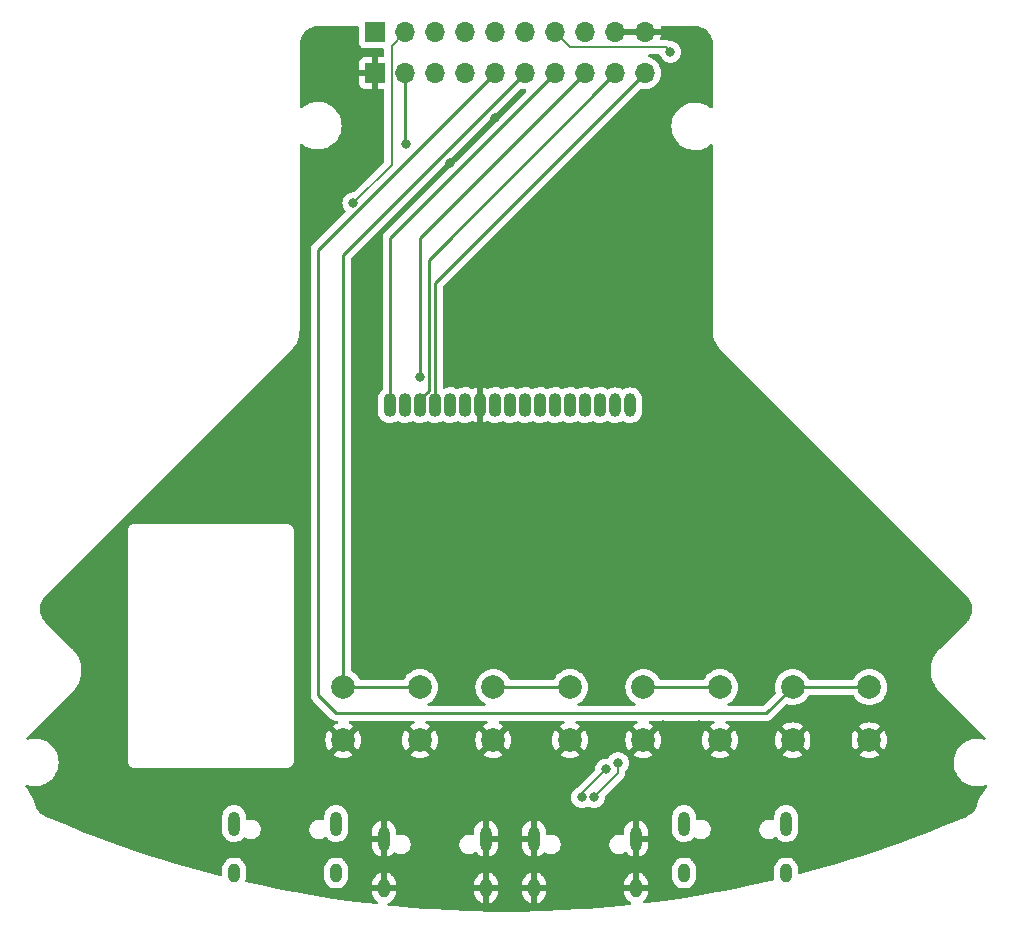
<source format=gbr>
%TF.GenerationSoftware,KiCad,Pcbnew,(6.0.5)*%
%TF.CreationDate,2023-02-26T14:44:20+09:00*%
%TF.ProjectId,IO_Board,494f5f42-6f61-4726-942e-6b696361645f,rev?*%
%TF.SameCoordinates,Original*%
%TF.FileFunction,Copper,L2,Bot*%
%TF.FilePolarity,Positive*%
%FSLAX46Y46*%
G04 Gerber Fmt 4.6, Leading zero omitted, Abs format (unit mm)*
G04 Created by KiCad (PCBNEW (6.0.5)) date 2023-02-26 14:44:20*
%MOMM*%
%LPD*%
G01*
G04 APERTURE LIST*
%TA.AperFunction,ComponentPad*%
%ADD10C,2.000000*%
%TD*%
%TA.AperFunction,ComponentPad*%
%ADD11O,1.000000X1.600000*%
%TD*%
%TA.AperFunction,ComponentPad*%
%ADD12O,1.000000X2.100000*%
%TD*%
%TA.AperFunction,ComponentPad*%
%ADD13O,1.100000X2.000000*%
%TD*%
%TA.AperFunction,ComponentPad*%
%ADD14O,1.000000X2.000000*%
%TD*%
%TA.AperFunction,ComponentPad*%
%ADD15R,1.700000X1.700000*%
%TD*%
%TA.AperFunction,ComponentPad*%
%ADD16O,1.700000X1.700000*%
%TD*%
%TA.AperFunction,ViaPad*%
%ADD17C,0.800000*%
%TD*%
%TA.AperFunction,Conductor*%
%ADD18C,0.250000*%
%TD*%
%TA.AperFunction,Conductor*%
%ADD19C,0.200000*%
%TD*%
G04 APERTURE END LIST*
D10*
%TO.P,START,1*%
%TO.N,GND*%
X150980000Y-137160000D03*
X157480000Y-137160000D03*
%TO.P,START,2*%
%TO.N,Start*%
X150980000Y-132660000D03*
X157480000Y-132660000D03*
%TD*%
%TO.P,STOP,1*%
%TO.N,GND*%
X170180000Y-137160000D03*
X163680000Y-137160000D03*
%TO.P,STOP,2*%
%TO.N,Stop*%
X170180000Y-132660000D03*
X163680000Y-132660000D03*
%TD*%
D11*
%TO.P,J4,S1,SHIELD*%
%TO.N,GND*%
X154430000Y-149665000D03*
D12*
X154430000Y-145485000D03*
X163070000Y-145485000D03*
D11*
X163070000Y-149665000D03*
%TD*%
%TO.P,J2,S1,SHIELD*%
%TO.N,Net-(FB1-Pad2)*%
X175770000Y-148395000D03*
D12*
X175770000Y-144215000D03*
D11*
X167130000Y-148395000D03*
D12*
X167130000Y-144215000D03*
%TD*%
D13*
%TO.P,J6,1,Pin_1*%
%TO.N,CS*%
X142240000Y-108785000D03*
%TO.P,J6,2,Pin_2*%
%TO.N,Net-(J6-Pad2)*%
X143510000Y-108785000D03*
%TO.P,J6,3,Pin_3*%
%TO.N,RS*%
X144780000Y-108785000D03*
%TO.P,J6,4,Pin_4*%
%TO.N,SCK*%
X146050000Y-108785000D03*
%TO.P,J6,5,Pin_5*%
%TO.N,MOSI*%
X147320000Y-108785000D03*
%TO.P,J6,6,Pin_6*%
%TO.N,+3V3*%
X148590000Y-108785000D03*
%TO.P,J6,7,Pin_7*%
%TO.N,GND*%
X149860000Y-108785000D03*
%TO.P,J6,8,Pin_8*%
%TO.N,Net-(C3-Pad2)*%
X151130000Y-108785000D03*
%TO.P,J6,9,Pin_9*%
%TO.N,Net-(C5-Pad1)*%
X152400000Y-108785000D03*
%TO.P,J6,10,Pin_10*%
%TO.N,Net-(C5-Pad2)*%
X153670000Y-108785000D03*
%TO.P,J6,11,Pin_11*%
%TO.N,Net-(C6-Pad1)*%
X154940000Y-108785000D03*
%TO.P,J6,12,Pin_12*%
%TO.N,Net-(C6-Pad2)*%
X156210000Y-108785000D03*
%TO.P,J6,13,Pin_13*%
%TO.N,Net-(C7-Pad2)*%
X157480000Y-108785000D03*
%TO.P,J6,14,Pin_14*%
%TO.N,Net-(C8-Pad2)*%
X158750000Y-108785000D03*
%TO.P,J6,15,Pin_15*%
%TO.N,Net-(C10-Pad2)*%
X160020000Y-108785000D03*
D14*
%TO.P,J6,16,Pin_16*%
%TO.N,Net-(C11-Pad2)*%
X161290000Y-108795000D03*
%TO.P,J6,17,Pin_17*%
%TO.N,Net-(C12-Pad2)*%
X162560000Y-108795000D03*
%TD*%
D12*
%TO.P,J1,S1,SHIELD*%
%TO.N,GND*%
X150370000Y-145485000D03*
X141730000Y-145485000D03*
D11*
X150370000Y-149665000D03*
X141730000Y-149665000D03*
%TD*%
D10*
%TO.P,L,1*%
%TO.N,GND*%
X138280000Y-137160000D03*
X144780000Y-137160000D03*
%TO.P,L,2*%
%TO.N,L*%
X144780000Y-132660000D03*
X138280000Y-132660000D03*
%TD*%
%TO.P,R,1*%
%TO.N,GND*%
X176328000Y-137160000D03*
X182828000Y-137160000D03*
%TO.P,R,2*%
%TO.N,R*%
X182828000Y-132660000D03*
X176328000Y-132660000D03*
%TD*%
D15*
%TO.P,J3,1,Pin_1*%
%TO.N,GND*%
X140985000Y-80670400D03*
D16*
%TO.P,J3,2,Pin_2*%
%TO.N,+3V3*%
X143525000Y-80670400D03*
%TO.P,J3,3,Pin_3*%
%TO.N,Start*%
X146065000Y-80670400D03*
%TO.P,J3,4,Pin_4*%
%TO.N,Stop*%
X148605000Y-80670400D03*
%TO.P,J3,5,Pin_5*%
%TO.N,R*%
X151145000Y-80670400D03*
%TO.P,J3,6,Pin_6*%
%TO.N,L*%
X153685000Y-80670400D03*
%TO.P,J3,7,Pin_7*%
%TO.N,CS*%
X156225000Y-80670400D03*
%TO.P,J3,8,Pin_8*%
%TO.N,MOSI*%
X158765000Y-80670400D03*
%TO.P,J3,9,Pin_9*%
%TO.N,RS*%
X161305000Y-80670400D03*
%TO.P,J3,10,Pin_10*%
%TO.N,SCK*%
X163845000Y-80670400D03*
%TD*%
D12*
%TO.P,J7,S1,SHIELD*%
%TO.N,Net-(FB2-Pad2)*%
X129030000Y-144215000D03*
D11*
X129030000Y-148395000D03*
D12*
X137670000Y-144215000D03*
D11*
X137670000Y-148395000D03*
%TD*%
D15*
%TO.P,J5,1,Pin_1*%
%TO.N,Line D+*%
X140980000Y-77216000D03*
D16*
%TO.P,J5,2,Pin_2*%
%TO.N,Line D-*%
X143520000Y-77216000D03*
%TO.P,J5,3,Pin_3*%
%TO.N,Cam D+*%
X146060000Y-77216000D03*
%TO.P,J5,4,Pin_4*%
%TO.N,Cam D-*%
X148600000Y-77216000D03*
%TO.P,J5,5,Pin_5*%
%TO.N,Teensy D-*%
X151140000Y-77216000D03*
%TO.P,J5,6,Pin_6*%
%TO.N,Teensy D+*%
X153680000Y-77216000D03*
%TO.P,J5,7,Pin_7*%
%TO.N,IR D+*%
X156220000Y-77216000D03*
%TO.P,J5,8,Pin_8*%
%TO.N,IR D-*%
X158760000Y-77216000D03*
%TO.P,J5,9,Pin_9*%
%TO.N,GND*%
X161300000Y-77216000D03*
%TO.P,J5,10,Pin_10*%
X163840000Y-77216000D03*
%TD*%
D17*
%TO.N,GND*%
X162560000Y-96266000D03*
X156464000Y-103886000D03*
X173736000Y-137160000D03*
X141605000Y-136525000D03*
X164846000Y-130556000D03*
X160528000Y-127508000D03*
X165354000Y-135890000D03*
X162306000Y-119634000D03*
X150876000Y-130048000D03*
X164846000Y-127508000D03*
X147828000Y-137160000D03*
X139700000Y-130302000D03*
X168148000Y-81534000D03*
X134874000Y-128016000D03*
X160528000Y-132588000D03*
X114300000Y-125984000D03*
X139700000Y-142494000D03*
X160020000Y-137160000D03*
X162560000Y-110998000D03*
X150114000Y-103886000D03*
X134620000Y-138176000D03*
X153162000Y-110998000D03*
X165100000Y-142494000D03*
X168656000Y-129032000D03*
X135890000Y-78105000D03*
X156464000Y-89916000D03*
X147320000Y-88265000D03*
X149860000Y-96266000D03*
X168275000Y-78105000D03*
X156464000Y-96266000D03*
X175006000Y-114300000D03*
X140970000Y-124714000D03*
X141605000Y-112395000D03*
X167386000Y-123444000D03*
X143764000Y-110998000D03*
X154305000Y-136525000D03*
X179578000Y-136144000D03*
X168148000Y-88900000D03*
X136144000Y-81788000D03*
X142240000Y-121285000D03*
X129286000Y-114300000D03*
X162560000Y-103886000D03*
X147828000Y-132588000D03*
X151130000Y-84455000D03*
X173736000Y-132588000D03*
X136144000Y-88392000D03*
X152146000Y-123190000D03*
X168148000Y-102108000D03*
X140970000Y-78994000D03*
X152400000Y-142494000D03*
X168402000Y-135890000D03*
X188976000Y-125984000D03*
X153162000Y-119380000D03*
%TO.N,+3V3*%
X143597999Y-86701999D03*
%TO.N,Line D-*%
X139116395Y-91674406D03*
%TO.N,Cam D+*%
X159512000Y-141986000D03*
X161544000Y-139070494D03*
%TO.N,Cam D-*%
X160528000Y-139616980D03*
X158496000Y-141986000D03*
%TO.N,MOSI*%
X144780000Y-106386500D03*
%TO.N,IR D+*%
X165975622Y-78880378D03*
%TD*%
D18*
%TO.N,+3V3*%
X143597999Y-86701999D02*
X143525000Y-86629000D01*
X143525000Y-86629000D02*
X143525000Y-80670400D01*
%TO.N,R*%
X174114000Y-134874000D02*
X176328000Y-132660000D01*
X151145000Y-80670400D02*
X136144000Y-95671400D01*
X136144000Y-133350000D02*
X137668000Y-134874000D01*
X136144000Y-95671400D02*
X136144000Y-133350000D01*
X182828000Y-132660000D02*
X176328000Y-132660000D01*
X137668000Y-134874000D02*
X174114000Y-134874000D01*
%TO.N,L*%
X138280000Y-96075400D02*
X153685000Y-80670400D01*
X138280000Y-132660000D02*
X144780000Y-132660000D01*
X138280000Y-132660000D02*
X138280000Y-96075400D01*
D19*
%TO.N,Line D-*%
X142375489Y-88415312D02*
X142375489Y-78360511D01*
X139116395Y-91674406D02*
X142375489Y-88415312D01*
X142375489Y-78360511D02*
X143520000Y-77216000D01*
%TO.N,Cam D+*%
X161544000Y-139954000D02*
X161544000Y-139070494D01*
X159512000Y-141986000D02*
X161544000Y-139954000D01*
%TO.N,Cam D-*%
X158496000Y-141648980D02*
X160528000Y-139616980D01*
X158496000Y-141986000D02*
X158496000Y-141648980D01*
D18*
%TO.N,CS*%
X142240000Y-94655400D02*
X156225000Y-80670400D01*
X142240000Y-108285000D02*
X142240000Y-94655400D01*
%TO.N,MOSI*%
X144780000Y-106386500D02*
X144780000Y-94655400D01*
X144780000Y-94655400D02*
X158765000Y-80670400D01*
%TO.N,RS*%
X145504511Y-96470889D02*
X161305000Y-80670400D01*
X144780000Y-108285000D02*
X145504511Y-107560489D01*
X145504511Y-107560489D02*
X145504511Y-96470889D01*
%TO.N,SCK*%
X146050000Y-98465400D02*
X163845000Y-80670400D01*
X146050000Y-108285000D02*
X146050000Y-98465400D01*
%TO.N,Start*%
X157480000Y-132660000D02*
X150980000Y-132660000D01*
%TO.N,Stop*%
X170180000Y-132660000D02*
X163680000Y-132660000D01*
D19*
%TO.N,IR D+*%
X165581244Y-78486000D02*
X157490000Y-78486000D01*
X165975622Y-78880378D02*
X165581244Y-78486000D01*
X157490000Y-78486000D02*
X156220000Y-77216000D01*
%TD*%
%TA.AperFunction,Conductor*%
%TO.N,GND*%
G36*
X139563621Y-76706420D02*
G01*
X139610114Y-76760076D01*
X139621500Y-76812418D01*
X139621500Y-78114134D01*
X139628255Y-78176316D01*
X139679385Y-78312705D01*
X139766739Y-78429261D01*
X139883295Y-78516615D01*
X140019684Y-78567745D01*
X140081866Y-78574500D01*
X141640989Y-78574500D01*
X141709110Y-78594502D01*
X141755603Y-78648158D01*
X141766989Y-78700500D01*
X141766989Y-79186400D01*
X141746987Y-79254521D01*
X141693331Y-79301014D01*
X141640989Y-79312400D01*
X141257115Y-79312400D01*
X141241876Y-79316875D01*
X141240671Y-79318265D01*
X141239000Y-79325948D01*
X141239000Y-82010284D01*
X141243475Y-82025523D01*
X141244865Y-82026728D01*
X141252548Y-82028399D01*
X141640989Y-82028399D01*
X141709110Y-82048401D01*
X141755603Y-82102057D01*
X141766989Y-82154399D01*
X141766989Y-88111074D01*
X141746987Y-88179195D01*
X141730084Y-88200169D01*
X139201251Y-90729001D01*
X139138939Y-90763027D01*
X139112156Y-90765906D01*
X139020908Y-90765906D01*
X139014456Y-90767278D01*
X139014451Y-90767278D01*
X138927508Y-90785759D01*
X138834107Y-90805612D01*
X138828077Y-90808297D01*
X138828076Y-90808297D01*
X138665673Y-90880603D01*
X138665671Y-90880604D01*
X138659643Y-90883288D01*
X138505142Y-90995540D01*
X138377355Y-91137462D01*
X138281868Y-91302850D01*
X138222853Y-91484478D01*
X138202891Y-91674406D01*
X138222853Y-91864334D01*
X138281868Y-92045962D01*
X138377355Y-92211350D01*
X138454076Y-92296557D01*
X138484793Y-92360565D01*
X138476028Y-92431018D01*
X138449534Y-92469962D01*
X135751747Y-95167748D01*
X135743461Y-95175288D01*
X135736982Y-95179400D01*
X135731557Y-95185177D01*
X135690357Y-95229051D01*
X135687602Y-95231893D01*
X135667865Y-95251630D01*
X135665385Y-95254827D01*
X135657682Y-95263847D01*
X135627414Y-95296079D01*
X135623595Y-95303025D01*
X135623593Y-95303028D01*
X135617652Y-95313834D01*
X135606801Y-95330353D01*
X135594386Y-95346359D01*
X135591241Y-95353628D01*
X135591238Y-95353632D01*
X135576826Y-95386937D01*
X135571609Y-95397587D01*
X135550305Y-95436340D01*
X135548334Y-95444015D01*
X135548334Y-95444016D01*
X135545267Y-95455962D01*
X135538863Y-95474666D01*
X135530819Y-95493255D01*
X135529580Y-95501078D01*
X135529577Y-95501088D01*
X135523901Y-95536924D01*
X135521495Y-95548544D01*
X135510500Y-95591370D01*
X135510500Y-95611624D01*
X135508949Y-95631334D01*
X135505780Y-95651343D01*
X135506526Y-95659235D01*
X135509941Y-95695361D01*
X135510500Y-95707219D01*
X135510500Y-133271233D01*
X135509973Y-133282416D01*
X135508298Y-133289909D01*
X135508547Y-133297835D01*
X135508547Y-133297836D01*
X135510438Y-133357986D01*
X135510500Y-133361945D01*
X135510500Y-133389856D01*
X135510997Y-133393790D01*
X135510997Y-133393791D01*
X135511005Y-133393856D01*
X135511938Y-133405693D01*
X135513327Y-133449889D01*
X135518978Y-133469339D01*
X135522987Y-133488700D01*
X135525526Y-133508797D01*
X135528445Y-133516168D01*
X135528445Y-133516170D01*
X135541804Y-133549912D01*
X135545649Y-133561142D01*
X135557982Y-133603593D01*
X135562015Y-133610412D01*
X135562017Y-133610417D01*
X135568293Y-133621028D01*
X135576988Y-133638776D01*
X135584448Y-133657617D01*
X135589110Y-133664033D01*
X135589110Y-133664034D01*
X135610436Y-133693387D01*
X135616952Y-133703307D01*
X135630499Y-133726213D01*
X135639458Y-133741362D01*
X135653779Y-133755683D01*
X135666619Y-133770716D01*
X135678528Y-133787107D01*
X135684634Y-133792158D01*
X135712605Y-133815298D01*
X135721384Y-133823288D01*
X137164343Y-135266247D01*
X137171887Y-135274537D01*
X137176000Y-135281018D01*
X137181777Y-135286443D01*
X137225667Y-135327658D01*
X137228509Y-135330413D01*
X137248230Y-135350134D01*
X137251425Y-135352612D01*
X137260447Y-135360318D01*
X137292679Y-135390586D01*
X137299628Y-135394406D01*
X137310432Y-135400346D01*
X137326956Y-135411199D01*
X137342959Y-135423613D01*
X137383543Y-135441176D01*
X137394173Y-135446383D01*
X137432940Y-135467695D01*
X137440617Y-135469666D01*
X137440622Y-135469668D01*
X137452558Y-135472732D01*
X137471266Y-135479137D01*
X137489855Y-135487181D01*
X137497680Y-135488420D01*
X137497682Y-135488421D01*
X137533519Y-135494097D01*
X137545140Y-135496504D01*
X137576959Y-135504673D01*
X137587970Y-135507500D01*
X137608231Y-135507500D01*
X137627940Y-135509051D01*
X137647943Y-135512219D01*
X137681120Y-135509083D01*
X137750819Y-135522586D01*
X137802155Y-135571628D01*
X137818828Y-135640639D01*
X137795543Y-135707709D01*
X137741194Y-135750933D01*
X137597837Y-135810313D01*
X137589042Y-135814795D01*
X137421555Y-135917432D01*
X137412093Y-135927890D01*
X137415876Y-135936666D01*
X138267188Y-136787978D01*
X138281132Y-136795592D01*
X138282965Y-136795461D01*
X138289580Y-136791210D01*
X139141080Y-135939710D01*
X139147840Y-135927330D01*
X139142113Y-135919680D01*
X138970958Y-135814795D01*
X138962163Y-135810313D01*
X138816334Y-135749909D01*
X138761053Y-135705361D01*
X138738632Y-135637997D01*
X138756190Y-135569206D01*
X138808152Y-135520828D01*
X138864552Y-135507500D01*
X144195448Y-135507500D01*
X144263569Y-135527502D01*
X144310062Y-135581158D01*
X144320166Y-135651432D01*
X144290672Y-135716012D01*
X144243666Y-135749909D01*
X144097837Y-135810313D01*
X144089042Y-135814795D01*
X143921555Y-135917432D01*
X143912093Y-135927890D01*
X143915876Y-135936666D01*
X144767188Y-136787978D01*
X144781132Y-136795592D01*
X144782965Y-136795461D01*
X144789580Y-136791210D01*
X145641080Y-135939710D01*
X145647840Y-135927330D01*
X145642113Y-135919680D01*
X145470958Y-135814795D01*
X145462163Y-135810313D01*
X145316334Y-135749909D01*
X145261053Y-135705361D01*
X145238632Y-135637997D01*
X145256190Y-135569206D01*
X145308152Y-135520828D01*
X145364552Y-135507500D01*
X150395448Y-135507500D01*
X150463569Y-135527502D01*
X150510062Y-135581158D01*
X150520166Y-135651432D01*
X150490672Y-135716012D01*
X150443666Y-135749909D01*
X150297837Y-135810313D01*
X150289042Y-135814795D01*
X150121555Y-135917432D01*
X150112093Y-135927890D01*
X150115876Y-135936666D01*
X150967188Y-136787978D01*
X150981132Y-136795592D01*
X150982965Y-136795461D01*
X150989580Y-136791210D01*
X151841080Y-135939710D01*
X151847840Y-135927330D01*
X151842113Y-135919680D01*
X151670958Y-135814795D01*
X151662163Y-135810313D01*
X151516334Y-135749909D01*
X151461053Y-135705361D01*
X151438632Y-135637997D01*
X151456190Y-135569206D01*
X151508152Y-135520828D01*
X151564552Y-135507500D01*
X156895448Y-135507500D01*
X156963569Y-135527502D01*
X157010062Y-135581158D01*
X157020166Y-135651432D01*
X156990672Y-135716012D01*
X156943666Y-135749909D01*
X156797837Y-135810313D01*
X156789042Y-135814795D01*
X156621555Y-135917432D01*
X156612093Y-135927890D01*
X156615876Y-135936666D01*
X157467188Y-136787978D01*
X157481132Y-136795592D01*
X157482965Y-136795461D01*
X157489580Y-136791210D01*
X158341080Y-135939710D01*
X158347840Y-135927330D01*
X158342113Y-135919680D01*
X158170958Y-135814795D01*
X158162163Y-135810313D01*
X158016334Y-135749909D01*
X157961053Y-135705361D01*
X157938632Y-135637997D01*
X157956190Y-135569206D01*
X158008152Y-135520828D01*
X158064552Y-135507500D01*
X163095448Y-135507500D01*
X163163569Y-135527502D01*
X163210062Y-135581158D01*
X163220166Y-135651432D01*
X163190672Y-135716012D01*
X163143666Y-135749909D01*
X162997837Y-135810313D01*
X162989042Y-135814795D01*
X162821555Y-135917432D01*
X162812093Y-135927890D01*
X162815876Y-135936666D01*
X163667188Y-136787978D01*
X163681132Y-136795592D01*
X163682965Y-136795461D01*
X163689580Y-136791210D01*
X164541080Y-135939710D01*
X164547840Y-135927330D01*
X164542113Y-135919680D01*
X164370958Y-135814795D01*
X164362163Y-135810313D01*
X164216334Y-135749909D01*
X164161053Y-135705361D01*
X164138632Y-135637997D01*
X164156190Y-135569206D01*
X164208152Y-135520828D01*
X164264552Y-135507500D01*
X169595448Y-135507500D01*
X169663569Y-135527502D01*
X169710062Y-135581158D01*
X169720166Y-135651432D01*
X169690672Y-135716012D01*
X169643666Y-135749909D01*
X169497837Y-135810313D01*
X169489042Y-135814795D01*
X169321555Y-135917432D01*
X169312093Y-135927890D01*
X169315876Y-135936666D01*
X170167188Y-136787978D01*
X170181132Y-136795592D01*
X170182965Y-136795461D01*
X170189580Y-136791210D01*
X171041080Y-135939710D01*
X171047534Y-135927890D01*
X175460093Y-135927890D01*
X175463876Y-135936666D01*
X176315188Y-136787978D01*
X176329132Y-136795592D01*
X176330965Y-136795461D01*
X176337580Y-136791210D01*
X177189080Y-135939710D01*
X177195534Y-135927890D01*
X181960093Y-135927890D01*
X181963876Y-135936666D01*
X182815188Y-136787978D01*
X182829132Y-136795592D01*
X182830965Y-136795461D01*
X182837580Y-136791210D01*
X183689080Y-135939710D01*
X183695840Y-135927330D01*
X183690113Y-135919680D01*
X183518958Y-135814795D01*
X183510163Y-135810313D01*
X183300012Y-135723266D01*
X183290627Y-135720217D01*
X183069446Y-135667115D01*
X183059699Y-135665572D01*
X182832930Y-135647725D01*
X182823070Y-135647725D01*
X182596301Y-135665572D01*
X182586554Y-135667115D01*
X182365373Y-135720217D01*
X182355988Y-135723266D01*
X182145837Y-135810313D01*
X182137042Y-135814795D01*
X181969555Y-135917432D01*
X181960093Y-135927890D01*
X177195534Y-135927890D01*
X177195840Y-135927330D01*
X177190113Y-135919680D01*
X177018958Y-135814795D01*
X177010163Y-135810313D01*
X176800012Y-135723266D01*
X176790627Y-135720217D01*
X176569446Y-135667115D01*
X176559699Y-135665572D01*
X176332930Y-135647725D01*
X176323070Y-135647725D01*
X176096301Y-135665572D01*
X176086554Y-135667115D01*
X175865373Y-135720217D01*
X175855988Y-135723266D01*
X175645837Y-135810313D01*
X175637042Y-135814795D01*
X175469555Y-135917432D01*
X175460093Y-135927890D01*
X171047534Y-135927890D01*
X171047840Y-135927330D01*
X171042113Y-135919680D01*
X170870958Y-135814795D01*
X170862163Y-135810313D01*
X170716334Y-135749909D01*
X170661053Y-135705361D01*
X170638632Y-135637997D01*
X170656190Y-135569206D01*
X170708152Y-135520828D01*
X170764552Y-135507500D01*
X174035233Y-135507500D01*
X174046416Y-135508027D01*
X174053909Y-135509702D01*
X174061835Y-135509453D01*
X174061836Y-135509453D01*
X174121986Y-135507562D01*
X174125945Y-135507500D01*
X174153856Y-135507500D01*
X174157791Y-135507003D01*
X174157856Y-135506995D01*
X174169693Y-135506062D01*
X174201951Y-135505048D01*
X174205970Y-135504922D01*
X174213889Y-135504673D01*
X174233343Y-135499021D01*
X174252700Y-135495013D01*
X174264930Y-135493468D01*
X174264931Y-135493468D01*
X174272797Y-135492474D01*
X174280168Y-135489555D01*
X174280170Y-135489555D01*
X174313912Y-135476196D01*
X174325142Y-135472351D01*
X174359983Y-135462229D01*
X174359984Y-135462229D01*
X174367593Y-135460018D01*
X174374412Y-135455985D01*
X174374417Y-135455983D01*
X174385028Y-135449707D01*
X174402776Y-135441012D01*
X174421617Y-135433552D01*
X174441987Y-135418753D01*
X174457387Y-135407564D01*
X174467307Y-135401048D01*
X174498535Y-135382580D01*
X174498538Y-135382578D01*
X174505362Y-135378542D01*
X174519683Y-135364221D01*
X174534717Y-135351380D01*
X174536432Y-135350134D01*
X174551107Y-135339472D01*
X174579298Y-135305395D01*
X174587288Y-135296616D01*
X175749540Y-134134364D01*
X175811852Y-134100338D01*
X175868049Y-134100940D01*
X176086476Y-134153380D01*
X176086482Y-134153381D01*
X176091289Y-134154535D01*
X176328000Y-134173165D01*
X176564711Y-134154535D01*
X176569518Y-134153381D01*
X176569524Y-134153380D01*
X176715391Y-134118360D01*
X176795594Y-134099105D01*
X176835533Y-134082562D01*
X177010389Y-134010135D01*
X177010393Y-134010133D01*
X177014963Y-134008240D01*
X177019183Y-134005654D01*
X177213202Y-133886759D01*
X177213208Y-133886755D01*
X177217416Y-133884176D01*
X177397969Y-133729969D01*
X177552176Y-133549416D01*
X177554755Y-133545208D01*
X177554759Y-133545202D01*
X177672133Y-133353665D01*
X177724781Y-133306034D01*
X177779566Y-133293500D01*
X181376434Y-133293500D01*
X181444555Y-133313502D01*
X181483867Y-133353665D01*
X181601241Y-133545202D01*
X181601245Y-133545208D01*
X181603824Y-133549416D01*
X181758031Y-133729969D01*
X181938584Y-133884176D01*
X181942792Y-133886755D01*
X181942798Y-133886759D01*
X182136817Y-134005654D01*
X182141037Y-134008240D01*
X182145607Y-134010133D01*
X182145611Y-134010135D01*
X182320467Y-134082562D01*
X182360406Y-134099105D01*
X182440609Y-134118360D01*
X182586476Y-134153380D01*
X182586482Y-134153381D01*
X182591289Y-134154535D01*
X182828000Y-134173165D01*
X183064711Y-134154535D01*
X183069518Y-134153381D01*
X183069524Y-134153380D01*
X183215391Y-134118360D01*
X183295594Y-134099105D01*
X183335533Y-134082562D01*
X183510389Y-134010135D01*
X183510393Y-134010133D01*
X183514963Y-134008240D01*
X183519183Y-134005654D01*
X183713202Y-133886759D01*
X183713208Y-133886755D01*
X183717416Y-133884176D01*
X183897969Y-133729969D01*
X184052176Y-133549416D01*
X184054755Y-133545208D01*
X184054759Y-133545202D01*
X184173654Y-133351183D01*
X184176240Y-133346963D01*
X184193194Y-133306034D01*
X184265211Y-133132167D01*
X184265212Y-133132165D01*
X184267105Y-133127594D01*
X184293804Y-133016386D01*
X184321380Y-132901524D01*
X184321381Y-132901518D01*
X184322535Y-132896711D01*
X184341165Y-132660000D01*
X184322535Y-132423289D01*
X184267105Y-132192406D01*
X184198385Y-132026500D01*
X184178135Y-131977611D01*
X184178133Y-131977607D01*
X184176240Y-131973037D01*
X184133368Y-131903077D01*
X184054759Y-131774798D01*
X184054755Y-131774792D01*
X184052176Y-131770584D01*
X183897969Y-131590031D01*
X183717416Y-131435824D01*
X183713208Y-131433245D01*
X183713202Y-131433241D01*
X183519183Y-131314346D01*
X183514963Y-131311760D01*
X183510393Y-131309867D01*
X183510389Y-131309865D01*
X183300167Y-131222789D01*
X183300165Y-131222788D01*
X183295594Y-131220895D01*
X183215391Y-131201640D01*
X183069524Y-131166620D01*
X183069518Y-131166619D01*
X183064711Y-131165465D01*
X182828000Y-131146835D01*
X182591289Y-131165465D01*
X182586482Y-131166619D01*
X182586476Y-131166620D01*
X182440609Y-131201640D01*
X182360406Y-131220895D01*
X182355835Y-131222788D01*
X182355833Y-131222789D01*
X182145611Y-131309865D01*
X182145607Y-131309867D01*
X182141037Y-131311760D01*
X182136817Y-131314346D01*
X181942798Y-131433241D01*
X181942792Y-131433245D01*
X181938584Y-131435824D01*
X181758031Y-131590031D01*
X181603824Y-131770584D01*
X181601245Y-131774792D01*
X181601241Y-131774798D01*
X181483867Y-131966335D01*
X181431219Y-132013966D01*
X181376434Y-132026500D01*
X177779566Y-132026500D01*
X177711445Y-132006498D01*
X177672133Y-131966335D01*
X177554759Y-131774798D01*
X177554755Y-131774792D01*
X177552176Y-131770584D01*
X177397969Y-131590031D01*
X177217416Y-131435824D01*
X177213208Y-131433245D01*
X177213202Y-131433241D01*
X177019183Y-131314346D01*
X177014963Y-131311760D01*
X177010393Y-131309867D01*
X177010389Y-131309865D01*
X176800167Y-131222789D01*
X176800165Y-131222788D01*
X176795594Y-131220895D01*
X176715391Y-131201640D01*
X176569524Y-131166620D01*
X176569518Y-131166619D01*
X176564711Y-131165465D01*
X176328000Y-131146835D01*
X176091289Y-131165465D01*
X176086482Y-131166619D01*
X176086476Y-131166620D01*
X175940609Y-131201640D01*
X175860406Y-131220895D01*
X175855835Y-131222788D01*
X175855833Y-131222789D01*
X175645611Y-131309865D01*
X175645607Y-131309867D01*
X175641037Y-131311760D01*
X175636817Y-131314346D01*
X175442798Y-131433241D01*
X175442792Y-131433245D01*
X175438584Y-131435824D01*
X175258031Y-131590031D01*
X175103824Y-131770584D01*
X175101245Y-131774792D01*
X175101241Y-131774798D01*
X175022632Y-131903077D01*
X174979760Y-131973037D01*
X174977867Y-131977607D01*
X174977865Y-131977611D01*
X174957615Y-132026500D01*
X174888895Y-132192406D01*
X174833465Y-132423289D01*
X174814835Y-132660000D01*
X174833465Y-132896711D01*
X174834619Y-132901518D01*
X174834620Y-132901524D01*
X174887060Y-133119951D01*
X174883513Y-133190859D01*
X174853638Y-133238458D01*
X173888498Y-134203597D01*
X173826188Y-134237621D01*
X173799405Y-134240500D01*
X170934712Y-134240500D01*
X170866591Y-134220498D01*
X170820098Y-134166842D01*
X170809994Y-134096568D01*
X170839488Y-134031988D01*
X170868877Y-134007067D01*
X170871183Y-134005654D01*
X171069416Y-133884176D01*
X171249969Y-133729969D01*
X171404176Y-133549416D01*
X171406755Y-133545208D01*
X171406759Y-133545202D01*
X171525654Y-133351183D01*
X171528240Y-133346963D01*
X171545194Y-133306034D01*
X171617211Y-133132167D01*
X171617212Y-133132165D01*
X171619105Y-133127594D01*
X171645804Y-133016386D01*
X171673380Y-132901524D01*
X171673381Y-132901518D01*
X171674535Y-132896711D01*
X171693165Y-132660000D01*
X171674535Y-132423289D01*
X171619105Y-132192406D01*
X171550385Y-132026500D01*
X171530135Y-131977611D01*
X171530133Y-131977607D01*
X171528240Y-131973037D01*
X171485368Y-131903077D01*
X171406759Y-131774798D01*
X171406755Y-131774792D01*
X171404176Y-131770584D01*
X171249969Y-131590031D01*
X171069416Y-131435824D01*
X171065208Y-131433245D01*
X171065202Y-131433241D01*
X170871183Y-131314346D01*
X170866963Y-131311760D01*
X170862393Y-131309867D01*
X170862389Y-131309865D01*
X170652167Y-131222789D01*
X170652165Y-131222788D01*
X170647594Y-131220895D01*
X170567391Y-131201640D01*
X170421524Y-131166620D01*
X170421518Y-131166619D01*
X170416711Y-131165465D01*
X170180000Y-131146835D01*
X169943289Y-131165465D01*
X169938482Y-131166619D01*
X169938476Y-131166620D01*
X169792609Y-131201640D01*
X169712406Y-131220895D01*
X169707835Y-131222788D01*
X169707833Y-131222789D01*
X169497611Y-131309865D01*
X169497607Y-131309867D01*
X169493037Y-131311760D01*
X169488817Y-131314346D01*
X169294798Y-131433241D01*
X169294792Y-131433245D01*
X169290584Y-131435824D01*
X169110031Y-131590031D01*
X168955824Y-131770584D01*
X168953245Y-131774792D01*
X168953241Y-131774798D01*
X168835867Y-131966335D01*
X168783219Y-132013966D01*
X168728434Y-132026500D01*
X165131566Y-132026500D01*
X165063445Y-132006498D01*
X165024133Y-131966335D01*
X164906759Y-131774798D01*
X164906755Y-131774792D01*
X164904176Y-131770584D01*
X164749969Y-131590031D01*
X164569416Y-131435824D01*
X164565208Y-131433245D01*
X164565202Y-131433241D01*
X164371183Y-131314346D01*
X164366963Y-131311760D01*
X164362393Y-131309867D01*
X164362389Y-131309865D01*
X164152167Y-131222789D01*
X164152165Y-131222788D01*
X164147594Y-131220895D01*
X164067391Y-131201640D01*
X163921524Y-131166620D01*
X163921518Y-131166619D01*
X163916711Y-131165465D01*
X163680000Y-131146835D01*
X163443289Y-131165465D01*
X163438482Y-131166619D01*
X163438476Y-131166620D01*
X163292609Y-131201640D01*
X163212406Y-131220895D01*
X163207835Y-131222788D01*
X163207833Y-131222789D01*
X162997611Y-131309865D01*
X162997607Y-131309867D01*
X162993037Y-131311760D01*
X162988817Y-131314346D01*
X162794798Y-131433241D01*
X162794792Y-131433245D01*
X162790584Y-131435824D01*
X162610031Y-131590031D01*
X162455824Y-131770584D01*
X162453245Y-131774792D01*
X162453241Y-131774798D01*
X162374632Y-131903077D01*
X162331760Y-131973037D01*
X162329867Y-131977607D01*
X162329865Y-131977611D01*
X162309615Y-132026500D01*
X162240895Y-132192406D01*
X162185465Y-132423289D01*
X162166835Y-132660000D01*
X162185465Y-132896711D01*
X162186619Y-132901518D01*
X162186620Y-132901524D01*
X162214196Y-133016386D01*
X162240895Y-133127594D01*
X162242788Y-133132165D01*
X162242789Y-133132167D01*
X162314807Y-133306034D01*
X162331760Y-133346963D01*
X162334346Y-133351183D01*
X162453241Y-133545202D01*
X162453245Y-133545208D01*
X162455824Y-133549416D01*
X162610031Y-133729969D01*
X162790584Y-133884176D01*
X162988817Y-134005654D01*
X162991123Y-134007067D01*
X163038754Y-134059715D01*
X163050361Y-134129757D01*
X163022258Y-134194954D01*
X162963367Y-134234608D01*
X162925288Y-134240500D01*
X158234712Y-134240500D01*
X158166591Y-134220498D01*
X158120098Y-134166842D01*
X158109994Y-134096568D01*
X158139488Y-134031988D01*
X158168877Y-134007067D01*
X158171183Y-134005654D01*
X158369416Y-133884176D01*
X158549969Y-133729969D01*
X158704176Y-133549416D01*
X158706755Y-133545208D01*
X158706759Y-133545202D01*
X158825654Y-133351183D01*
X158828240Y-133346963D01*
X158845194Y-133306034D01*
X158917211Y-133132167D01*
X158917212Y-133132165D01*
X158919105Y-133127594D01*
X158945804Y-133016386D01*
X158973380Y-132901524D01*
X158973381Y-132901518D01*
X158974535Y-132896711D01*
X158993165Y-132660000D01*
X158974535Y-132423289D01*
X158919105Y-132192406D01*
X158850385Y-132026500D01*
X158830135Y-131977611D01*
X158830133Y-131977607D01*
X158828240Y-131973037D01*
X158785368Y-131903077D01*
X158706759Y-131774798D01*
X158706755Y-131774792D01*
X158704176Y-131770584D01*
X158549969Y-131590031D01*
X158369416Y-131435824D01*
X158365208Y-131433245D01*
X158365202Y-131433241D01*
X158171183Y-131314346D01*
X158166963Y-131311760D01*
X158162393Y-131309867D01*
X158162389Y-131309865D01*
X157952167Y-131222789D01*
X157952165Y-131222788D01*
X157947594Y-131220895D01*
X157867391Y-131201640D01*
X157721524Y-131166620D01*
X157721518Y-131166619D01*
X157716711Y-131165465D01*
X157480000Y-131146835D01*
X157243289Y-131165465D01*
X157238482Y-131166619D01*
X157238476Y-131166620D01*
X157092609Y-131201640D01*
X157012406Y-131220895D01*
X157007835Y-131222788D01*
X157007833Y-131222789D01*
X156797611Y-131309865D01*
X156797607Y-131309867D01*
X156793037Y-131311760D01*
X156788817Y-131314346D01*
X156594798Y-131433241D01*
X156594792Y-131433245D01*
X156590584Y-131435824D01*
X156410031Y-131590031D01*
X156255824Y-131770584D01*
X156253245Y-131774792D01*
X156253241Y-131774798D01*
X156135867Y-131966335D01*
X156083219Y-132013966D01*
X156028434Y-132026500D01*
X152431566Y-132026500D01*
X152363445Y-132006498D01*
X152324133Y-131966335D01*
X152206759Y-131774798D01*
X152206755Y-131774792D01*
X152204176Y-131770584D01*
X152049969Y-131590031D01*
X151869416Y-131435824D01*
X151865208Y-131433245D01*
X151865202Y-131433241D01*
X151671183Y-131314346D01*
X151666963Y-131311760D01*
X151662393Y-131309867D01*
X151662389Y-131309865D01*
X151452167Y-131222789D01*
X151452165Y-131222788D01*
X151447594Y-131220895D01*
X151367391Y-131201640D01*
X151221524Y-131166620D01*
X151221518Y-131166619D01*
X151216711Y-131165465D01*
X150980000Y-131146835D01*
X150743289Y-131165465D01*
X150738482Y-131166619D01*
X150738476Y-131166620D01*
X150592609Y-131201640D01*
X150512406Y-131220895D01*
X150507835Y-131222788D01*
X150507833Y-131222789D01*
X150297611Y-131309865D01*
X150297607Y-131309867D01*
X150293037Y-131311760D01*
X150288817Y-131314346D01*
X150094798Y-131433241D01*
X150094792Y-131433245D01*
X150090584Y-131435824D01*
X149910031Y-131590031D01*
X149755824Y-131770584D01*
X149753245Y-131774792D01*
X149753241Y-131774798D01*
X149674632Y-131903077D01*
X149631760Y-131973037D01*
X149629867Y-131977607D01*
X149629865Y-131977611D01*
X149609615Y-132026500D01*
X149540895Y-132192406D01*
X149485465Y-132423289D01*
X149466835Y-132660000D01*
X149485465Y-132896711D01*
X149486619Y-132901518D01*
X149486620Y-132901524D01*
X149514196Y-133016386D01*
X149540895Y-133127594D01*
X149542788Y-133132165D01*
X149542789Y-133132167D01*
X149614807Y-133306034D01*
X149631760Y-133346963D01*
X149634346Y-133351183D01*
X149753241Y-133545202D01*
X149753245Y-133545208D01*
X149755824Y-133549416D01*
X149910031Y-133729969D01*
X150090584Y-133884176D01*
X150288817Y-134005654D01*
X150291123Y-134007067D01*
X150338754Y-134059715D01*
X150350361Y-134129757D01*
X150322258Y-134194954D01*
X150263367Y-134234608D01*
X150225288Y-134240500D01*
X145534712Y-134240500D01*
X145466591Y-134220498D01*
X145420098Y-134166842D01*
X145409994Y-134096568D01*
X145439488Y-134031988D01*
X145468877Y-134007067D01*
X145471183Y-134005654D01*
X145669416Y-133884176D01*
X145849969Y-133729969D01*
X146004176Y-133549416D01*
X146006755Y-133545208D01*
X146006759Y-133545202D01*
X146125654Y-133351183D01*
X146128240Y-133346963D01*
X146145194Y-133306034D01*
X146217211Y-133132167D01*
X146217212Y-133132165D01*
X146219105Y-133127594D01*
X146245804Y-133016386D01*
X146273380Y-132901524D01*
X146273381Y-132901518D01*
X146274535Y-132896711D01*
X146293165Y-132660000D01*
X146274535Y-132423289D01*
X146219105Y-132192406D01*
X146150385Y-132026500D01*
X146130135Y-131977611D01*
X146130133Y-131977607D01*
X146128240Y-131973037D01*
X146085368Y-131903077D01*
X146006759Y-131774798D01*
X146006755Y-131774792D01*
X146004176Y-131770584D01*
X145849969Y-131590031D01*
X145669416Y-131435824D01*
X145665208Y-131433245D01*
X145665202Y-131433241D01*
X145471183Y-131314346D01*
X145466963Y-131311760D01*
X145462393Y-131309867D01*
X145462389Y-131309865D01*
X145252167Y-131222789D01*
X145252165Y-131222788D01*
X145247594Y-131220895D01*
X145167391Y-131201640D01*
X145021524Y-131166620D01*
X145021518Y-131166619D01*
X145016711Y-131165465D01*
X144780000Y-131146835D01*
X144543289Y-131165465D01*
X144538482Y-131166619D01*
X144538476Y-131166620D01*
X144392609Y-131201640D01*
X144312406Y-131220895D01*
X144307835Y-131222788D01*
X144307833Y-131222789D01*
X144097611Y-131309865D01*
X144097607Y-131309867D01*
X144093037Y-131311760D01*
X144088817Y-131314346D01*
X143894798Y-131433241D01*
X143894792Y-131433245D01*
X143890584Y-131435824D01*
X143710031Y-131590031D01*
X143555824Y-131770584D01*
X143553245Y-131774792D01*
X143553241Y-131774798D01*
X143435867Y-131966335D01*
X143383219Y-132013966D01*
X143328434Y-132026500D01*
X139731566Y-132026500D01*
X139663445Y-132006498D01*
X139624133Y-131966335D01*
X139506759Y-131774798D01*
X139506755Y-131774792D01*
X139504176Y-131770584D01*
X139349969Y-131590031D01*
X139169416Y-131435824D01*
X139165208Y-131433245D01*
X139165202Y-131433241D01*
X138973665Y-131315867D01*
X138926034Y-131263219D01*
X138913500Y-131208434D01*
X138913500Y-96389994D01*
X138933502Y-96321873D01*
X138950405Y-96300899D01*
X153229550Y-82021755D01*
X153291862Y-81987729D01*
X153343762Y-81987379D01*
X153523597Y-82023967D01*
X153528771Y-82024157D01*
X153528773Y-82024157D01*
X153590898Y-82026435D01*
X153670650Y-82029359D01*
X153737991Y-82051843D01*
X153782487Y-82107167D01*
X153790009Y-82177764D01*
X153755127Y-82244369D01*
X147799326Y-88200169D01*
X141847747Y-94151748D01*
X141839461Y-94159288D01*
X141832982Y-94163400D01*
X141827557Y-94169177D01*
X141786357Y-94213051D01*
X141783602Y-94215893D01*
X141763865Y-94235630D01*
X141761385Y-94238827D01*
X141753682Y-94247847D01*
X141723414Y-94280079D01*
X141719595Y-94287025D01*
X141719593Y-94287028D01*
X141713652Y-94297834D01*
X141702801Y-94314353D01*
X141690386Y-94330359D01*
X141687241Y-94337628D01*
X141687238Y-94337632D01*
X141672826Y-94370937D01*
X141667609Y-94381587D01*
X141646305Y-94420340D01*
X141644334Y-94428015D01*
X141644334Y-94428016D01*
X141641267Y-94439962D01*
X141634863Y-94458666D01*
X141626819Y-94477255D01*
X141625580Y-94485078D01*
X141625577Y-94485088D01*
X141619901Y-94520924D01*
X141617495Y-94532544D01*
X141606500Y-94575370D01*
X141606500Y-94595624D01*
X141604949Y-94615334D01*
X141601780Y-94635343D01*
X141602526Y-94643235D01*
X141605941Y-94679361D01*
X141606500Y-94691219D01*
X141606500Y-107425716D01*
X141586498Y-107493837D01*
X141559456Y-107523908D01*
X141495823Y-107575071D01*
X141362391Y-107734089D01*
X141359427Y-107739481D01*
X141359424Y-107739485D01*
X141355622Y-107746401D01*
X141262387Y-107915995D01*
X141199621Y-108113861D01*
X141198935Y-108119978D01*
X141198934Y-108119982D01*
X141197989Y-108128408D01*
X141181500Y-108275413D01*
X141181500Y-109287237D01*
X141181800Y-109290293D01*
X141181800Y-109290300D01*
X141182564Y-109298087D01*
X141196635Y-109441592D01*
X141256632Y-109640315D01*
X141354087Y-109823599D01*
X141385506Y-109862123D01*
X141481390Y-109979689D01*
X141481393Y-109979692D01*
X141485285Y-109984464D01*
X141645230Y-110116783D01*
X141650647Y-110119712D01*
X141650650Y-110119714D01*
X141822410Y-110212584D01*
X141822415Y-110212586D01*
X141827830Y-110215514D01*
X142026129Y-110276898D01*
X142032254Y-110277542D01*
X142032255Y-110277542D01*
X142226446Y-110297952D01*
X142226448Y-110297952D01*
X142232575Y-110298596D01*
X142322303Y-110290430D01*
X142433164Y-110280341D01*
X142433167Y-110280340D01*
X142439303Y-110279782D01*
X142445209Y-110278044D01*
X142445213Y-110278043D01*
X142611173Y-110229198D01*
X142638440Y-110221173D01*
X142710995Y-110183242D01*
X142817953Y-110127326D01*
X142887588Y-110113492D01*
X142936256Y-110128152D01*
X142968918Y-110145812D01*
X143097830Y-110215514D01*
X143296129Y-110276898D01*
X143302254Y-110277542D01*
X143302255Y-110277542D01*
X143496446Y-110297952D01*
X143496448Y-110297952D01*
X143502575Y-110298596D01*
X143592303Y-110290430D01*
X143703164Y-110280341D01*
X143703167Y-110280340D01*
X143709303Y-110279782D01*
X143715209Y-110278044D01*
X143715213Y-110278043D01*
X143881173Y-110229198D01*
X143908440Y-110221173D01*
X143980995Y-110183242D01*
X144087953Y-110127326D01*
X144157588Y-110113492D01*
X144206256Y-110128152D01*
X144238918Y-110145812D01*
X144367830Y-110215514D01*
X144566129Y-110276898D01*
X144572254Y-110277542D01*
X144572255Y-110277542D01*
X144766446Y-110297952D01*
X144766448Y-110297952D01*
X144772575Y-110298596D01*
X144862303Y-110290430D01*
X144973164Y-110280341D01*
X144973167Y-110280340D01*
X144979303Y-110279782D01*
X144985209Y-110278044D01*
X144985213Y-110278043D01*
X145151173Y-110229198D01*
X145178440Y-110221173D01*
X145250995Y-110183242D01*
X145357953Y-110127326D01*
X145427588Y-110113492D01*
X145476256Y-110128152D01*
X145508918Y-110145812D01*
X145637830Y-110215514D01*
X145836129Y-110276898D01*
X145842254Y-110277542D01*
X145842255Y-110277542D01*
X146036446Y-110297952D01*
X146036448Y-110297952D01*
X146042575Y-110298596D01*
X146132303Y-110290430D01*
X146243164Y-110280341D01*
X146243167Y-110280340D01*
X146249303Y-110279782D01*
X146255209Y-110278044D01*
X146255213Y-110278043D01*
X146421173Y-110229198D01*
X146448440Y-110221173D01*
X146520995Y-110183242D01*
X146627953Y-110127326D01*
X146697588Y-110113492D01*
X146746256Y-110128152D01*
X146778918Y-110145812D01*
X146907830Y-110215514D01*
X147106129Y-110276898D01*
X147112254Y-110277542D01*
X147112255Y-110277542D01*
X147306446Y-110297952D01*
X147306448Y-110297952D01*
X147312575Y-110298596D01*
X147402303Y-110290430D01*
X147513164Y-110280341D01*
X147513167Y-110280340D01*
X147519303Y-110279782D01*
X147525209Y-110278044D01*
X147525213Y-110278043D01*
X147691173Y-110229198D01*
X147718440Y-110221173D01*
X147790995Y-110183242D01*
X147897953Y-110127326D01*
X147967588Y-110113492D01*
X148016256Y-110128152D01*
X148048918Y-110145812D01*
X148177830Y-110215514D01*
X148376129Y-110276898D01*
X148382254Y-110277542D01*
X148382255Y-110277542D01*
X148576446Y-110297952D01*
X148576448Y-110297952D01*
X148582575Y-110298596D01*
X148672303Y-110290430D01*
X148783164Y-110280341D01*
X148783167Y-110280340D01*
X148789303Y-110279782D01*
X148795209Y-110278044D01*
X148795213Y-110278043D01*
X148961173Y-110229198D01*
X148988440Y-110221173D01*
X149168488Y-110127046D01*
X149238123Y-110113212D01*
X149286791Y-110127872D01*
X149442607Y-110212121D01*
X149453907Y-110216871D01*
X149588693Y-110258595D01*
X149602795Y-110258801D01*
X149606000Y-110252045D01*
X149606000Y-109552497D01*
X149611898Y-109514399D01*
X149628516Y-109462012D01*
X149630379Y-109456139D01*
X149631350Y-109447489D01*
X149641693Y-109355273D01*
X149648500Y-109294587D01*
X149648500Y-109287237D01*
X150071500Y-109287237D01*
X150071800Y-109290293D01*
X150071800Y-109290300D01*
X150072564Y-109298087D01*
X150086635Y-109441592D01*
X150104141Y-109499575D01*
X150108622Y-109514418D01*
X150114000Y-109550835D01*
X150114000Y-110245047D01*
X150117973Y-110258578D01*
X150125768Y-110259698D01*
X150252342Y-110222446D01*
X150263710Y-110217853D01*
X150437422Y-110127039D01*
X150507058Y-110113205D01*
X150555725Y-110127865D01*
X150588918Y-110145812D01*
X150717830Y-110215514D01*
X150916129Y-110276898D01*
X150922254Y-110277542D01*
X150922255Y-110277542D01*
X151116446Y-110297952D01*
X151116448Y-110297952D01*
X151122575Y-110298596D01*
X151212303Y-110290430D01*
X151323164Y-110280341D01*
X151323167Y-110280340D01*
X151329303Y-110279782D01*
X151335209Y-110278044D01*
X151335213Y-110278043D01*
X151501173Y-110229198D01*
X151528440Y-110221173D01*
X151600995Y-110183242D01*
X151707953Y-110127326D01*
X151777588Y-110113492D01*
X151826256Y-110128152D01*
X151858918Y-110145812D01*
X151987830Y-110215514D01*
X152186129Y-110276898D01*
X152192254Y-110277542D01*
X152192255Y-110277542D01*
X152386446Y-110297952D01*
X152386448Y-110297952D01*
X152392575Y-110298596D01*
X152482303Y-110290430D01*
X152593164Y-110280341D01*
X152593167Y-110280340D01*
X152599303Y-110279782D01*
X152605209Y-110278044D01*
X152605213Y-110278043D01*
X152771173Y-110229198D01*
X152798440Y-110221173D01*
X152870995Y-110183242D01*
X152977953Y-110127326D01*
X153047588Y-110113492D01*
X153096256Y-110128152D01*
X153128918Y-110145812D01*
X153257830Y-110215514D01*
X153456129Y-110276898D01*
X153462254Y-110277542D01*
X153462255Y-110277542D01*
X153656446Y-110297952D01*
X153656448Y-110297952D01*
X153662575Y-110298596D01*
X153752303Y-110290430D01*
X153863164Y-110280341D01*
X153863167Y-110280340D01*
X153869303Y-110279782D01*
X153875209Y-110278044D01*
X153875213Y-110278043D01*
X154041173Y-110229198D01*
X154068440Y-110221173D01*
X154140995Y-110183242D01*
X154247953Y-110127326D01*
X154317588Y-110113492D01*
X154366256Y-110128152D01*
X154398918Y-110145812D01*
X154527830Y-110215514D01*
X154726129Y-110276898D01*
X154732254Y-110277542D01*
X154732255Y-110277542D01*
X154926446Y-110297952D01*
X154926448Y-110297952D01*
X154932575Y-110298596D01*
X155022303Y-110290430D01*
X155133164Y-110280341D01*
X155133167Y-110280340D01*
X155139303Y-110279782D01*
X155145209Y-110278044D01*
X155145213Y-110278043D01*
X155311173Y-110229198D01*
X155338440Y-110221173D01*
X155410995Y-110183242D01*
X155517953Y-110127326D01*
X155587588Y-110113492D01*
X155636256Y-110128152D01*
X155668918Y-110145812D01*
X155797830Y-110215514D01*
X155996129Y-110276898D01*
X156002254Y-110277542D01*
X156002255Y-110277542D01*
X156196446Y-110297952D01*
X156196448Y-110297952D01*
X156202575Y-110298596D01*
X156292303Y-110290430D01*
X156403164Y-110280341D01*
X156403167Y-110280340D01*
X156409303Y-110279782D01*
X156415209Y-110278044D01*
X156415213Y-110278043D01*
X156581173Y-110229198D01*
X156608440Y-110221173D01*
X156680995Y-110183242D01*
X156787953Y-110127326D01*
X156857588Y-110113492D01*
X156906256Y-110128152D01*
X156938918Y-110145812D01*
X157067830Y-110215514D01*
X157266129Y-110276898D01*
X157272254Y-110277542D01*
X157272255Y-110277542D01*
X157466446Y-110297952D01*
X157466448Y-110297952D01*
X157472575Y-110298596D01*
X157562303Y-110290430D01*
X157673164Y-110280341D01*
X157673167Y-110280340D01*
X157679303Y-110279782D01*
X157685209Y-110278044D01*
X157685213Y-110278043D01*
X157851173Y-110229198D01*
X157878440Y-110221173D01*
X157950995Y-110183242D01*
X158057953Y-110127326D01*
X158127588Y-110113492D01*
X158176256Y-110128152D01*
X158208918Y-110145812D01*
X158337830Y-110215514D01*
X158536129Y-110276898D01*
X158542254Y-110277542D01*
X158542255Y-110277542D01*
X158736446Y-110297952D01*
X158736448Y-110297952D01*
X158742575Y-110298596D01*
X158832303Y-110290430D01*
X158943164Y-110280341D01*
X158943167Y-110280340D01*
X158949303Y-110279782D01*
X158955209Y-110278044D01*
X158955213Y-110278043D01*
X159121173Y-110229198D01*
X159148440Y-110221173D01*
X159220995Y-110183242D01*
X159327953Y-110127326D01*
X159397588Y-110113492D01*
X159446256Y-110128152D01*
X159478918Y-110145812D01*
X159607830Y-110215514D01*
X159806129Y-110276898D01*
X159812254Y-110277542D01*
X159812255Y-110277542D01*
X160006446Y-110297952D01*
X160006448Y-110297952D01*
X160012575Y-110298596D01*
X160102303Y-110290430D01*
X160213164Y-110280341D01*
X160213167Y-110280340D01*
X160219303Y-110279782D01*
X160225209Y-110278044D01*
X160225213Y-110278043D01*
X160391173Y-110229198D01*
X160418440Y-110221173D01*
X160575437Y-110139097D01*
X160596107Y-110128291D01*
X160665742Y-110114457D01*
X160722883Y-110134765D01*
X160723325Y-110135130D01*
X160897299Y-110229198D01*
X161086232Y-110287682D01*
X161092357Y-110288326D01*
X161092358Y-110288326D01*
X161276796Y-110307711D01*
X161276798Y-110307711D01*
X161282925Y-110308355D01*
X161390159Y-110298596D01*
X161473749Y-110290989D01*
X161473752Y-110290988D01*
X161479888Y-110290430D01*
X161485794Y-110288692D01*
X161485798Y-110288691D01*
X161610311Y-110252045D01*
X161669619Y-110234590D01*
X161675077Y-110231737D01*
X161675081Y-110231735D01*
X161770865Y-110181660D01*
X161844890Y-110142960D01*
X161849690Y-110139100D01*
X161854847Y-110135726D01*
X161856231Y-110137842D01*
X161911635Y-110114973D01*
X161981488Y-110127666D01*
X161991102Y-110133291D01*
X161993325Y-110135130D01*
X162167299Y-110229198D01*
X162356232Y-110287682D01*
X162362357Y-110288326D01*
X162362358Y-110288326D01*
X162546796Y-110307711D01*
X162546798Y-110307711D01*
X162552925Y-110308355D01*
X162660159Y-110298596D01*
X162743749Y-110290989D01*
X162743752Y-110290988D01*
X162749888Y-110290430D01*
X162755794Y-110288692D01*
X162755798Y-110288691D01*
X162880311Y-110252045D01*
X162939619Y-110234590D01*
X162945077Y-110231737D01*
X162945081Y-110231735D01*
X163035853Y-110184280D01*
X163114890Y-110142960D01*
X163269025Y-110019032D01*
X163396154Y-109867526D01*
X163399121Y-109862128D01*
X163399125Y-109862123D01*
X163488467Y-109699608D01*
X163491433Y-109694213D01*
X163551235Y-109505694D01*
X163568500Y-109351773D01*
X163568500Y-108245231D01*
X163554080Y-108098167D01*
X163496916Y-107908831D01*
X163404066Y-107734204D01*
X163333709Y-107647938D01*
X163282960Y-107585713D01*
X163282957Y-107585710D01*
X163279065Y-107580938D01*
X163271973Y-107575071D01*
X163131425Y-107458799D01*
X163131421Y-107458797D01*
X163126675Y-107454870D01*
X162952701Y-107360802D01*
X162763768Y-107302318D01*
X162757643Y-107301674D01*
X162757642Y-107301674D01*
X162573204Y-107282289D01*
X162573202Y-107282289D01*
X162567075Y-107281645D01*
X162484576Y-107289153D01*
X162376251Y-107299011D01*
X162376248Y-107299012D01*
X162370112Y-107299570D01*
X162364206Y-107301308D01*
X162364202Y-107301309D01*
X162259076Y-107332249D01*
X162180381Y-107355410D01*
X162174923Y-107358263D01*
X162174919Y-107358265D01*
X162116011Y-107389062D01*
X162005110Y-107447040D01*
X162000310Y-107450900D01*
X161995153Y-107454274D01*
X161993769Y-107452158D01*
X161938365Y-107475027D01*
X161868512Y-107462334D01*
X161858898Y-107456709D01*
X161856675Y-107454870D01*
X161682701Y-107360802D01*
X161493768Y-107302318D01*
X161487643Y-107301674D01*
X161487642Y-107301674D01*
X161303204Y-107282289D01*
X161303202Y-107282289D01*
X161297075Y-107281645D01*
X161214576Y-107289153D01*
X161106251Y-107299011D01*
X161106248Y-107299012D01*
X161100112Y-107299570D01*
X161094206Y-107301308D01*
X161094202Y-107301309D01*
X160989076Y-107332249D01*
X160910381Y-107355410D01*
X160904923Y-107358263D01*
X160904919Y-107358265D01*
X160842826Y-107390727D01*
X160735110Y-107447040D01*
X160734824Y-107446494D01*
X160671001Y-107465812D01*
X160610028Y-107450653D01*
X160432170Y-107354486D01*
X160233871Y-107293102D01*
X160227746Y-107292458D01*
X160227745Y-107292458D01*
X160033554Y-107272048D01*
X160033552Y-107272048D01*
X160027425Y-107271404D01*
X159941515Y-107279223D01*
X159826836Y-107289659D01*
X159826833Y-107289660D01*
X159820697Y-107290218D01*
X159814791Y-107291956D01*
X159814787Y-107291957D01*
X159726454Y-107317955D01*
X159621560Y-107348827D01*
X159591165Y-107364717D01*
X159442047Y-107442674D01*
X159372412Y-107456508D01*
X159323744Y-107441848D01*
X159255253Y-107404816D01*
X159162170Y-107354486D01*
X158963871Y-107293102D01*
X158957746Y-107292458D01*
X158957745Y-107292458D01*
X158763554Y-107272048D01*
X158763552Y-107272048D01*
X158757425Y-107271404D01*
X158671515Y-107279223D01*
X158556836Y-107289659D01*
X158556833Y-107289660D01*
X158550697Y-107290218D01*
X158544791Y-107291956D01*
X158544787Y-107291957D01*
X158456454Y-107317955D01*
X158351560Y-107348827D01*
X158321165Y-107364717D01*
X158172047Y-107442674D01*
X158102412Y-107456508D01*
X158053744Y-107441848D01*
X157985253Y-107404816D01*
X157892170Y-107354486D01*
X157693871Y-107293102D01*
X157687746Y-107292458D01*
X157687745Y-107292458D01*
X157493554Y-107272048D01*
X157493552Y-107272048D01*
X157487425Y-107271404D01*
X157401515Y-107279223D01*
X157286836Y-107289659D01*
X157286833Y-107289660D01*
X157280697Y-107290218D01*
X157274791Y-107291956D01*
X157274787Y-107291957D01*
X157186454Y-107317955D01*
X157081560Y-107348827D01*
X157051165Y-107364717D01*
X156902047Y-107442674D01*
X156832412Y-107456508D01*
X156783744Y-107441848D01*
X156715253Y-107404816D01*
X156622170Y-107354486D01*
X156423871Y-107293102D01*
X156417746Y-107292458D01*
X156417745Y-107292458D01*
X156223554Y-107272048D01*
X156223552Y-107272048D01*
X156217425Y-107271404D01*
X156131515Y-107279223D01*
X156016836Y-107289659D01*
X156016833Y-107289660D01*
X156010697Y-107290218D01*
X156004791Y-107291956D01*
X156004787Y-107291957D01*
X155916454Y-107317955D01*
X155811560Y-107348827D01*
X155781165Y-107364717D01*
X155632047Y-107442674D01*
X155562412Y-107456508D01*
X155513744Y-107441848D01*
X155445253Y-107404816D01*
X155352170Y-107354486D01*
X155153871Y-107293102D01*
X155147746Y-107292458D01*
X155147745Y-107292458D01*
X154953554Y-107272048D01*
X154953552Y-107272048D01*
X154947425Y-107271404D01*
X154861515Y-107279223D01*
X154746836Y-107289659D01*
X154746833Y-107289660D01*
X154740697Y-107290218D01*
X154734791Y-107291956D01*
X154734787Y-107291957D01*
X154646454Y-107317955D01*
X154541560Y-107348827D01*
X154511165Y-107364717D01*
X154362047Y-107442674D01*
X154292412Y-107456508D01*
X154243744Y-107441848D01*
X154175253Y-107404816D01*
X154082170Y-107354486D01*
X153883871Y-107293102D01*
X153877746Y-107292458D01*
X153877745Y-107292458D01*
X153683554Y-107272048D01*
X153683552Y-107272048D01*
X153677425Y-107271404D01*
X153591515Y-107279223D01*
X153476836Y-107289659D01*
X153476833Y-107289660D01*
X153470697Y-107290218D01*
X153464791Y-107291956D01*
X153464787Y-107291957D01*
X153376454Y-107317955D01*
X153271560Y-107348827D01*
X153241165Y-107364717D01*
X153092047Y-107442674D01*
X153022412Y-107456508D01*
X152973744Y-107441848D01*
X152905253Y-107404816D01*
X152812170Y-107354486D01*
X152613871Y-107293102D01*
X152607746Y-107292458D01*
X152607745Y-107292458D01*
X152413554Y-107272048D01*
X152413552Y-107272048D01*
X152407425Y-107271404D01*
X152321515Y-107279223D01*
X152206836Y-107289659D01*
X152206833Y-107289660D01*
X152200697Y-107290218D01*
X152194791Y-107291956D01*
X152194787Y-107291957D01*
X152106454Y-107317955D01*
X152001560Y-107348827D01*
X151971165Y-107364717D01*
X151822047Y-107442674D01*
X151752412Y-107456508D01*
X151703744Y-107441848D01*
X151635253Y-107404816D01*
X151542170Y-107354486D01*
X151343871Y-107293102D01*
X151337746Y-107292458D01*
X151337745Y-107292458D01*
X151143554Y-107272048D01*
X151143552Y-107272048D01*
X151137425Y-107271404D01*
X151051515Y-107279223D01*
X150936836Y-107289659D01*
X150936833Y-107289660D01*
X150930697Y-107290218D01*
X150924791Y-107291956D01*
X150924787Y-107291957D01*
X150836454Y-107317955D01*
X150731560Y-107348827D01*
X150552048Y-107442674D01*
X150551512Y-107442954D01*
X150481877Y-107456788D01*
X150433209Y-107442128D01*
X150277393Y-107357879D01*
X150266093Y-107353129D01*
X150131307Y-107311405D01*
X150117205Y-107311199D01*
X150114000Y-107317955D01*
X150114000Y-108017503D01*
X150108102Y-108055601D01*
X150089621Y-108113861D01*
X150088935Y-108119978D01*
X150088934Y-108119982D01*
X150087989Y-108128408D01*
X150071500Y-108275413D01*
X150071500Y-109287237D01*
X149648500Y-109287237D01*
X149648500Y-108282763D01*
X149647780Y-108275413D01*
X149633966Y-108134534D01*
X149633965Y-108134531D01*
X149633365Y-108128408D01*
X149611378Y-108055582D01*
X149606000Y-108019165D01*
X149606000Y-107324953D01*
X149602027Y-107311422D01*
X149594232Y-107310302D01*
X149467658Y-107347554D01*
X149456290Y-107352147D01*
X149282578Y-107442961D01*
X149212942Y-107456795D01*
X149164275Y-107442135D01*
X149084573Y-107399041D01*
X149002170Y-107354486D01*
X148803871Y-107293102D01*
X148797746Y-107292458D01*
X148797745Y-107292458D01*
X148603554Y-107272048D01*
X148603552Y-107272048D01*
X148597425Y-107271404D01*
X148511515Y-107279223D01*
X148396836Y-107289659D01*
X148396833Y-107289660D01*
X148390697Y-107290218D01*
X148384791Y-107291956D01*
X148384787Y-107291957D01*
X148296454Y-107317955D01*
X148191560Y-107348827D01*
X148161165Y-107364717D01*
X148012047Y-107442674D01*
X147942412Y-107456508D01*
X147893744Y-107441848D01*
X147825253Y-107404816D01*
X147732170Y-107354486D01*
X147533871Y-107293102D01*
X147527746Y-107292458D01*
X147527745Y-107292458D01*
X147333554Y-107272048D01*
X147333552Y-107272048D01*
X147327425Y-107271404D01*
X147241515Y-107279223D01*
X147126836Y-107289659D01*
X147126833Y-107289660D01*
X147120697Y-107290218D01*
X147114791Y-107291956D01*
X147114787Y-107291957D01*
X147026454Y-107317955D01*
X146921560Y-107348827D01*
X146867874Y-107376893D01*
X146798240Y-107390727D01*
X146732179Y-107364717D01*
X146690667Y-107307121D01*
X146683500Y-107265231D01*
X146683500Y-98779994D01*
X146703502Y-98711873D01*
X146720405Y-98690899D01*
X163389549Y-82021755D01*
X163451861Y-81987729D01*
X163503762Y-81987379D01*
X163683597Y-82023967D01*
X163688772Y-82024157D01*
X163688774Y-82024157D01*
X163901673Y-82031964D01*
X163901677Y-82031964D01*
X163906837Y-82032153D01*
X163911957Y-82031497D01*
X163911959Y-82031497D01*
X164123288Y-82004425D01*
X164123289Y-82004425D01*
X164128416Y-82003768D01*
X164167434Y-81992062D01*
X164337429Y-81941061D01*
X164337434Y-81941059D01*
X164342384Y-81939574D01*
X164542994Y-81841296D01*
X164724860Y-81711573D01*
X164883096Y-81553889D01*
X165013453Y-81372477D01*
X165034320Y-81330257D01*
X165110136Y-81176853D01*
X165110137Y-81176851D01*
X165112430Y-81172211D01*
X165177370Y-80958469D01*
X165206529Y-80736990D01*
X165208156Y-80670400D01*
X165189852Y-80447761D01*
X165135431Y-80231102D01*
X165046354Y-80026240D01*
X164925014Y-79838677D01*
X164774670Y-79673451D01*
X164770619Y-79670252D01*
X164770615Y-79670248D01*
X164603414Y-79538200D01*
X164603410Y-79538198D01*
X164599359Y-79534998D01*
X164403789Y-79427038D01*
X164398920Y-79425314D01*
X164398916Y-79425312D01*
X164198087Y-79354195D01*
X164198083Y-79354194D01*
X164193212Y-79352469D01*
X164188119Y-79351562D01*
X164188116Y-79351561D01*
X164148738Y-79344547D01*
X164085180Y-79312909D01*
X164048817Y-79251932D01*
X164051194Y-79180975D01*
X164091555Y-79122567D01*
X164157087Y-79095252D01*
X164170834Y-79094500D01*
X164998397Y-79094500D01*
X165066518Y-79114502D01*
X165113011Y-79168158D01*
X165118230Y-79181564D01*
X165141095Y-79251934D01*
X165236582Y-79417322D01*
X165241000Y-79422229D01*
X165241001Y-79422230D01*
X165342538Y-79534998D01*
X165364369Y-79559244D01*
X165518870Y-79671496D01*
X165524898Y-79674180D01*
X165524900Y-79674181D01*
X165623430Y-79718049D01*
X165693334Y-79749172D01*
X165786212Y-79768914D01*
X165873678Y-79787506D01*
X165873683Y-79787506D01*
X165880135Y-79788878D01*
X166071109Y-79788878D01*
X166077561Y-79787506D01*
X166077566Y-79787506D01*
X166165032Y-79768914D01*
X166257910Y-79749172D01*
X166327814Y-79718049D01*
X166426344Y-79674181D01*
X166426346Y-79674180D01*
X166432374Y-79671496D01*
X166586875Y-79559244D01*
X166608706Y-79534998D01*
X166710243Y-79422230D01*
X166710244Y-79422229D01*
X166714662Y-79417322D01*
X166781813Y-79301014D01*
X166806845Y-79257657D01*
X166806846Y-79257655D01*
X166810149Y-79251934D01*
X166869164Y-79070306D01*
X166874380Y-79020684D01*
X166888436Y-78886943D01*
X166889126Y-78880378D01*
X166869164Y-78690450D01*
X166810149Y-78508822D01*
X166714662Y-78343434D01*
X166604103Y-78220645D01*
X166591297Y-78206423D01*
X166591296Y-78206422D01*
X166586875Y-78201512D01*
X166446453Y-78099489D01*
X166437716Y-78093141D01*
X166437715Y-78093140D01*
X166432374Y-78089260D01*
X166426346Y-78086576D01*
X166426344Y-78086575D01*
X166263941Y-78014269D01*
X166263940Y-78014269D01*
X166257910Y-78011584D01*
X166164510Y-77991731D01*
X166077566Y-77973250D01*
X166077561Y-77973250D01*
X166071109Y-77971878D01*
X165949867Y-77971878D01*
X165889836Y-77955792D01*
X165888120Y-77954476D01*
X165880494Y-77951317D01*
X165880492Y-77951316D01*
X165800245Y-77918077D01*
X165740095Y-77893162D01*
X165731908Y-77892084D01*
X165731907Y-77892084D01*
X165720702Y-77890609D01*
X165689506Y-77886502D01*
X165621129Y-77877500D01*
X165621126Y-77877500D01*
X165621118Y-77877499D01*
X165589433Y-77873328D01*
X165581244Y-77872250D01*
X165549551Y-77876422D01*
X165533108Y-77877500D01*
X165228359Y-77877500D01*
X165160238Y-77857498D01*
X165113745Y-77803842D01*
X165103641Y-77733568D01*
X165107801Y-77714871D01*
X165170377Y-77508910D01*
X165172555Y-77498837D01*
X165173986Y-77487962D01*
X165171775Y-77473778D01*
X165158617Y-77470000D01*
X161172000Y-77470000D01*
X161103879Y-77449998D01*
X161057386Y-77396342D01*
X161046000Y-77344000D01*
X161046000Y-77088000D01*
X161066002Y-77019879D01*
X161119658Y-76973386D01*
X161172000Y-76962000D01*
X165158344Y-76962000D01*
X165171875Y-76958027D01*
X165173180Y-76948947D01*
X165146596Y-76843114D01*
X165149400Y-76772173D01*
X165190112Y-76714009D01*
X165255807Y-76687090D01*
X165268800Y-76686418D01*
X168019833Y-76686418D01*
X168039218Y-76687918D01*
X168054051Y-76690228D01*
X168054055Y-76690228D01*
X168062924Y-76691609D01*
X168078181Y-76689614D01*
X168103502Y-76688871D01*
X168272483Y-76700957D01*
X168290262Y-76703514D01*
X168480600Y-76744919D01*
X168497830Y-76749978D01*
X168680360Y-76818059D01*
X168696697Y-76825521D01*
X168867647Y-76918867D01*
X168882770Y-76928585D01*
X169038657Y-77045281D01*
X169038702Y-77045315D01*
X169052289Y-77057088D01*
X169190020Y-77194821D01*
X169201793Y-77208408D01*
X169318518Y-77364336D01*
X169328237Y-77379459D01*
X169421585Y-77550416D01*
X169429053Y-77566769D01*
X169497120Y-77749268D01*
X169502185Y-77766517D01*
X169516129Y-77830616D01*
X169543186Y-77954997D01*
X169543588Y-77956847D01*
X169546145Y-77974634D01*
X169555877Y-78110717D01*
X169557727Y-78136594D01*
X169556995Y-78154193D01*
X169556890Y-78162765D01*
X169555509Y-78171637D01*
X169556673Y-78180540D01*
X169556673Y-78180545D01*
X169559636Y-78203207D01*
X169560700Y-78219543D01*
X169560700Y-83537165D01*
X169540698Y-83605286D01*
X169487042Y-83651779D01*
X169416768Y-83661883D01*
X169354894Y-83634669D01*
X169318004Y-83604475D01*
X169235405Y-83536868D01*
X169001904Y-83393779D01*
X168997968Y-83392051D01*
X168755073Y-83285427D01*
X168755069Y-83285426D01*
X168751145Y-83283703D01*
X168487766Y-83208678D01*
X168483524Y-83208074D01*
X168483518Y-83208073D01*
X168283034Y-83179540D01*
X168216643Y-83170091D01*
X168072789Y-83169338D01*
X167947077Y-83168680D01*
X167947071Y-83168680D01*
X167942791Y-83168658D01*
X167938547Y-83169217D01*
X167938543Y-83169217D01*
X167819502Y-83184889D01*
X167671278Y-83204403D01*
X167667138Y-83205536D01*
X167667136Y-83205536D01*
X167594208Y-83225487D01*
X167407128Y-83276666D01*
X167403180Y-83278350D01*
X167159182Y-83382424D01*
X167159178Y-83382426D01*
X167155230Y-83384110D01*
X167135325Y-83396023D01*
X166923925Y-83522542D01*
X166923921Y-83522545D01*
X166920243Y-83524746D01*
X166706518Y-83695972D01*
X166595164Y-83813314D01*
X166541723Y-83869630D01*
X166518008Y-83894620D01*
X166358202Y-84117014D01*
X166230057Y-84359039D01*
X166228585Y-84363062D01*
X166228583Y-84363066D01*
X166143386Y-84595877D01*
X166135943Y-84616215D01*
X166077604Y-84883785D01*
X166056117Y-85156796D01*
X166056534Y-85164034D01*
X166071882Y-85430198D01*
X166124605Y-85698931D01*
X166125992Y-85702981D01*
X166125993Y-85702986D01*
X166209619Y-85947237D01*
X166213312Y-85958022D01*
X166246059Y-86023133D01*
X166312037Y-86154315D01*
X166336360Y-86202677D01*
X166338786Y-86206206D01*
X166338789Y-86206212D01*
X166432476Y-86342526D01*
X166491474Y-86428368D01*
X166675782Y-86630921D01*
X166679077Y-86633676D01*
X166679078Y-86633677D01*
X166704696Y-86655097D01*
X166885875Y-86806585D01*
X166889516Y-86808869D01*
X167114224Y-86949829D01*
X167114228Y-86949831D01*
X167117864Y-86952112D01*
X167185744Y-86982761D01*
X167363545Y-87063042D01*
X167363549Y-87063044D01*
X167367457Y-87064808D01*
X167371577Y-87066028D01*
X167371576Y-87066028D01*
X167625923Y-87141369D01*
X167625927Y-87141370D01*
X167630036Y-87142587D01*
X167634270Y-87143235D01*
X167634275Y-87143236D01*
X167896498Y-87183361D01*
X167896500Y-87183361D01*
X167900740Y-87184010D01*
X168040112Y-87186200D01*
X168170271Y-87188245D01*
X168170277Y-87188245D01*
X168174562Y-87188312D01*
X168446435Y-87155412D01*
X168711327Y-87085919D01*
X168715287Y-87084279D01*
X168715292Y-87084277D01*
X168837832Y-87033519D01*
X168964336Y-86981119D01*
X169200782Y-86842951D01*
X169267652Y-86790518D01*
X169356954Y-86720497D01*
X169422902Y-86694205D01*
X169492597Y-86707740D01*
X169543909Y-86756807D01*
X169560700Y-86819651D01*
X169560700Y-102346532D01*
X169558954Y-102367435D01*
X169555624Y-102387229D01*
X169555471Y-102399781D01*
X169556161Y-102404599D01*
X169556865Y-102409516D01*
X169557940Y-102420314D01*
X169572582Y-102681082D01*
X169619771Y-102958845D01*
X169697763Y-103229579D01*
X169699117Y-103232848D01*
X169699118Y-103232851D01*
X169799721Y-103475745D01*
X169805575Y-103489879D01*
X169941853Y-103736471D01*
X170104882Y-103966256D01*
X170107242Y-103968897D01*
X170268699Y-104149581D01*
X170277392Y-104160464D01*
X170280118Y-104164293D01*
X170282943Y-104168261D01*
X170291710Y-104177245D01*
X170304079Y-104186516D01*
X170314060Y-104193997D01*
X170327585Y-104205725D01*
X191086689Y-124964829D01*
X191099337Y-124979598D01*
X191113488Y-124998969D01*
X191120606Y-125004441D01*
X191120607Y-125004442D01*
X191125687Y-125008347D01*
X191144120Y-125025730D01*
X191255053Y-125153757D01*
X191265826Y-125168149D01*
X191371129Y-125332009D01*
X191379744Y-125347786D01*
X191460662Y-125524972D01*
X191466944Y-125541817D01*
X191521819Y-125728709D01*
X191525639Y-125746270D01*
X191548125Y-125902657D01*
X191553360Y-125939070D01*
X191554643Y-125957002D01*
X191554643Y-126151784D01*
X191553361Y-126169715D01*
X191525641Y-126362519D01*
X191521820Y-126380085D01*
X191466944Y-126566983D01*
X191460663Y-126583824D01*
X191379747Y-126761011D01*
X191371136Y-126776781D01*
X191265831Y-126940644D01*
X191255058Y-126955036D01*
X191148816Y-127077650D01*
X191135346Y-127090046D01*
X191129606Y-127095648D01*
X191122361Y-127100941D01*
X191108949Y-127118389D01*
X191102961Y-127126179D01*
X191092159Y-127138485D01*
X188799689Y-129430954D01*
X188783672Y-129444502D01*
X188771284Y-129453321D01*
X188771278Y-129453326D01*
X188767320Y-129456144D01*
X188758336Y-129464911D01*
X188755420Y-129468801D01*
X188753981Y-129470441D01*
X188750070Y-129475237D01*
X188560090Y-129689676D01*
X188560086Y-129689682D01*
X188557563Y-129692529D01*
X188385170Y-129942281D01*
X188244138Y-130210991D01*
X188136524Y-130494741D01*
X188063896Y-130789395D01*
X188063436Y-130793182D01*
X188063436Y-130793183D01*
X188027776Y-131086869D01*
X188027316Y-131090654D01*
X188027314Y-131394126D01*
X188063893Y-131695385D01*
X188064804Y-131699081D01*
X188130675Y-131966335D01*
X188136517Y-131990039D01*
X188244129Y-132273790D01*
X188268733Y-132320669D01*
X188375707Y-132524492D01*
X188385159Y-132542502D01*
X188557550Y-132792255D01*
X188650090Y-132896711D01*
X188738296Y-132996276D01*
X188746621Y-133006743D01*
X188746750Y-133006925D01*
X188746754Y-133006930D01*
X188749566Y-133010879D01*
X188758333Y-133019863D01*
X188762217Y-133022774D01*
X188762225Y-133022781D01*
X188780672Y-133036606D01*
X188794202Y-133048337D01*
X192047422Y-136301555D01*
X192644779Y-136898912D01*
X192678804Y-136961224D01*
X192673740Y-137032039D01*
X192631193Y-137088875D01*
X192564673Y-137113686D01*
X192521169Y-137109187D01*
X192388669Y-137071444D01*
X192384427Y-137070840D01*
X192384421Y-137070839D01*
X192183937Y-137042306D01*
X192117546Y-137032857D01*
X191973692Y-137032104D01*
X191847980Y-137031446D01*
X191847974Y-137031446D01*
X191843694Y-137031424D01*
X191839450Y-137031983D01*
X191839446Y-137031983D01*
X191720405Y-137047655D01*
X191572181Y-137067169D01*
X191568041Y-137068302D01*
X191568039Y-137068302D01*
X191495111Y-137088253D01*
X191308031Y-137139432D01*
X191304083Y-137141116D01*
X191060085Y-137245190D01*
X191060081Y-137245192D01*
X191056133Y-137246876D01*
X191036228Y-137258789D01*
X190824828Y-137385308D01*
X190824824Y-137385311D01*
X190821146Y-137387512D01*
X190607421Y-137558738D01*
X190418911Y-137757386D01*
X190259105Y-137979780D01*
X190130960Y-138221805D01*
X190129488Y-138225828D01*
X190129486Y-138225832D01*
X190067016Y-138396539D01*
X190036846Y-138478981D01*
X189978507Y-138746551D01*
X189957020Y-139019562D01*
X189957437Y-139026800D01*
X189972785Y-139292964D01*
X190025508Y-139561697D01*
X190026895Y-139565747D01*
X190026896Y-139565752D01*
X190093432Y-139760087D01*
X190114215Y-139820788D01*
X190143341Y-139878698D01*
X190212940Y-140017081D01*
X190237263Y-140065443D01*
X190239689Y-140068972D01*
X190239692Y-140068978D01*
X190371581Y-140260876D01*
X190392377Y-140291134D01*
X190576685Y-140493687D01*
X190786778Y-140669351D01*
X190790419Y-140671635D01*
X191015127Y-140812595D01*
X191015131Y-140812597D01*
X191018767Y-140814878D01*
X191086647Y-140845527D01*
X191264448Y-140925808D01*
X191264452Y-140925810D01*
X191268360Y-140927574D01*
X191322112Y-140943496D01*
X191526826Y-141004135D01*
X191526830Y-141004136D01*
X191530939Y-141005353D01*
X191535173Y-141006001D01*
X191535178Y-141006002D01*
X191797401Y-141046127D01*
X191797403Y-141046127D01*
X191801643Y-141046776D01*
X191941015Y-141048966D01*
X192071174Y-141051011D01*
X192071180Y-141051011D01*
X192075465Y-141051078D01*
X192347338Y-141018178D01*
X192612230Y-140948685D01*
X192612283Y-140948886D01*
X192681455Y-140946183D01*
X192742634Y-140982205D01*
X192774626Y-141045585D01*
X192767274Y-141116200D01*
X192749698Y-141146323D01*
X192578303Y-141363989D01*
X192578296Y-141363998D01*
X192576713Y-141366009D01*
X192575301Y-141368139D01*
X192575294Y-141368149D01*
X192407869Y-141620729D01*
X192373182Y-141673059D01*
X192308847Y-141789794D01*
X192197095Y-141992565D01*
X192195374Y-141995687D01*
X192044475Y-142331744D01*
X192043617Y-142334166D01*
X192043616Y-142334169D01*
X191933145Y-142646084D01*
X191926928Y-142660655D01*
X191923933Y-142666607D01*
X191922088Y-142672332D01*
X191921968Y-142672578D01*
X191921922Y-142672848D01*
X191920083Y-142678554D01*
X191918391Y-142689222D01*
X191918362Y-142689407D01*
X191911321Y-142715407D01*
X191850479Y-142871563D01*
X191842702Y-142887934D01*
X191786012Y-142987984D01*
X191745885Y-143058802D01*
X191735845Y-143073879D01*
X191615505Y-143229098D01*
X191603397Y-143242586D01*
X191462046Y-143378917D01*
X191448129Y-143390529D01*
X191288671Y-143505174D01*
X191273234Y-143514667D01*
X191127699Y-143590316D01*
X191111479Y-143596534D01*
X191103307Y-143599943D01*
X191094617Y-143602188D01*
X191086907Y-143606783D01*
X191086901Y-143606785D01*
X191069857Y-143616942D01*
X191054125Y-143624882D01*
X189287457Y-144366474D01*
X189285139Y-144367420D01*
X188290699Y-144761802D01*
X187518682Y-145067974D01*
X187468181Y-145088002D01*
X187465861Y-145088896D01*
X186104504Y-145597725D01*
X185634927Y-145773237D01*
X185632575Y-145774090D01*
X184153565Y-146293641D01*
X183788363Y-146421930D01*
X183785998Y-146422734D01*
X181929289Y-147033796D01*
X181926963Y-147034536D01*
X180799453Y-147380938D01*
X180058453Y-147608593D01*
X180056052Y-147609304D01*
X179412483Y-147793113D01*
X178176581Y-148146099D01*
X178174222Y-148146747D01*
X176936689Y-148473747D01*
X176865719Y-148471811D01*
X176807061Y-148431813D01*
X176779340Y-148366453D01*
X176778500Y-148351928D01*
X176778500Y-148045231D01*
X176777814Y-148038227D01*
X176764681Y-147904301D01*
X176764080Y-147898167D01*
X176706916Y-147708831D01*
X176614066Y-147534204D01*
X176543709Y-147447938D01*
X176492960Y-147385713D01*
X176492957Y-147385710D01*
X176489065Y-147380938D01*
X176482724Y-147375692D01*
X176341425Y-147258799D01*
X176341421Y-147258797D01*
X176336675Y-147254870D01*
X176162701Y-147160802D01*
X175973768Y-147102318D01*
X175967643Y-147101674D01*
X175967642Y-147101674D01*
X175783204Y-147082289D01*
X175783202Y-147082289D01*
X175777075Y-147081645D01*
X175694576Y-147089153D01*
X175586251Y-147099011D01*
X175586248Y-147099012D01*
X175580112Y-147099570D01*
X175574206Y-147101308D01*
X175574202Y-147101309D01*
X175469076Y-147132249D01*
X175390381Y-147155410D01*
X175384923Y-147158263D01*
X175384919Y-147158265D01*
X175294147Y-147205720D01*
X175215110Y-147247040D01*
X175060975Y-147370968D01*
X174933846Y-147522474D01*
X174930879Y-147527872D01*
X174930875Y-147527877D01*
X174886111Y-147609304D01*
X174838567Y-147695787D01*
X174836706Y-147701654D01*
X174836705Y-147701656D01*
X174780627Y-147878436D01*
X174778765Y-147884306D01*
X174761500Y-148038227D01*
X174761500Y-148744769D01*
X174761800Y-148747825D01*
X174761800Y-148747832D01*
X174775319Y-148885699D01*
X174775771Y-148890316D01*
X174775771Y-148890318D01*
X174775920Y-148891833D01*
X174775632Y-148891861D01*
X174769527Y-148959428D01*
X174725924Y-149015458D01*
X174682079Y-149035629D01*
X174603631Y-149054698D01*
X174382612Y-149108424D01*
X174380173Y-149108991D01*
X172472025Y-149532860D01*
X172469576Y-149533378D01*
X171457431Y-149737198D01*
X170553394Y-149919247D01*
X170550990Y-149919707D01*
X169421055Y-150123971D01*
X168627498Y-150267427D01*
X168625030Y-150267848D01*
X166695035Y-150577276D01*
X166692559Y-150577648D01*
X164756747Y-150848671D01*
X164754284Y-150848991D01*
X163810294Y-150962079D01*
X163740279Y-150950322D01*
X163687734Y-150902578D01*
X163669343Y-150834004D01*
X163690945Y-150766374D01*
X163716356Y-150738777D01*
X163773873Y-150692532D01*
X163782632Y-150683954D01*
X163901778Y-150541961D01*
X163908708Y-150531841D01*
X163998002Y-150369415D01*
X164002834Y-150358142D01*
X164058880Y-150181462D01*
X164061430Y-150169468D01*
X164077607Y-150025239D01*
X164078000Y-150018215D01*
X164078000Y-149937115D01*
X164073525Y-149921876D01*
X164072135Y-149920671D01*
X164064452Y-149919000D01*
X162080115Y-149919000D01*
X162064876Y-149923475D01*
X162063671Y-149924865D01*
X162062000Y-149932548D01*
X162062000Y-150011657D01*
X162062301Y-150017805D01*
X162075812Y-150155603D01*
X162078195Y-150167638D01*
X162131767Y-150345076D01*
X162136441Y-150356416D01*
X162223460Y-150520077D01*
X162230249Y-150530294D01*
X162347397Y-150673933D01*
X162356041Y-150682637D01*
X162498856Y-150800784D01*
X162509027Y-150807644D01*
X162622611Y-150869059D01*
X162673020Y-150919054D01*
X162688397Y-150988365D01*
X162663861Y-151054987D01*
X162607201Y-151097768D01*
X162575181Y-151105274D01*
X161627364Y-151199759D01*
X160865992Y-151275657D01*
X160863523Y-151275878D01*
X158915032Y-151431083D01*
X158912601Y-151431253D01*
X158052895Y-151482564D01*
X156961427Y-151547708D01*
X156958926Y-151547833D01*
X155005759Y-151625499D01*
X155003257Y-151625573D01*
X153049033Y-151664412D01*
X153046529Y-151664437D01*
X151091871Y-151664437D01*
X151089367Y-151664412D01*
X149135143Y-151625573D01*
X149132641Y-151625499D01*
X147179474Y-151547833D01*
X147176973Y-151547708D01*
X146085505Y-151482564D01*
X145225799Y-151431253D01*
X145223368Y-151431083D01*
X143274877Y-151275878D01*
X143272408Y-151275657D01*
X142837135Y-151232266D01*
X142102942Y-151159077D01*
X142037142Y-151132416D01*
X141996201Y-151074413D01*
X141993117Y-151003483D01*
X142028871Y-150942147D01*
X142079867Y-150912824D01*
X142103519Y-150905863D01*
X142114889Y-150901269D01*
X142279154Y-150815393D01*
X142289415Y-150808679D01*
X142433873Y-150692532D01*
X142442632Y-150683954D01*
X142561778Y-150541961D01*
X142568708Y-150531841D01*
X142658002Y-150369415D01*
X142662834Y-150358142D01*
X142718880Y-150181462D01*
X142721430Y-150169468D01*
X142737607Y-150025239D01*
X142738000Y-150018215D01*
X142738000Y-150011657D01*
X149362000Y-150011657D01*
X149362301Y-150017805D01*
X149375812Y-150155603D01*
X149378195Y-150167638D01*
X149431767Y-150345076D01*
X149436441Y-150356416D01*
X149523460Y-150520077D01*
X149530249Y-150530294D01*
X149647397Y-150673933D01*
X149656041Y-150682637D01*
X149798856Y-150800784D01*
X149809027Y-150807644D01*
X149972076Y-150895804D01*
X149983381Y-150900556D01*
X150098692Y-150936250D01*
X150112795Y-150936456D01*
X150116000Y-150929701D01*
X150116000Y-150922924D01*
X150624000Y-150922924D01*
X150627973Y-150936455D01*
X150635768Y-150937575D01*
X150743521Y-150905862D01*
X150754889Y-150901269D01*
X150919154Y-150815393D01*
X150929415Y-150808679D01*
X151073873Y-150692532D01*
X151082632Y-150683954D01*
X151201778Y-150541961D01*
X151208708Y-150531841D01*
X151298002Y-150369415D01*
X151302834Y-150358142D01*
X151358880Y-150181462D01*
X151361430Y-150169468D01*
X151377607Y-150025239D01*
X151378000Y-150018215D01*
X151378000Y-150011657D01*
X153422000Y-150011657D01*
X153422301Y-150017805D01*
X153435812Y-150155603D01*
X153438195Y-150167638D01*
X153491767Y-150345076D01*
X153496441Y-150356416D01*
X153583460Y-150520077D01*
X153590249Y-150530294D01*
X153707397Y-150673933D01*
X153716041Y-150682637D01*
X153858856Y-150800784D01*
X153869027Y-150807644D01*
X154032076Y-150895804D01*
X154043381Y-150900556D01*
X154158692Y-150936250D01*
X154172795Y-150936456D01*
X154176000Y-150929701D01*
X154176000Y-150922924D01*
X154684000Y-150922924D01*
X154687973Y-150936455D01*
X154695768Y-150937575D01*
X154803521Y-150905862D01*
X154814889Y-150901269D01*
X154979154Y-150815393D01*
X154989415Y-150808679D01*
X155133873Y-150692532D01*
X155142632Y-150683954D01*
X155261778Y-150541961D01*
X155268708Y-150531841D01*
X155358002Y-150369415D01*
X155362834Y-150358142D01*
X155418880Y-150181462D01*
X155421430Y-150169468D01*
X155437607Y-150025239D01*
X155438000Y-150018215D01*
X155438000Y-149937115D01*
X155433525Y-149921876D01*
X155432135Y-149920671D01*
X155424452Y-149919000D01*
X154702115Y-149919000D01*
X154686876Y-149923475D01*
X154685671Y-149924865D01*
X154684000Y-149932548D01*
X154684000Y-150922924D01*
X154176000Y-150922924D01*
X154176000Y-149937115D01*
X154171525Y-149921876D01*
X154170135Y-149920671D01*
X154162452Y-149919000D01*
X153440115Y-149919000D01*
X153424876Y-149923475D01*
X153423671Y-149924865D01*
X153422000Y-149932548D01*
X153422000Y-150011657D01*
X151378000Y-150011657D01*
X151378000Y-149937115D01*
X151373525Y-149921876D01*
X151372135Y-149920671D01*
X151364452Y-149919000D01*
X150642115Y-149919000D01*
X150626876Y-149923475D01*
X150625671Y-149924865D01*
X150624000Y-149932548D01*
X150624000Y-150922924D01*
X150116000Y-150922924D01*
X150116000Y-149937115D01*
X150111525Y-149921876D01*
X150110135Y-149920671D01*
X150102452Y-149919000D01*
X149380115Y-149919000D01*
X149364876Y-149923475D01*
X149363671Y-149924865D01*
X149362000Y-149932548D01*
X149362000Y-150011657D01*
X142738000Y-150011657D01*
X142738000Y-149937115D01*
X142733525Y-149921876D01*
X142732135Y-149920671D01*
X142724452Y-149919000D01*
X140740115Y-149919000D01*
X140724876Y-149923475D01*
X140723671Y-149924865D01*
X140722000Y-149932548D01*
X140722000Y-150011657D01*
X140722301Y-150017805D01*
X140735812Y-150155603D01*
X140738195Y-150167638D01*
X140791767Y-150345076D01*
X140796441Y-150356416D01*
X140883460Y-150520077D01*
X140890249Y-150530294D01*
X141007397Y-150673933D01*
X141016041Y-150682637D01*
X141158856Y-150800784D01*
X141169031Y-150807647D01*
X141193403Y-150820825D01*
X141243811Y-150870820D01*
X141259188Y-150940131D01*
X141234651Y-151006753D01*
X141177991Y-151049533D01*
X141118488Y-151056765D01*
X139384116Y-150848991D01*
X139381653Y-150848671D01*
X137445841Y-150577648D01*
X137443365Y-150577276D01*
X135513370Y-150267848D01*
X135510902Y-150267427D01*
X134717345Y-150123971D01*
X133587410Y-149919707D01*
X133585006Y-149919247D01*
X132680969Y-149737198D01*
X131668824Y-149533378D01*
X131666375Y-149532860D01*
X130078089Y-149180044D01*
X130015926Y-149145746D01*
X129982175Y-149083285D01*
X129985310Y-149018943D01*
X129989877Y-149004545D01*
X130021235Y-148905694D01*
X130038500Y-148751773D01*
X130038500Y-148744769D01*
X136661500Y-148744769D01*
X136661800Y-148747825D01*
X136661800Y-148747832D01*
X136662530Y-148755273D01*
X136675920Y-148891833D01*
X136733084Y-149081169D01*
X136825934Y-149255796D01*
X136865869Y-149304761D01*
X136947040Y-149404287D01*
X136947043Y-149404290D01*
X136950935Y-149409062D01*
X136955682Y-149412989D01*
X136955684Y-149412991D01*
X137098575Y-149531201D01*
X137098579Y-149531203D01*
X137103325Y-149535130D01*
X137277299Y-149629198D01*
X137466232Y-149687682D01*
X137472357Y-149688326D01*
X137472358Y-149688326D01*
X137656796Y-149707711D01*
X137656798Y-149707711D01*
X137662925Y-149708355D01*
X137745424Y-149700847D01*
X137853749Y-149690989D01*
X137853752Y-149690988D01*
X137859888Y-149690430D01*
X137865794Y-149688692D01*
X137865798Y-149688691D01*
X137970924Y-149657751D01*
X138049619Y-149634590D01*
X138055077Y-149631737D01*
X138055081Y-149631735D01*
X138145853Y-149584280D01*
X138224890Y-149542960D01*
X138379025Y-149419032D01*
X138400965Y-149392885D01*
X140722000Y-149392885D01*
X140726475Y-149408124D01*
X140727865Y-149409329D01*
X140735548Y-149411000D01*
X141457885Y-149411000D01*
X141473124Y-149406525D01*
X141474329Y-149405135D01*
X141476000Y-149397452D01*
X141476000Y-149392885D01*
X141984000Y-149392885D01*
X141988475Y-149408124D01*
X141989865Y-149409329D01*
X141997548Y-149411000D01*
X142719885Y-149411000D01*
X142735124Y-149406525D01*
X142736329Y-149405135D01*
X142738000Y-149397452D01*
X142738000Y-149392885D01*
X149362000Y-149392885D01*
X149366475Y-149408124D01*
X149367865Y-149409329D01*
X149375548Y-149411000D01*
X150097885Y-149411000D01*
X150113124Y-149406525D01*
X150114329Y-149405135D01*
X150116000Y-149397452D01*
X150116000Y-149392885D01*
X150624000Y-149392885D01*
X150628475Y-149408124D01*
X150629865Y-149409329D01*
X150637548Y-149411000D01*
X151359885Y-149411000D01*
X151375124Y-149406525D01*
X151376329Y-149405135D01*
X151378000Y-149397452D01*
X151378000Y-149392885D01*
X153422000Y-149392885D01*
X153426475Y-149408124D01*
X153427865Y-149409329D01*
X153435548Y-149411000D01*
X154157885Y-149411000D01*
X154173124Y-149406525D01*
X154174329Y-149405135D01*
X154176000Y-149397452D01*
X154176000Y-149392885D01*
X154684000Y-149392885D01*
X154688475Y-149408124D01*
X154689865Y-149409329D01*
X154697548Y-149411000D01*
X155419885Y-149411000D01*
X155435124Y-149406525D01*
X155436329Y-149405135D01*
X155438000Y-149397452D01*
X155438000Y-149392885D01*
X162062000Y-149392885D01*
X162066475Y-149408124D01*
X162067865Y-149409329D01*
X162075548Y-149411000D01*
X162797885Y-149411000D01*
X162813124Y-149406525D01*
X162814329Y-149405135D01*
X162816000Y-149397452D01*
X162816000Y-149392885D01*
X163324000Y-149392885D01*
X163328475Y-149408124D01*
X163329865Y-149409329D01*
X163337548Y-149411000D01*
X164059885Y-149411000D01*
X164075124Y-149406525D01*
X164076329Y-149405135D01*
X164078000Y-149397452D01*
X164078000Y-149318343D01*
X164077699Y-149312195D01*
X164064188Y-149174397D01*
X164061805Y-149162362D01*
X164008233Y-148984924D01*
X164003559Y-148973584D01*
X163916540Y-148809923D01*
X163909751Y-148799706D01*
X163864946Y-148744769D01*
X166121500Y-148744769D01*
X166121800Y-148747825D01*
X166121800Y-148747832D01*
X166122530Y-148755273D01*
X166135920Y-148891833D01*
X166193084Y-149081169D01*
X166285934Y-149255796D01*
X166325869Y-149304761D01*
X166407040Y-149404287D01*
X166407043Y-149404290D01*
X166410935Y-149409062D01*
X166415682Y-149412989D01*
X166415684Y-149412991D01*
X166558575Y-149531201D01*
X166558579Y-149531203D01*
X166563325Y-149535130D01*
X166737299Y-149629198D01*
X166926232Y-149687682D01*
X166932357Y-149688326D01*
X166932358Y-149688326D01*
X167116796Y-149707711D01*
X167116798Y-149707711D01*
X167122925Y-149708355D01*
X167205424Y-149700847D01*
X167313749Y-149690989D01*
X167313752Y-149690988D01*
X167319888Y-149690430D01*
X167325794Y-149688692D01*
X167325798Y-149688691D01*
X167430924Y-149657751D01*
X167509619Y-149634590D01*
X167515077Y-149631737D01*
X167515081Y-149631735D01*
X167605853Y-149584280D01*
X167684890Y-149542960D01*
X167839025Y-149419032D01*
X167966154Y-149267526D01*
X167969121Y-149262128D01*
X167969125Y-149262123D01*
X168058467Y-149099608D01*
X168061433Y-149094213D01*
X168063846Y-149086608D01*
X168119373Y-148911564D01*
X168119373Y-148911563D01*
X168121235Y-148905694D01*
X168138500Y-148751773D01*
X168138500Y-148045231D01*
X168137814Y-148038227D01*
X168124681Y-147904301D01*
X168124080Y-147898167D01*
X168066916Y-147708831D01*
X167974066Y-147534204D01*
X167903709Y-147447938D01*
X167852960Y-147385713D01*
X167852957Y-147385710D01*
X167849065Y-147380938D01*
X167842724Y-147375692D01*
X167701425Y-147258799D01*
X167701421Y-147258797D01*
X167696675Y-147254870D01*
X167522701Y-147160802D01*
X167333768Y-147102318D01*
X167327643Y-147101674D01*
X167327642Y-147101674D01*
X167143204Y-147082289D01*
X167143202Y-147082289D01*
X167137075Y-147081645D01*
X167054576Y-147089153D01*
X166946251Y-147099011D01*
X166946248Y-147099012D01*
X166940112Y-147099570D01*
X166934206Y-147101308D01*
X166934202Y-147101309D01*
X166829076Y-147132249D01*
X166750381Y-147155410D01*
X166744923Y-147158263D01*
X166744919Y-147158265D01*
X166654147Y-147205720D01*
X166575110Y-147247040D01*
X166420975Y-147370968D01*
X166293846Y-147522474D01*
X166290879Y-147527872D01*
X166290875Y-147527877D01*
X166246111Y-147609304D01*
X166198567Y-147695787D01*
X166196706Y-147701654D01*
X166196705Y-147701656D01*
X166140627Y-147878436D01*
X166138765Y-147884306D01*
X166121500Y-148038227D01*
X166121500Y-148744769D01*
X163864946Y-148744769D01*
X163792603Y-148656067D01*
X163783959Y-148647363D01*
X163641144Y-148529216D01*
X163630973Y-148522356D01*
X163467924Y-148434196D01*
X163456619Y-148429444D01*
X163341308Y-148393750D01*
X163327205Y-148393544D01*
X163324000Y-148400299D01*
X163324000Y-149392885D01*
X162816000Y-149392885D01*
X162816000Y-148407076D01*
X162812027Y-148393545D01*
X162804232Y-148392425D01*
X162696479Y-148424138D01*
X162685111Y-148428731D01*
X162520846Y-148514607D01*
X162510585Y-148521321D01*
X162366127Y-148637468D01*
X162357368Y-148646046D01*
X162238222Y-148788039D01*
X162231292Y-148798159D01*
X162141998Y-148960585D01*
X162137166Y-148971858D01*
X162081120Y-149148538D01*
X162078570Y-149160532D01*
X162062393Y-149304761D01*
X162062000Y-149311785D01*
X162062000Y-149392885D01*
X155438000Y-149392885D01*
X155438000Y-149318343D01*
X155437699Y-149312195D01*
X155424188Y-149174397D01*
X155421805Y-149162362D01*
X155368233Y-148984924D01*
X155363559Y-148973584D01*
X155276540Y-148809923D01*
X155269751Y-148799706D01*
X155152603Y-148656067D01*
X155143959Y-148647363D01*
X155001144Y-148529216D01*
X154990973Y-148522356D01*
X154827924Y-148434196D01*
X154816619Y-148429444D01*
X154701308Y-148393750D01*
X154687205Y-148393544D01*
X154684000Y-148400299D01*
X154684000Y-149392885D01*
X154176000Y-149392885D01*
X154176000Y-148407076D01*
X154172027Y-148393545D01*
X154164232Y-148392425D01*
X154056479Y-148424138D01*
X154045111Y-148428731D01*
X153880846Y-148514607D01*
X153870585Y-148521321D01*
X153726127Y-148637468D01*
X153717368Y-148646046D01*
X153598222Y-148788039D01*
X153591292Y-148798159D01*
X153501998Y-148960585D01*
X153497166Y-148971858D01*
X153441120Y-149148538D01*
X153438570Y-149160532D01*
X153422393Y-149304761D01*
X153422000Y-149311785D01*
X153422000Y-149392885D01*
X151378000Y-149392885D01*
X151378000Y-149318343D01*
X151377699Y-149312195D01*
X151364188Y-149174397D01*
X151361805Y-149162362D01*
X151308233Y-148984924D01*
X151303559Y-148973584D01*
X151216540Y-148809923D01*
X151209751Y-148799706D01*
X151092603Y-148656067D01*
X151083959Y-148647363D01*
X150941144Y-148529216D01*
X150930973Y-148522356D01*
X150767924Y-148434196D01*
X150756619Y-148429444D01*
X150641308Y-148393750D01*
X150627205Y-148393544D01*
X150624000Y-148400299D01*
X150624000Y-149392885D01*
X150116000Y-149392885D01*
X150116000Y-148407076D01*
X150112027Y-148393545D01*
X150104232Y-148392425D01*
X149996479Y-148424138D01*
X149985111Y-148428731D01*
X149820846Y-148514607D01*
X149810585Y-148521321D01*
X149666127Y-148637468D01*
X149657368Y-148646046D01*
X149538222Y-148788039D01*
X149531292Y-148798159D01*
X149441998Y-148960585D01*
X149437166Y-148971858D01*
X149381120Y-149148538D01*
X149378570Y-149160532D01*
X149362393Y-149304761D01*
X149362000Y-149311785D01*
X149362000Y-149392885D01*
X142738000Y-149392885D01*
X142738000Y-149318343D01*
X142737699Y-149312195D01*
X142724188Y-149174397D01*
X142721805Y-149162362D01*
X142668233Y-148984924D01*
X142663559Y-148973584D01*
X142576540Y-148809923D01*
X142569751Y-148799706D01*
X142452603Y-148656067D01*
X142443959Y-148647363D01*
X142301144Y-148529216D01*
X142290973Y-148522356D01*
X142127924Y-148434196D01*
X142116619Y-148429444D01*
X142001308Y-148393750D01*
X141987205Y-148393544D01*
X141984000Y-148400299D01*
X141984000Y-149392885D01*
X141476000Y-149392885D01*
X141476000Y-148407076D01*
X141472027Y-148393545D01*
X141464232Y-148392425D01*
X141356479Y-148424138D01*
X141345111Y-148428731D01*
X141180846Y-148514607D01*
X141170585Y-148521321D01*
X141026127Y-148637468D01*
X141017368Y-148646046D01*
X140898222Y-148788039D01*
X140891292Y-148798159D01*
X140801998Y-148960585D01*
X140797166Y-148971858D01*
X140741120Y-149148538D01*
X140738570Y-149160532D01*
X140722393Y-149304761D01*
X140722000Y-149311785D01*
X140722000Y-149392885D01*
X138400965Y-149392885D01*
X138506154Y-149267526D01*
X138509121Y-149262128D01*
X138509125Y-149262123D01*
X138598467Y-149099608D01*
X138601433Y-149094213D01*
X138603846Y-149086608D01*
X138659373Y-148911564D01*
X138659373Y-148911563D01*
X138661235Y-148905694D01*
X138678500Y-148751773D01*
X138678500Y-148045231D01*
X138677814Y-148038227D01*
X138664681Y-147904301D01*
X138664080Y-147898167D01*
X138606916Y-147708831D01*
X138514066Y-147534204D01*
X138443709Y-147447938D01*
X138392960Y-147385713D01*
X138392957Y-147385710D01*
X138389065Y-147380938D01*
X138382724Y-147375692D01*
X138241425Y-147258799D01*
X138241421Y-147258797D01*
X138236675Y-147254870D01*
X138062701Y-147160802D01*
X137873768Y-147102318D01*
X137867643Y-147101674D01*
X137867642Y-147101674D01*
X137683204Y-147082289D01*
X137683202Y-147082289D01*
X137677075Y-147081645D01*
X137594576Y-147089153D01*
X137486251Y-147099011D01*
X137486248Y-147099012D01*
X137480112Y-147099570D01*
X137474206Y-147101308D01*
X137474202Y-147101309D01*
X137369076Y-147132249D01*
X137290381Y-147155410D01*
X137284923Y-147158263D01*
X137284919Y-147158265D01*
X137194147Y-147205720D01*
X137115110Y-147247040D01*
X136960975Y-147370968D01*
X136833846Y-147522474D01*
X136830879Y-147527872D01*
X136830875Y-147527877D01*
X136786111Y-147609304D01*
X136738567Y-147695787D01*
X136736706Y-147701654D01*
X136736705Y-147701656D01*
X136680627Y-147878436D01*
X136678765Y-147884306D01*
X136661500Y-148038227D01*
X136661500Y-148744769D01*
X130038500Y-148744769D01*
X130038500Y-148045231D01*
X130037814Y-148038227D01*
X130024681Y-147904301D01*
X130024080Y-147898167D01*
X129966916Y-147708831D01*
X129874066Y-147534204D01*
X129803709Y-147447938D01*
X129752960Y-147385713D01*
X129752957Y-147385710D01*
X129749065Y-147380938D01*
X129742724Y-147375692D01*
X129601425Y-147258799D01*
X129601421Y-147258797D01*
X129596675Y-147254870D01*
X129422701Y-147160802D01*
X129233768Y-147102318D01*
X129227643Y-147101674D01*
X129227642Y-147101674D01*
X129043204Y-147082289D01*
X129043202Y-147082289D01*
X129037075Y-147081645D01*
X128954576Y-147089153D01*
X128846251Y-147099011D01*
X128846248Y-147099012D01*
X128840112Y-147099570D01*
X128834206Y-147101308D01*
X128834202Y-147101309D01*
X128729076Y-147132249D01*
X128650381Y-147155410D01*
X128644923Y-147158263D01*
X128644919Y-147158265D01*
X128554147Y-147205720D01*
X128475110Y-147247040D01*
X128320975Y-147370968D01*
X128193846Y-147522474D01*
X128190879Y-147527872D01*
X128190875Y-147527877D01*
X128146111Y-147609304D01*
X128098567Y-147695787D01*
X128096706Y-147701654D01*
X128096705Y-147701656D01*
X128040627Y-147878436D01*
X128038765Y-147884306D01*
X128021500Y-148038227D01*
X128021500Y-148526548D01*
X128001498Y-148594669D01*
X127947842Y-148641162D01*
X127877568Y-148651266D01*
X127865745Y-148648984D01*
X127856425Y-148646719D01*
X127854016Y-148646108D01*
X125964178Y-148146747D01*
X125961819Y-148146099D01*
X124725917Y-147793113D01*
X124082348Y-147609304D01*
X124079947Y-147608593D01*
X123338947Y-147380938D01*
X122211437Y-147034536D01*
X122209111Y-147033796D01*
X120352402Y-146422734D01*
X120350037Y-146421930D01*
X119984836Y-146293641D01*
X119381379Y-146081657D01*
X140722000Y-146081657D01*
X140722301Y-146087805D01*
X140735812Y-146225603D01*
X140738195Y-146237638D01*
X140791767Y-146415076D01*
X140796441Y-146426416D01*
X140883460Y-146590077D01*
X140890249Y-146600294D01*
X141007397Y-146743933D01*
X141016041Y-146752637D01*
X141158856Y-146870784D01*
X141169027Y-146877644D01*
X141332076Y-146965804D01*
X141343381Y-146970556D01*
X141458692Y-147006250D01*
X141472795Y-147006456D01*
X141476000Y-146999701D01*
X141476000Y-146992924D01*
X141984000Y-146992924D01*
X141987973Y-147006455D01*
X141995768Y-147007575D01*
X142103521Y-146975862D01*
X142114889Y-146971269D01*
X142279154Y-146885393D01*
X142289415Y-146878679D01*
X142433873Y-146762532D01*
X142442634Y-146753953D01*
X142502336Y-146682803D01*
X142561445Y-146643477D01*
X142632433Y-146642351D01*
X142675386Y-146663699D01*
X142720257Y-146698006D01*
X142720261Y-146698009D01*
X142725678Y-146702150D01*
X142812372Y-146742576D01*
X142883631Y-146775805D01*
X142883634Y-146775806D01*
X142889808Y-146778685D01*
X142896456Y-146780171D01*
X142896459Y-146780172D01*
X143002421Y-146803857D01*
X143066543Y-146818190D01*
X143072088Y-146818500D01*
X143205244Y-146818500D01*
X143340037Y-146803857D01*
X143488323Y-146753953D01*
X143505204Y-146748272D01*
X143505206Y-146748271D01*
X143511675Y-146746094D01*
X143666905Y-146652823D01*
X143671862Y-146648135D01*
X143671865Y-146648133D01*
X143793527Y-146533082D01*
X143793529Y-146533080D01*
X143798485Y-146528393D01*
X143802317Y-146522755D01*
X143802320Y-146522751D01*
X143896442Y-146384255D01*
X143900277Y-146378612D01*
X143967530Y-146210466D01*
X143968644Y-146203738D01*
X143968645Y-146203734D01*
X143995993Y-146038539D01*
X143995993Y-146038536D01*
X143997108Y-146031802D01*
X143995861Y-146007997D01*
X143992203Y-145938198D01*
X148102892Y-145938198D01*
X148103249Y-145945015D01*
X148103249Y-145945019D01*
X148108151Y-146038539D01*
X148112370Y-146119047D01*
X148114181Y-146125620D01*
X148114181Y-146125623D01*
X148137551Y-146210466D01*
X148160461Y-146293641D01*
X148244922Y-146453836D01*
X148249327Y-146459049D01*
X148249330Y-146459053D01*
X148357406Y-146586943D01*
X148357410Y-146586947D01*
X148361813Y-146592157D01*
X148367237Y-146596304D01*
X148367238Y-146596305D01*
X148500257Y-146698006D01*
X148500261Y-146698009D01*
X148505678Y-146702150D01*
X148592372Y-146742576D01*
X148663631Y-146775805D01*
X148663634Y-146775806D01*
X148669808Y-146778685D01*
X148676456Y-146780171D01*
X148676459Y-146780172D01*
X148782421Y-146803857D01*
X148846543Y-146818190D01*
X148852088Y-146818500D01*
X148985244Y-146818500D01*
X149120037Y-146803857D01*
X149268323Y-146753953D01*
X149285204Y-146748272D01*
X149285206Y-146748271D01*
X149291675Y-146746094D01*
X149438038Y-146658151D01*
X149506727Y-146640212D01*
X149574214Y-146662259D01*
X149600572Y-146686519D01*
X149647397Y-146743933D01*
X149656041Y-146752637D01*
X149798856Y-146870784D01*
X149809027Y-146877644D01*
X149972076Y-146965804D01*
X149983381Y-146970556D01*
X150098692Y-147006250D01*
X150112795Y-147006456D01*
X150116000Y-146999701D01*
X150116000Y-146992924D01*
X150624000Y-146992924D01*
X150627973Y-147006455D01*
X150635768Y-147007575D01*
X150743521Y-146975862D01*
X150754889Y-146971269D01*
X150919154Y-146885393D01*
X150929415Y-146878679D01*
X151073873Y-146762532D01*
X151082632Y-146753954D01*
X151201778Y-146611961D01*
X151208708Y-146601841D01*
X151298002Y-146439415D01*
X151302834Y-146428142D01*
X151358880Y-146251462D01*
X151361430Y-146239468D01*
X151377607Y-146095239D01*
X151378000Y-146088215D01*
X151378000Y-146081657D01*
X153422000Y-146081657D01*
X153422301Y-146087805D01*
X153435812Y-146225603D01*
X153438195Y-146237638D01*
X153491767Y-146415076D01*
X153496441Y-146426416D01*
X153583460Y-146590077D01*
X153590249Y-146600294D01*
X153707397Y-146743933D01*
X153716041Y-146752637D01*
X153858856Y-146870784D01*
X153869027Y-146877644D01*
X154032076Y-146965804D01*
X154043381Y-146970556D01*
X154158692Y-147006250D01*
X154172795Y-147006456D01*
X154176000Y-146999701D01*
X154176000Y-146992924D01*
X154684000Y-146992924D01*
X154687973Y-147006455D01*
X154695768Y-147007575D01*
X154803521Y-146975862D01*
X154814889Y-146971269D01*
X154979154Y-146885393D01*
X154989415Y-146878679D01*
X155133873Y-146762532D01*
X155142634Y-146753953D01*
X155202336Y-146682803D01*
X155261445Y-146643477D01*
X155332433Y-146642351D01*
X155375386Y-146663699D01*
X155420257Y-146698006D01*
X155420261Y-146698009D01*
X155425678Y-146702150D01*
X155512372Y-146742576D01*
X155583631Y-146775805D01*
X155583634Y-146775806D01*
X155589808Y-146778685D01*
X155596456Y-146780171D01*
X155596459Y-146780172D01*
X155702421Y-146803857D01*
X155766543Y-146818190D01*
X155772088Y-146818500D01*
X155905244Y-146818500D01*
X156040037Y-146803857D01*
X156188323Y-146753953D01*
X156205204Y-146748272D01*
X156205206Y-146748271D01*
X156211675Y-146746094D01*
X156366905Y-146652823D01*
X156371862Y-146648135D01*
X156371865Y-146648133D01*
X156493527Y-146533082D01*
X156493529Y-146533080D01*
X156498485Y-146528393D01*
X156502317Y-146522755D01*
X156502320Y-146522751D01*
X156596442Y-146384255D01*
X156600277Y-146378612D01*
X156667530Y-146210466D01*
X156668644Y-146203738D01*
X156668645Y-146203734D01*
X156695993Y-146038539D01*
X156695993Y-146038536D01*
X156697108Y-146031802D01*
X156695861Y-146007997D01*
X156692203Y-145938198D01*
X160802892Y-145938198D01*
X160803249Y-145945015D01*
X160803249Y-145945019D01*
X160808151Y-146038539D01*
X160812370Y-146119047D01*
X160814181Y-146125620D01*
X160814181Y-146125623D01*
X160837551Y-146210466D01*
X160860461Y-146293641D01*
X160944922Y-146453836D01*
X160949327Y-146459049D01*
X160949330Y-146459053D01*
X161057406Y-146586943D01*
X161057410Y-146586947D01*
X161061813Y-146592157D01*
X161067237Y-146596304D01*
X161067238Y-146596305D01*
X161200257Y-146698006D01*
X161200261Y-146698009D01*
X161205678Y-146702150D01*
X161292372Y-146742576D01*
X161363631Y-146775805D01*
X161363634Y-146775806D01*
X161369808Y-146778685D01*
X161376456Y-146780171D01*
X161376459Y-146780172D01*
X161482421Y-146803857D01*
X161546543Y-146818190D01*
X161552088Y-146818500D01*
X161685244Y-146818500D01*
X161820037Y-146803857D01*
X161968323Y-146753953D01*
X161985204Y-146748272D01*
X161985206Y-146748271D01*
X161991675Y-146746094D01*
X162138038Y-146658151D01*
X162206727Y-146640212D01*
X162274214Y-146662259D01*
X162300572Y-146686519D01*
X162347397Y-146743933D01*
X162356041Y-146752637D01*
X162498856Y-146870784D01*
X162509027Y-146877644D01*
X162672076Y-146965804D01*
X162683381Y-146970556D01*
X162798692Y-147006250D01*
X162812795Y-147006456D01*
X162816000Y-146999701D01*
X162816000Y-146992924D01*
X163324000Y-146992924D01*
X163327973Y-147006455D01*
X163335768Y-147007575D01*
X163443521Y-146975862D01*
X163454889Y-146971269D01*
X163619154Y-146885393D01*
X163629415Y-146878679D01*
X163773873Y-146762532D01*
X163782632Y-146753954D01*
X163901778Y-146611961D01*
X163908708Y-146601841D01*
X163998002Y-146439415D01*
X164002834Y-146428142D01*
X164058880Y-146251462D01*
X164061430Y-146239468D01*
X164077607Y-146095239D01*
X164078000Y-146088215D01*
X164078000Y-145757115D01*
X164073525Y-145741876D01*
X164072135Y-145740671D01*
X164064452Y-145739000D01*
X163342115Y-145739000D01*
X163326876Y-145743475D01*
X163325671Y-145744865D01*
X163324000Y-145752548D01*
X163324000Y-146992924D01*
X162816000Y-146992924D01*
X162816000Y-145212885D01*
X163324000Y-145212885D01*
X163328475Y-145228124D01*
X163329865Y-145229329D01*
X163337548Y-145231000D01*
X164059885Y-145231000D01*
X164075124Y-145226525D01*
X164076329Y-145225135D01*
X164078000Y-145217452D01*
X164078000Y-144888343D01*
X164077699Y-144882195D01*
X164071088Y-144814769D01*
X166121500Y-144814769D01*
X166121800Y-144817825D01*
X166121800Y-144817832D01*
X166122530Y-144825273D01*
X166135920Y-144961833D01*
X166193084Y-145151169D01*
X166285934Y-145325796D01*
X166340353Y-145392520D01*
X166407040Y-145474287D01*
X166407043Y-145474290D01*
X166410935Y-145479062D01*
X166415682Y-145482989D01*
X166415684Y-145482991D01*
X166558575Y-145601201D01*
X166558579Y-145601203D01*
X166563325Y-145605130D01*
X166737299Y-145699198D01*
X166926232Y-145757682D01*
X166932357Y-145758326D01*
X166932358Y-145758326D01*
X167116796Y-145777711D01*
X167116798Y-145777711D01*
X167122925Y-145778355D01*
X167205424Y-145770847D01*
X167313749Y-145760989D01*
X167313752Y-145760988D01*
X167319888Y-145760430D01*
X167325794Y-145758692D01*
X167325798Y-145758691D01*
X167430924Y-145727751D01*
X167509619Y-145704590D01*
X167515077Y-145701737D01*
X167515081Y-145701735D01*
X167605853Y-145654280D01*
X167684890Y-145612960D01*
X167839025Y-145489032D01*
X167902733Y-145413108D01*
X167961842Y-145373781D01*
X168032830Y-145372655D01*
X168075781Y-145394001D01*
X168125678Y-145432150D01*
X168212372Y-145472576D01*
X168283631Y-145505805D01*
X168283634Y-145505806D01*
X168289808Y-145508685D01*
X168296456Y-145510171D01*
X168296459Y-145510172D01*
X168402421Y-145533857D01*
X168466543Y-145548190D01*
X168472088Y-145548500D01*
X168605244Y-145548500D01*
X168740037Y-145533857D01*
X168887268Y-145484308D01*
X168905204Y-145478272D01*
X168905206Y-145478271D01*
X168911675Y-145476094D01*
X169066905Y-145382823D01*
X169071862Y-145378135D01*
X169071865Y-145378133D01*
X169193527Y-145263082D01*
X169193529Y-145263080D01*
X169198485Y-145258393D01*
X169202317Y-145252755D01*
X169202320Y-145252751D01*
X169296442Y-145114255D01*
X169300277Y-145108612D01*
X169367530Y-144940466D01*
X169368644Y-144933738D01*
X169368645Y-144933734D01*
X169395993Y-144768539D01*
X169395993Y-144768536D01*
X169397108Y-144761802D01*
X169395566Y-144732362D01*
X169392203Y-144668198D01*
X173502892Y-144668198D01*
X173503249Y-144675015D01*
X173503249Y-144675019D01*
X173508151Y-144768539D01*
X173512370Y-144849047D01*
X173514181Y-144855620D01*
X173514181Y-144855623D01*
X173537551Y-144940466D01*
X173560461Y-145023641D01*
X173644922Y-145183836D01*
X173649327Y-145189049D01*
X173649330Y-145189053D01*
X173757406Y-145316943D01*
X173757410Y-145316947D01*
X173761813Y-145322157D01*
X173767237Y-145326304D01*
X173767238Y-145326305D01*
X173900257Y-145428006D01*
X173900261Y-145428009D01*
X173905678Y-145432150D01*
X173992372Y-145472576D01*
X174063631Y-145505805D01*
X174063634Y-145505806D01*
X174069808Y-145508685D01*
X174076456Y-145510171D01*
X174076459Y-145510172D01*
X174182421Y-145533857D01*
X174246543Y-145548190D01*
X174252088Y-145548500D01*
X174385244Y-145548500D01*
X174520037Y-145533857D01*
X174667268Y-145484308D01*
X174685204Y-145478272D01*
X174685206Y-145478271D01*
X174691675Y-145476094D01*
X174697530Y-145472576D01*
X174837602Y-145388413D01*
X174906294Y-145370473D01*
X174973781Y-145392520D01*
X175000139Y-145416780D01*
X175047040Y-145474287D01*
X175047043Y-145474290D01*
X175050935Y-145479062D01*
X175055682Y-145482989D01*
X175055684Y-145482991D01*
X175198575Y-145601201D01*
X175198579Y-145601203D01*
X175203325Y-145605130D01*
X175377299Y-145699198D01*
X175566232Y-145757682D01*
X175572357Y-145758326D01*
X175572358Y-145758326D01*
X175756796Y-145777711D01*
X175756798Y-145777711D01*
X175762925Y-145778355D01*
X175845424Y-145770847D01*
X175953749Y-145760989D01*
X175953752Y-145760988D01*
X175959888Y-145760430D01*
X175965794Y-145758692D01*
X175965798Y-145758691D01*
X176070924Y-145727751D01*
X176149619Y-145704590D01*
X176155077Y-145701737D01*
X176155081Y-145701735D01*
X176245853Y-145654280D01*
X176324890Y-145612960D01*
X176479025Y-145489032D01*
X176606154Y-145337526D01*
X176609121Y-145332128D01*
X176609125Y-145332123D01*
X176698467Y-145169608D01*
X176701433Y-145164213D01*
X176703846Y-145156608D01*
X176759373Y-144981564D01*
X176759373Y-144981563D01*
X176761235Y-144975694D01*
X176778500Y-144821773D01*
X176778500Y-143615231D01*
X176777814Y-143608227D01*
X176767709Y-143505176D01*
X176764080Y-143468167D01*
X176706916Y-143278831D01*
X176614066Y-143104204D01*
X176537334Y-143010121D01*
X176492960Y-142955713D01*
X176492957Y-142955710D01*
X176489065Y-142950938D01*
X176482724Y-142945692D01*
X176341425Y-142828799D01*
X176341421Y-142828797D01*
X176336675Y-142824870D01*
X176162701Y-142730802D01*
X175973768Y-142672318D01*
X175967643Y-142671674D01*
X175967642Y-142671674D01*
X175783204Y-142652289D01*
X175783202Y-142652289D01*
X175777075Y-142651645D01*
X175694576Y-142659153D01*
X175586251Y-142669011D01*
X175586248Y-142669012D01*
X175580112Y-142669570D01*
X175574206Y-142671308D01*
X175574202Y-142671309D01*
X175469076Y-142702249D01*
X175390381Y-142725410D01*
X175384923Y-142728263D01*
X175384919Y-142728265D01*
X175309519Y-142767684D01*
X175215110Y-142817040D01*
X175060975Y-142940968D01*
X174933846Y-143092474D01*
X174930879Y-143097872D01*
X174930875Y-143097877D01*
X174927397Y-143104204D01*
X174838567Y-143265787D01*
X174836706Y-143271654D01*
X174836705Y-143271656D01*
X174802680Y-143378917D01*
X174778765Y-143454306D01*
X174761500Y-143608227D01*
X174761500Y-143797862D01*
X174741498Y-143865983D01*
X174687842Y-143912476D01*
X174617568Y-143922580D01*
X174608014Y-143920828D01*
X174438494Y-143882936D01*
X174438495Y-143882936D01*
X174433457Y-143881810D01*
X174427912Y-143881500D01*
X174294756Y-143881500D01*
X174159963Y-143896143D01*
X174041810Y-143935906D01*
X173994796Y-143951728D01*
X173994794Y-143951729D01*
X173988325Y-143953906D01*
X173833095Y-144047177D01*
X173828138Y-144051865D01*
X173828135Y-144051867D01*
X173773329Y-144103695D01*
X173701515Y-144171607D01*
X173697683Y-144177245D01*
X173697680Y-144177249D01*
X173646740Y-144252205D01*
X173599723Y-144321388D01*
X173532470Y-144489534D01*
X173531356Y-144496262D01*
X173531355Y-144496266D01*
X173504007Y-144661461D01*
X173502892Y-144668198D01*
X169392203Y-144668198D01*
X169387987Y-144587766D01*
X169387630Y-144580953D01*
X169380461Y-144554924D01*
X169341352Y-144412941D01*
X169339539Y-144406359D01*
X169255078Y-144246164D01*
X169250673Y-144240951D01*
X169250670Y-144240947D01*
X169142594Y-144113057D01*
X169142590Y-144113053D01*
X169138187Y-144107843D01*
X169132762Y-144103695D01*
X168999743Y-144001994D01*
X168999739Y-144001991D01*
X168994322Y-143997850D01*
X168836478Y-143924246D01*
X168836369Y-143924195D01*
X168836366Y-143924194D01*
X168830192Y-143921315D01*
X168823544Y-143919829D01*
X168823541Y-143919828D01*
X168658494Y-143882936D01*
X168658495Y-143882936D01*
X168653457Y-143881810D01*
X168647912Y-143881500D01*
X168514756Y-143881500D01*
X168379963Y-143896143D01*
X168304688Y-143921476D01*
X168233747Y-143924246D01*
X168172568Y-143888223D01*
X168140577Y-143824842D01*
X168138500Y-143802057D01*
X168138500Y-143615231D01*
X168137814Y-143608227D01*
X168127709Y-143505176D01*
X168124080Y-143468167D01*
X168066916Y-143278831D01*
X167974066Y-143104204D01*
X167897334Y-143010121D01*
X167852960Y-142955713D01*
X167852957Y-142955710D01*
X167849065Y-142950938D01*
X167842724Y-142945692D01*
X167701425Y-142828799D01*
X167701421Y-142828797D01*
X167696675Y-142824870D01*
X167522701Y-142730802D01*
X167333768Y-142672318D01*
X167327643Y-142671674D01*
X167327642Y-142671674D01*
X167143204Y-142652289D01*
X167143202Y-142652289D01*
X167137075Y-142651645D01*
X167054576Y-142659153D01*
X166946251Y-142669011D01*
X166946248Y-142669012D01*
X166940112Y-142669570D01*
X166934206Y-142671308D01*
X166934202Y-142671309D01*
X166829076Y-142702249D01*
X166750381Y-142725410D01*
X166744923Y-142728263D01*
X166744919Y-142728265D01*
X166669519Y-142767684D01*
X166575110Y-142817040D01*
X166420975Y-142940968D01*
X166293846Y-143092474D01*
X166290879Y-143097872D01*
X166290875Y-143097877D01*
X166287397Y-143104204D01*
X166198567Y-143265787D01*
X166196706Y-143271654D01*
X166196705Y-143271656D01*
X166162680Y-143378917D01*
X166138765Y-143454306D01*
X166121500Y-143608227D01*
X166121500Y-144814769D01*
X164071088Y-144814769D01*
X164064188Y-144744397D01*
X164061805Y-144732362D01*
X164008233Y-144554924D01*
X164003559Y-144543584D01*
X163916540Y-144379923D01*
X163909751Y-144369706D01*
X163792603Y-144226067D01*
X163783959Y-144217363D01*
X163641144Y-144099216D01*
X163630973Y-144092356D01*
X163467924Y-144004196D01*
X163456619Y-143999444D01*
X163341308Y-143963750D01*
X163327205Y-143963544D01*
X163324000Y-143970299D01*
X163324000Y-145212885D01*
X162816000Y-145212885D01*
X162816000Y-143977076D01*
X162812027Y-143963545D01*
X162804232Y-143962425D01*
X162696479Y-143994138D01*
X162685111Y-143998731D01*
X162520846Y-144084607D01*
X162510585Y-144091321D01*
X162366127Y-144207468D01*
X162357368Y-144216046D01*
X162238222Y-144358039D01*
X162231292Y-144368159D01*
X162141998Y-144530585D01*
X162137166Y-144541858D01*
X162081120Y-144718538D01*
X162078570Y-144730532D01*
X162062393Y-144874761D01*
X162062000Y-144881785D01*
X162062000Y-145067974D01*
X162041998Y-145136095D01*
X161988342Y-145182588D01*
X161918068Y-145192692D01*
X161908514Y-145190939D01*
X161738506Y-145152938D01*
X161738499Y-145152937D01*
X161733457Y-145151810D01*
X161727912Y-145151500D01*
X161594756Y-145151500D01*
X161459963Y-145166143D01*
X161341810Y-145205906D01*
X161294796Y-145221728D01*
X161294794Y-145221729D01*
X161288325Y-145223906D01*
X161133095Y-145317177D01*
X161128138Y-145321865D01*
X161128135Y-145321867D01*
X161006473Y-145436918D01*
X161001515Y-145441607D01*
X160997683Y-145447245D01*
X160997680Y-145447249D01*
X160928917Y-145548431D01*
X160899723Y-145591388D01*
X160832470Y-145759534D01*
X160831356Y-145766262D01*
X160831355Y-145766266D01*
X160804007Y-145931461D01*
X160802892Y-145938198D01*
X156692203Y-145938198D01*
X156687987Y-145857766D01*
X156687630Y-145850953D01*
X156666348Y-145773687D01*
X156641352Y-145682941D01*
X156639539Y-145676359D01*
X156555078Y-145516164D01*
X156550673Y-145510951D01*
X156550670Y-145510947D01*
X156442594Y-145383057D01*
X156442590Y-145383053D01*
X156438187Y-145377843D01*
X156432762Y-145373695D01*
X156299743Y-145271994D01*
X156299739Y-145271991D01*
X156294322Y-145267850D01*
X156176449Y-145212885D01*
X156136369Y-145194195D01*
X156136366Y-145194194D01*
X156130192Y-145191315D01*
X156123544Y-145189829D01*
X156123541Y-145189828D01*
X155958494Y-145152936D01*
X155958495Y-145152936D01*
X155953457Y-145151810D01*
X155947912Y-145151500D01*
X155814756Y-145151500D01*
X155679963Y-145166143D01*
X155673499Y-145168318D01*
X155673496Y-145168319D01*
X155611888Y-145189053D01*
X155605167Y-145191315D01*
X155604189Y-145191644D01*
X155533247Y-145194414D01*
X155472068Y-145158391D01*
X155440077Y-145095010D01*
X155438000Y-145072225D01*
X155438000Y-144888343D01*
X155437699Y-144882195D01*
X155424188Y-144744397D01*
X155421805Y-144732362D01*
X155368233Y-144554924D01*
X155363559Y-144543584D01*
X155276540Y-144379923D01*
X155269751Y-144369706D01*
X155152603Y-144226067D01*
X155143959Y-144217363D01*
X155001144Y-144099216D01*
X154990973Y-144092356D01*
X154827924Y-144004196D01*
X154816619Y-143999444D01*
X154701308Y-143963750D01*
X154687205Y-143963544D01*
X154684000Y-143970299D01*
X154684000Y-146992924D01*
X154176000Y-146992924D01*
X154176000Y-145757115D01*
X154171525Y-145741876D01*
X154170135Y-145740671D01*
X154162452Y-145739000D01*
X153440115Y-145739000D01*
X153424876Y-145743475D01*
X153423671Y-145744865D01*
X153422000Y-145752548D01*
X153422000Y-146081657D01*
X151378000Y-146081657D01*
X151378000Y-145757115D01*
X151373525Y-145741876D01*
X151372135Y-145740671D01*
X151364452Y-145739000D01*
X150642115Y-145739000D01*
X150626876Y-145743475D01*
X150625671Y-145744865D01*
X150624000Y-145752548D01*
X150624000Y-146992924D01*
X150116000Y-146992924D01*
X150116000Y-145212885D01*
X150624000Y-145212885D01*
X150628475Y-145228124D01*
X150629865Y-145229329D01*
X150637548Y-145231000D01*
X151359885Y-145231000D01*
X151375124Y-145226525D01*
X151376329Y-145225135D01*
X151378000Y-145217452D01*
X151378000Y-145212885D01*
X153422000Y-145212885D01*
X153426475Y-145228124D01*
X153427865Y-145229329D01*
X153435548Y-145231000D01*
X154157885Y-145231000D01*
X154173124Y-145226525D01*
X154174329Y-145225135D01*
X154176000Y-145217452D01*
X154176000Y-143977076D01*
X154172027Y-143963545D01*
X154164232Y-143962425D01*
X154056479Y-143994138D01*
X154045111Y-143998731D01*
X153880846Y-144084607D01*
X153870585Y-144091321D01*
X153726127Y-144207468D01*
X153717368Y-144216046D01*
X153598222Y-144358039D01*
X153591292Y-144368159D01*
X153501998Y-144530585D01*
X153497166Y-144541858D01*
X153441120Y-144718538D01*
X153438570Y-144730532D01*
X153422393Y-144874761D01*
X153422000Y-144881785D01*
X153422000Y-145212885D01*
X151378000Y-145212885D01*
X151378000Y-144888343D01*
X151377699Y-144882195D01*
X151364188Y-144744397D01*
X151361805Y-144732362D01*
X151308233Y-144554924D01*
X151303559Y-144543584D01*
X151216540Y-144379923D01*
X151209751Y-144369706D01*
X151092603Y-144226067D01*
X151083959Y-144217363D01*
X150941144Y-144099216D01*
X150930973Y-144092356D01*
X150767924Y-144004196D01*
X150756619Y-143999444D01*
X150641308Y-143963750D01*
X150627205Y-143963544D01*
X150624000Y-143970299D01*
X150624000Y-145212885D01*
X150116000Y-145212885D01*
X150116000Y-143977076D01*
X150112027Y-143963545D01*
X150104232Y-143962425D01*
X149996479Y-143994138D01*
X149985111Y-143998731D01*
X149820846Y-144084607D01*
X149810585Y-144091321D01*
X149666127Y-144207468D01*
X149657368Y-144216046D01*
X149538222Y-144358039D01*
X149531292Y-144368159D01*
X149441998Y-144530585D01*
X149437166Y-144541858D01*
X149381120Y-144718538D01*
X149378570Y-144730532D01*
X149362393Y-144874761D01*
X149362000Y-144881785D01*
X149362000Y-145067974D01*
X149341998Y-145136095D01*
X149288342Y-145182588D01*
X149218068Y-145192692D01*
X149208514Y-145190939D01*
X149038506Y-145152938D01*
X149038499Y-145152937D01*
X149033457Y-145151810D01*
X149027912Y-145151500D01*
X148894756Y-145151500D01*
X148759963Y-145166143D01*
X148641810Y-145205906D01*
X148594796Y-145221728D01*
X148594794Y-145221729D01*
X148588325Y-145223906D01*
X148433095Y-145317177D01*
X148428138Y-145321865D01*
X148428135Y-145321867D01*
X148306473Y-145436918D01*
X148301515Y-145441607D01*
X148297683Y-145447245D01*
X148297680Y-145447249D01*
X148228917Y-145548431D01*
X148199723Y-145591388D01*
X148132470Y-145759534D01*
X148131356Y-145766262D01*
X148131355Y-145766266D01*
X148104007Y-145931461D01*
X148102892Y-145938198D01*
X143992203Y-145938198D01*
X143987987Y-145857766D01*
X143987630Y-145850953D01*
X143966348Y-145773687D01*
X143941352Y-145682941D01*
X143939539Y-145676359D01*
X143855078Y-145516164D01*
X143850673Y-145510951D01*
X143850670Y-145510947D01*
X143742594Y-145383057D01*
X143742590Y-145383053D01*
X143738187Y-145377843D01*
X143732762Y-145373695D01*
X143599743Y-145271994D01*
X143599739Y-145271991D01*
X143594322Y-145267850D01*
X143476449Y-145212885D01*
X143436369Y-145194195D01*
X143436366Y-145194194D01*
X143430192Y-145191315D01*
X143423544Y-145189829D01*
X143423541Y-145189828D01*
X143258494Y-145152936D01*
X143258495Y-145152936D01*
X143253457Y-145151810D01*
X143247912Y-145151500D01*
X143114756Y-145151500D01*
X142979963Y-145166143D01*
X142973499Y-145168318D01*
X142973496Y-145168319D01*
X142911888Y-145189053D01*
X142905167Y-145191315D01*
X142904189Y-145191644D01*
X142833247Y-145194414D01*
X142772068Y-145158391D01*
X142740077Y-145095010D01*
X142738000Y-145072225D01*
X142738000Y-144888343D01*
X142737699Y-144882195D01*
X142724188Y-144744397D01*
X142721805Y-144732362D01*
X142668233Y-144554924D01*
X142663559Y-144543584D01*
X142576540Y-144379923D01*
X142569751Y-144369706D01*
X142452603Y-144226067D01*
X142443959Y-144217363D01*
X142301144Y-144099216D01*
X142290973Y-144092356D01*
X142127924Y-144004196D01*
X142116619Y-143999444D01*
X142001308Y-143963750D01*
X141987205Y-143963544D01*
X141984000Y-143970299D01*
X141984000Y-146992924D01*
X141476000Y-146992924D01*
X141476000Y-145757115D01*
X141471525Y-145741876D01*
X141470135Y-145740671D01*
X141462452Y-145739000D01*
X140740115Y-145739000D01*
X140724876Y-145743475D01*
X140723671Y-145744865D01*
X140722000Y-145752548D01*
X140722000Y-146081657D01*
X119381379Y-146081657D01*
X118505825Y-145774090D01*
X118503473Y-145773237D01*
X118033896Y-145597725D01*
X116672539Y-145088896D01*
X116670219Y-145088002D01*
X116619719Y-145067974D01*
X115981258Y-144814769D01*
X128021500Y-144814769D01*
X128021800Y-144817825D01*
X128021800Y-144817832D01*
X128022530Y-144825273D01*
X128035920Y-144961833D01*
X128093084Y-145151169D01*
X128185934Y-145325796D01*
X128240353Y-145392520D01*
X128307040Y-145474287D01*
X128307043Y-145474290D01*
X128310935Y-145479062D01*
X128315682Y-145482989D01*
X128315684Y-145482991D01*
X128458575Y-145601201D01*
X128458579Y-145601203D01*
X128463325Y-145605130D01*
X128637299Y-145699198D01*
X128826232Y-145757682D01*
X128832357Y-145758326D01*
X128832358Y-145758326D01*
X129016796Y-145777711D01*
X129016798Y-145777711D01*
X129022925Y-145778355D01*
X129105424Y-145770847D01*
X129213749Y-145760989D01*
X129213752Y-145760988D01*
X129219888Y-145760430D01*
X129225794Y-145758692D01*
X129225798Y-145758691D01*
X129330924Y-145727751D01*
X129409619Y-145704590D01*
X129415077Y-145701737D01*
X129415081Y-145701735D01*
X129505853Y-145654280D01*
X129584890Y-145612960D01*
X129739025Y-145489032D01*
X129802733Y-145413108D01*
X129861842Y-145373781D01*
X129932830Y-145372655D01*
X129975781Y-145394001D01*
X130025678Y-145432150D01*
X130112372Y-145472576D01*
X130183631Y-145505805D01*
X130183634Y-145505806D01*
X130189808Y-145508685D01*
X130196456Y-145510171D01*
X130196459Y-145510172D01*
X130302421Y-145533857D01*
X130366543Y-145548190D01*
X130372088Y-145548500D01*
X130505244Y-145548500D01*
X130640037Y-145533857D01*
X130787268Y-145484308D01*
X130805204Y-145478272D01*
X130805206Y-145478271D01*
X130811675Y-145476094D01*
X130966905Y-145382823D01*
X130971862Y-145378135D01*
X130971865Y-145378133D01*
X131093527Y-145263082D01*
X131093529Y-145263080D01*
X131098485Y-145258393D01*
X131102317Y-145252755D01*
X131102320Y-145252751D01*
X131196442Y-145114255D01*
X131200277Y-145108612D01*
X131267530Y-144940466D01*
X131268644Y-144933738D01*
X131268645Y-144933734D01*
X131295993Y-144768539D01*
X131295993Y-144768536D01*
X131297108Y-144761802D01*
X131295566Y-144732362D01*
X131292203Y-144668198D01*
X135402892Y-144668198D01*
X135403249Y-144675015D01*
X135403249Y-144675019D01*
X135408151Y-144768539D01*
X135412370Y-144849047D01*
X135414181Y-144855620D01*
X135414181Y-144855623D01*
X135437551Y-144940466D01*
X135460461Y-145023641D01*
X135544922Y-145183836D01*
X135549327Y-145189049D01*
X135549330Y-145189053D01*
X135657406Y-145316943D01*
X135657410Y-145316947D01*
X135661813Y-145322157D01*
X135667237Y-145326304D01*
X135667238Y-145326305D01*
X135800257Y-145428006D01*
X135800261Y-145428009D01*
X135805678Y-145432150D01*
X135892372Y-145472576D01*
X135963631Y-145505805D01*
X135963634Y-145505806D01*
X135969808Y-145508685D01*
X135976456Y-145510171D01*
X135976459Y-145510172D01*
X136082421Y-145533857D01*
X136146543Y-145548190D01*
X136152088Y-145548500D01*
X136285244Y-145548500D01*
X136420037Y-145533857D01*
X136567268Y-145484308D01*
X136585204Y-145478272D01*
X136585206Y-145478271D01*
X136591675Y-145476094D01*
X136597530Y-145472576D01*
X136737602Y-145388413D01*
X136806294Y-145370473D01*
X136873781Y-145392520D01*
X136900139Y-145416780D01*
X136947040Y-145474287D01*
X136947043Y-145474290D01*
X136950935Y-145479062D01*
X136955682Y-145482989D01*
X136955684Y-145482991D01*
X137098575Y-145601201D01*
X137098579Y-145601203D01*
X137103325Y-145605130D01*
X137277299Y-145699198D01*
X137466232Y-145757682D01*
X137472357Y-145758326D01*
X137472358Y-145758326D01*
X137656796Y-145777711D01*
X137656798Y-145777711D01*
X137662925Y-145778355D01*
X137745424Y-145770847D01*
X137853749Y-145760989D01*
X137853752Y-145760988D01*
X137859888Y-145760430D01*
X137865794Y-145758692D01*
X137865798Y-145758691D01*
X137970924Y-145727751D01*
X138049619Y-145704590D01*
X138055077Y-145701737D01*
X138055081Y-145701735D01*
X138145853Y-145654280D01*
X138224890Y-145612960D01*
X138379025Y-145489032D01*
X138506154Y-145337526D01*
X138509121Y-145332128D01*
X138509125Y-145332123D01*
X138574676Y-145212885D01*
X140722000Y-145212885D01*
X140726475Y-145228124D01*
X140727865Y-145229329D01*
X140735548Y-145231000D01*
X141457885Y-145231000D01*
X141473124Y-145226525D01*
X141474329Y-145225135D01*
X141476000Y-145217452D01*
X141476000Y-143977076D01*
X141472027Y-143963545D01*
X141464232Y-143962425D01*
X141356479Y-143994138D01*
X141345111Y-143998731D01*
X141180846Y-144084607D01*
X141170585Y-144091321D01*
X141026127Y-144207468D01*
X141017368Y-144216046D01*
X140898222Y-144358039D01*
X140891292Y-144368159D01*
X140801998Y-144530585D01*
X140797166Y-144541858D01*
X140741120Y-144718538D01*
X140738570Y-144730532D01*
X140722393Y-144874761D01*
X140722000Y-144881785D01*
X140722000Y-145212885D01*
X138574676Y-145212885D01*
X138598467Y-145169608D01*
X138601433Y-145164213D01*
X138603846Y-145156608D01*
X138659373Y-144981564D01*
X138659373Y-144981563D01*
X138661235Y-144975694D01*
X138678500Y-144821773D01*
X138678500Y-143615231D01*
X138677814Y-143608227D01*
X138667709Y-143505176D01*
X138664080Y-143468167D01*
X138606916Y-143278831D01*
X138514066Y-143104204D01*
X138437334Y-143010121D01*
X138392960Y-142955713D01*
X138392957Y-142955710D01*
X138389065Y-142950938D01*
X138382724Y-142945692D01*
X138241425Y-142828799D01*
X138241421Y-142828797D01*
X138236675Y-142824870D01*
X138062701Y-142730802D01*
X137873768Y-142672318D01*
X137867643Y-142671674D01*
X137867642Y-142671674D01*
X137683204Y-142652289D01*
X137683202Y-142652289D01*
X137677075Y-142651645D01*
X137594576Y-142659153D01*
X137486251Y-142669011D01*
X137486248Y-142669012D01*
X137480112Y-142669570D01*
X137474206Y-142671308D01*
X137474202Y-142671309D01*
X137369076Y-142702249D01*
X137290381Y-142725410D01*
X137284923Y-142728263D01*
X137284919Y-142728265D01*
X137209519Y-142767684D01*
X137115110Y-142817040D01*
X136960975Y-142940968D01*
X136833846Y-143092474D01*
X136830879Y-143097872D01*
X136830875Y-143097877D01*
X136827397Y-143104204D01*
X136738567Y-143265787D01*
X136736706Y-143271654D01*
X136736705Y-143271656D01*
X136702680Y-143378917D01*
X136678765Y-143454306D01*
X136661500Y-143608227D01*
X136661500Y-143797862D01*
X136641498Y-143865983D01*
X136587842Y-143912476D01*
X136517568Y-143922580D01*
X136508014Y-143920828D01*
X136338494Y-143882936D01*
X136338495Y-143882936D01*
X136333457Y-143881810D01*
X136327912Y-143881500D01*
X136194756Y-143881500D01*
X136059963Y-143896143D01*
X135941810Y-143935906D01*
X135894796Y-143951728D01*
X135894794Y-143951729D01*
X135888325Y-143953906D01*
X135733095Y-144047177D01*
X135728138Y-144051865D01*
X135728135Y-144051867D01*
X135673329Y-144103695D01*
X135601515Y-144171607D01*
X135597683Y-144177245D01*
X135597680Y-144177249D01*
X135546740Y-144252205D01*
X135499723Y-144321388D01*
X135432470Y-144489534D01*
X135431356Y-144496262D01*
X135431355Y-144496266D01*
X135404007Y-144661461D01*
X135402892Y-144668198D01*
X131292203Y-144668198D01*
X131287987Y-144587766D01*
X131287630Y-144580953D01*
X131280461Y-144554924D01*
X131241352Y-144412941D01*
X131239539Y-144406359D01*
X131155078Y-144246164D01*
X131150673Y-144240951D01*
X131150670Y-144240947D01*
X131042594Y-144113057D01*
X131042590Y-144113053D01*
X131038187Y-144107843D01*
X131032762Y-144103695D01*
X130899743Y-144001994D01*
X130899739Y-144001991D01*
X130894322Y-143997850D01*
X130736478Y-143924246D01*
X130736369Y-143924195D01*
X130736366Y-143924194D01*
X130730192Y-143921315D01*
X130723544Y-143919829D01*
X130723541Y-143919828D01*
X130558494Y-143882936D01*
X130558495Y-143882936D01*
X130553457Y-143881810D01*
X130547912Y-143881500D01*
X130414756Y-143881500D01*
X130279963Y-143896143D01*
X130204688Y-143921476D01*
X130133747Y-143924246D01*
X130072568Y-143888223D01*
X130040577Y-143824842D01*
X130038500Y-143802057D01*
X130038500Y-143615231D01*
X130037814Y-143608227D01*
X130027709Y-143505176D01*
X130024080Y-143468167D01*
X129966916Y-143278831D01*
X129874066Y-143104204D01*
X129797334Y-143010121D01*
X129752960Y-142955713D01*
X129752957Y-142955710D01*
X129749065Y-142950938D01*
X129742724Y-142945692D01*
X129601425Y-142828799D01*
X129601421Y-142828797D01*
X129596675Y-142824870D01*
X129422701Y-142730802D01*
X129233768Y-142672318D01*
X129227643Y-142671674D01*
X129227642Y-142671674D01*
X129043204Y-142652289D01*
X129043202Y-142652289D01*
X129037075Y-142651645D01*
X128954576Y-142659153D01*
X128846251Y-142669011D01*
X128846248Y-142669012D01*
X128840112Y-142669570D01*
X128834206Y-142671308D01*
X128834202Y-142671309D01*
X128729076Y-142702249D01*
X128650381Y-142725410D01*
X128644923Y-142728263D01*
X128644919Y-142728265D01*
X128569519Y-142767684D01*
X128475110Y-142817040D01*
X128320975Y-142940968D01*
X128193846Y-143092474D01*
X128190879Y-143097872D01*
X128190875Y-143097877D01*
X128187397Y-143104204D01*
X128098567Y-143265787D01*
X128096706Y-143271654D01*
X128096705Y-143271656D01*
X128062680Y-143378917D01*
X128038765Y-143454306D01*
X128021500Y-143608227D01*
X128021500Y-144814769D01*
X115981258Y-144814769D01*
X115847701Y-144761802D01*
X114853261Y-144367420D01*
X114850943Y-144366474D01*
X113091399Y-143627872D01*
X113073042Y-143618324D01*
X113062906Y-143611944D01*
X113055308Y-143607161D01*
X113046252Y-143604583D01*
X113040606Y-143602975D01*
X113016997Y-143593590D01*
X112865169Y-143514671D01*
X112849729Y-143505176D01*
X112690274Y-143390536D01*
X112676355Y-143378923D01*
X112535000Y-143242587D01*
X112522893Y-143229099D01*
X112402557Y-143073888D01*
X112392510Y-143058800D01*
X112345448Y-142975741D01*
X112295696Y-142887935D01*
X112287918Y-142871564D01*
X112229694Y-142722127D01*
X112224014Y-142700083D01*
X112223537Y-142700185D01*
X112222520Y-142695417D01*
X112221876Y-142690597D01*
X112220176Y-142684843D01*
X112220136Y-142684571D01*
X112220022Y-142684322D01*
X112218319Y-142678559D01*
X112214932Y-142671399D01*
X112210062Y-142659588D01*
X112205280Y-142646084D01*
X112093950Y-142331737D01*
X111943050Y-141995677D01*
X111937717Y-141986000D01*
X157582496Y-141986000D01*
X157602458Y-142175928D01*
X157661473Y-142357556D01*
X157756960Y-142522944D01*
X157884747Y-142664866D01*
X158039248Y-142777118D01*
X158045276Y-142779802D01*
X158045278Y-142779803D01*
X158137591Y-142820903D01*
X158213712Y-142854794D01*
X158307112Y-142874647D01*
X158394056Y-142893128D01*
X158394061Y-142893128D01*
X158400513Y-142894500D01*
X158591487Y-142894500D01*
X158597939Y-142893128D01*
X158597944Y-142893128D01*
X158684888Y-142874647D01*
X158778288Y-142854794D01*
X158952752Y-142777118D01*
X159023118Y-142767684D01*
X159055247Y-142777118D01*
X159055248Y-142777118D01*
X159229712Y-142854794D01*
X159323112Y-142874647D01*
X159410056Y-142893128D01*
X159410061Y-142893128D01*
X159416513Y-142894500D01*
X159607487Y-142894500D01*
X159613939Y-142893128D01*
X159613944Y-142893128D01*
X159700888Y-142874647D01*
X159794288Y-142854794D01*
X159870409Y-142820903D01*
X159962722Y-142779803D01*
X159962724Y-142779802D01*
X159968752Y-142777118D01*
X160123253Y-142664866D01*
X160251040Y-142522944D01*
X160346527Y-142357556D01*
X160405542Y-142175928D01*
X160425504Y-141986000D01*
X160425316Y-141984214D01*
X160444816Y-141917804D01*
X160461719Y-141896830D01*
X161940229Y-140418320D01*
X161952618Y-140407454D01*
X161971435Y-140393015D01*
X161971436Y-140393014D01*
X161977987Y-140387987D01*
X162037258Y-140310744D01*
X162075524Y-140260876D01*
X162136838Y-140112851D01*
X162146855Y-140036764D01*
X162152500Y-139993885D01*
X162152500Y-139993880D01*
X162157750Y-139954000D01*
X162153578Y-139922307D01*
X162152500Y-139905864D01*
X162152500Y-139800784D01*
X162172502Y-139732663D01*
X162184864Y-139716474D01*
X162278621Y-139612346D01*
X162278622Y-139612345D01*
X162283040Y-139607438D01*
X162352736Y-139486722D01*
X162375223Y-139447773D01*
X162375224Y-139447772D01*
X162378527Y-139442050D01*
X162437542Y-139260422D01*
X162439119Y-139245424D01*
X162456814Y-139077059D01*
X162457504Y-139070494D01*
X162448668Y-138986424D01*
X162438232Y-138887129D01*
X162438232Y-138887127D01*
X162437542Y-138880566D01*
X162378527Y-138698938D01*
X162283040Y-138533550D01*
X162165104Y-138402568D01*
X162159675Y-138396539D01*
X162159674Y-138396538D01*
X162156191Y-138392670D01*
X162812160Y-138392670D01*
X162817887Y-138400320D01*
X162989042Y-138505205D01*
X162997837Y-138509687D01*
X163207988Y-138596734D01*
X163217373Y-138599783D01*
X163438554Y-138652885D01*
X163448301Y-138654428D01*
X163675070Y-138672275D01*
X163684930Y-138672275D01*
X163911699Y-138654428D01*
X163921446Y-138652885D01*
X164142627Y-138599783D01*
X164152012Y-138596734D01*
X164362163Y-138509687D01*
X164370958Y-138505205D01*
X164538445Y-138402568D01*
X164547400Y-138392670D01*
X169312160Y-138392670D01*
X169317887Y-138400320D01*
X169489042Y-138505205D01*
X169497837Y-138509687D01*
X169707988Y-138596734D01*
X169717373Y-138599783D01*
X169938554Y-138652885D01*
X169948301Y-138654428D01*
X170175070Y-138672275D01*
X170184930Y-138672275D01*
X170411699Y-138654428D01*
X170421446Y-138652885D01*
X170642627Y-138599783D01*
X170652012Y-138596734D01*
X170862163Y-138509687D01*
X170870958Y-138505205D01*
X171038445Y-138402568D01*
X171047400Y-138392670D01*
X175460160Y-138392670D01*
X175465887Y-138400320D01*
X175637042Y-138505205D01*
X175645837Y-138509687D01*
X175855988Y-138596734D01*
X175865373Y-138599783D01*
X176086554Y-138652885D01*
X176096301Y-138654428D01*
X176323070Y-138672275D01*
X176332930Y-138672275D01*
X176559699Y-138654428D01*
X176569446Y-138652885D01*
X176790627Y-138599783D01*
X176800012Y-138596734D01*
X177010163Y-138509687D01*
X177018958Y-138505205D01*
X177186445Y-138402568D01*
X177195400Y-138392670D01*
X181960160Y-138392670D01*
X181965887Y-138400320D01*
X182137042Y-138505205D01*
X182145837Y-138509687D01*
X182355988Y-138596734D01*
X182365373Y-138599783D01*
X182586554Y-138652885D01*
X182596301Y-138654428D01*
X182823070Y-138672275D01*
X182832930Y-138672275D01*
X183059699Y-138654428D01*
X183069446Y-138652885D01*
X183290627Y-138599783D01*
X183300012Y-138596734D01*
X183510163Y-138509687D01*
X183518958Y-138505205D01*
X183686445Y-138402568D01*
X183695907Y-138392110D01*
X183692124Y-138383334D01*
X182840812Y-137532022D01*
X182826868Y-137524408D01*
X182825035Y-137524539D01*
X182818420Y-137528790D01*
X181966920Y-138380290D01*
X181960160Y-138392670D01*
X177195400Y-138392670D01*
X177195907Y-138392110D01*
X177192124Y-138383334D01*
X176340812Y-137532022D01*
X176326868Y-137524408D01*
X176325035Y-137524539D01*
X176318420Y-137528790D01*
X175466920Y-138380290D01*
X175460160Y-138392670D01*
X171047400Y-138392670D01*
X171047907Y-138392110D01*
X171044124Y-138383334D01*
X170192812Y-137532022D01*
X170178868Y-137524408D01*
X170177035Y-137524539D01*
X170170420Y-137528790D01*
X169318920Y-138380290D01*
X169312160Y-138392670D01*
X164547400Y-138392670D01*
X164547907Y-138392110D01*
X164544124Y-138383334D01*
X163692812Y-137532022D01*
X163678868Y-137524408D01*
X163677035Y-137524539D01*
X163670420Y-137528790D01*
X162818920Y-138380290D01*
X162812160Y-138392670D01*
X162156191Y-138392670D01*
X162155253Y-138391628D01*
X162000752Y-138279376D01*
X161994724Y-138276692D01*
X161994722Y-138276691D01*
X161832319Y-138204385D01*
X161832318Y-138204385D01*
X161826288Y-138201700D01*
X161732887Y-138181847D01*
X161645944Y-138163366D01*
X161645939Y-138163366D01*
X161639487Y-138161994D01*
X161448513Y-138161994D01*
X161442061Y-138163366D01*
X161442056Y-138163366D01*
X161355113Y-138181847D01*
X161261712Y-138201700D01*
X161255682Y-138204385D01*
X161255681Y-138204385D01*
X161093278Y-138276691D01*
X161093276Y-138276692D01*
X161087248Y-138279376D01*
X160932747Y-138391628D01*
X160928326Y-138396538D01*
X160928325Y-138396539D01*
X160922897Y-138402568D01*
X160804960Y-138533550D01*
X160763052Y-138606137D01*
X160739895Y-138646246D01*
X160688513Y-138695239D01*
X160623487Y-138707452D01*
X160623487Y-138708480D01*
X160432513Y-138708480D01*
X160426061Y-138709852D01*
X160426056Y-138709852D01*
X160354981Y-138724960D01*
X160245712Y-138748186D01*
X160239682Y-138750871D01*
X160239681Y-138750871D01*
X160077278Y-138823177D01*
X160077276Y-138823178D01*
X160071248Y-138825862D01*
X160065907Y-138829742D01*
X160065906Y-138829743D01*
X160040694Y-138848061D01*
X159916747Y-138938114D01*
X159912326Y-138943024D01*
X159912325Y-138943025D01*
X159797552Y-139070494D01*
X159788960Y-139080036D01*
X159760023Y-139130157D01*
X159699102Y-139235675D01*
X159693473Y-139245424D01*
X159634458Y-139427052D01*
X159633768Y-139433613D01*
X159633768Y-139433615D01*
X159628183Y-139486753D01*
X159614496Y-139616980D01*
X159614684Y-139618766D01*
X159595184Y-139685176D01*
X159578281Y-139706150D01*
X158146432Y-141138000D01*
X158108586Y-141164012D01*
X158039248Y-141194882D01*
X157884747Y-141307134D01*
X157880326Y-141312044D01*
X157880325Y-141312045D01*
X157833555Y-141363989D01*
X157756960Y-141449056D01*
X157661473Y-141614444D01*
X157602458Y-141796072D01*
X157601768Y-141802633D01*
X157601768Y-141802635D01*
X157591868Y-141896830D01*
X157582496Y-141986000D01*
X111937717Y-141986000D01*
X111766481Y-141675296D01*
X111766476Y-141675288D01*
X111765240Y-141673045D01*
X111563134Y-141368149D01*
X111563127Y-141368139D01*
X111563125Y-141368137D01*
X111561705Y-141365994D01*
X111560121Y-141363982D01*
X111560112Y-141363970D01*
X111385528Y-141142258D01*
X111359099Y-141076363D01*
X111372491Y-141006641D01*
X111421452Y-140955228D01*
X111490437Y-140938446D01*
X111520305Y-140943496D01*
X111559913Y-140955228D01*
X111725020Y-141004135D01*
X111725024Y-141004136D01*
X111729133Y-141005353D01*
X111733367Y-141006001D01*
X111733372Y-141006002D01*
X111995595Y-141046127D01*
X111995597Y-141046127D01*
X111999837Y-141046776D01*
X112139209Y-141048966D01*
X112269368Y-141051011D01*
X112269374Y-141051011D01*
X112273659Y-141051078D01*
X112545532Y-141018178D01*
X112810424Y-140948685D01*
X112814384Y-140947045D01*
X112814389Y-140947043D01*
X112936928Y-140896285D01*
X113063433Y-140843885D01*
X113299879Y-140705717D01*
X113515386Y-140536738D01*
X113557106Y-140493687D01*
X113702983Y-140343153D01*
X113705966Y-140340075D01*
X113708499Y-140336627D01*
X113708503Y-140336622D01*
X113865554Y-140122822D01*
X113868092Y-140119367D01*
X113895451Y-140068978D01*
X113996715Y-139882474D01*
X113996716Y-139882472D01*
X113998765Y-139878698D01*
X114055181Y-139729398D01*
X114094048Y-139626539D01*
X114094049Y-139626535D01*
X114095566Y-139622521D01*
X114127448Y-139483316D01*
X114155746Y-139359761D01*
X114155747Y-139359757D01*
X114156704Y-139355577D01*
X114158057Y-139340424D01*
X114180828Y-139085271D01*
X114180828Y-139085269D01*
X114181048Y-139082805D01*
X114181129Y-139075128D01*
X114181418Y-139047522D01*
X120060224Y-139047522D01*
X120062691Y-139056153D01*
X120068350Y-139075954D01*
X120071928Y-139092716D01*
X120076120Y-139121988D01*
X120079834Y-139130156D01*
X120079834Y-139130157D01*
X120086748Y-139145363D01*
X120093196Y-139162887D01*
X120100251Y-139187572D01*
X120105043Y-139195166D01*
X120105044Y-139195169D01*
X120116030Y-139212581D01*
X120124169Y-139227664D01*
X120136408Y-139254583D01*
X120142269Y-139261385D01*
X120153170Y-139274036D01*
X120164273Y-139289040D01*
X120177976Y-139310759D01*
X120184701Y-139316698D01*
X120184704Y-139316702D01*
X120200138Y-139330333D01*
X120212182Y-139342525D01*
X120225627Y-139358128D01*
X120225630Y-139358130D01*
X120231487Y-139364928D01*
X120239016Y-139369808D01*
X120239017Y-139369809D01*
X120253035Y-139378895D01*
X120267909Y-139390186D01*
X120280417Y-139401232D01*
X120287151Y-139407179D01*
X120313911Y-139419743D01*
X120328891Y-139428064D01*
X120346183Y-139439272D01*
X120346188Y-139439274D01*
X120353715Y-139444153D01*
X120362308Y-139446723D01*
X120362313Y-139446725D01*
X120378320Y-139451512D01*
X120395764Y-139458173D01*
X120410876Y-139465268D01*
X120410878Y-139465269D01*
X120419000Y-139469082D01*
X120427867Y-139470463D01*
X120427868Y-139470463D01*
X120430553Y-139470881D01*
X120448217Y-139473631D01*
X120464932Y-139477414D01*
X120484666Y-139483316D01*
X120484672Y-139483317D01*
X120493266Y-139485887D01*
X120502237Y-139485942D01*
X120502238Y-139485942D01*
X120512297Y-139486003D01*
X120527706Y-139486097D01*
X120528489Y-139486130D01*
X120529586Y-139486301D01*
X120560577Y-139486301D01*
X120561347Y-139486303D01*
X120634985Y-139486753D01*
X120634986Y-139486753D01*
X120638921Y-139486777D01*
X120640265Y-139486393D01*
X120641610Y-139486301D01*
X133560577Y-139486301D01*
X133561348Y-139486303D01*
X133638921Y-139486777D01*
X133667352Y-139478651D01*
X133684115Y-139475073D01*
X133685693Y-139474847D01*
X133713387Y-139470881D01*
X133722425Y-139466772D01*
X133736762Y-139460253D01*
X133754287Y-139453805D01*
X133778971Y-139446750D01*
X133786565Y-139441958D01*
X133786568Y-139441957D01*
X133803980Y-139430971D01*
X133819065Y-139422831D01*
X133845982Y-139410593D01*
X133865435Y-139393831D01*
X133880439Y-139382728D01*
X133902158Y-139369025D01*
X133908097Y-139362300D01*
X133908101Y-139362297D01*
X133921732Y-139346863D01*
X133933924Y-139334819D01*
X133949527Y-139321374D01*
X133949529Y-139321371D01*
X133956327Y-139315514D01*
X133970294Y-139293966D01*
X133981585Y-139279092D01*
X133992631Y-139266584D01*
X133992632Y-139266583D01*
X133998578Y-139259850D01*
X134011143Y-139233088D01*
X134019463Y-139218110D01*
X134030671Y-139200818D01*
X134030673Y-139200813D01*
X134035552Y-139193286D01*
X134038122Y-139184693D01*
X134038124Y-139184688D01*
X134042911Y-139168681D01*
X134049572Y-139151237D01*
X134056667Y-139136125D01*
X134056668Y-139136123D01*
X134060481Y-139128001D01*
X134065030Y-139098784D01*
X134068813Y-139082069D01*
X134074715Y-139062335D01*
X134074716Y-139062329D01*
X134077286Y-139053735D01*
X134077382Y-139038109D01*
X134077437Y-139028964D01*
X134077496Y-139019295D01*
X134077529Y-139018512D01*
X134077700Y-139017415D01*
X134077700Y-138986424D01*
X134077702Y-138985654D01*
X134078152Y-138912016D01*
X134078152Y-138912015D01*
X134078176Y-138908080D01*
X134077792Y-138906736D01*
X134077700Y-138905391D01*
X134077700Y-138392670D01*
X137412160Y-138392670D01*
X137417887Y-138400320D01*
X137589042Y-138505205D01*
X137597837Y-138509687D01*
X137807988Y-138596734D01*
X137817373Y-138599783D01*
X138038554Y-138652885D01*
X138048301Y-138654428D01*
X138275070Y-138672275D01*
X138284930Y-138672275D01*
X138511699Y-138654428D01*
X138521446Y-138652885D01*
X138742627Y-138599783D01*
X138752012Y-138596734D01*
X138962163Y-138509687D01*
X138970958Y-138505205D01*
X139138445Y-138402568D01*
X139147400Y-138392670D01*
X143912160Y-138392670D01*
X143917887Y-138400320D01*
X144089042Y-138505205D01*
X144097837Y-138509687D01*
X144307988Y-138596734D01*
X144317373Y-138599783D01*
X144538554Y-138652885D01*
X144548301Y-138654428D01*
X144775070Y-138672275D01*
X144784930Y-138672275D01*
X145011699Y-138654428D01*
X145021446Y-138652885D01*
X145242627Y-138599783D01*
X145252012Y-138596734D01*
X145462163Y-138509687D01*
X145470958Y-138505205D01*
X145638445Y-138402568D01*
X145647400Y-138392670D01*
X150112160Y-138392670D01*
X150117887Y-138400320D01*
X150289042Y-138505205D01*
X150297837Y-138509687D01*
X150507988Y-138596734D01*
X150517373Y-138599783D01*
X150738554Y-138652885D01*
X150748301Y-138654428D01*
X150975070Y-138672275D01*
X150984930Y-138672275D01*
X151211699Y-138654428D01*
X151221446Y-138652885D01*
X151442627Y-138599783D01*
X151452012Y-138596734D01*
X151662163Y-138509687D01*
X151670958Y-138505205D01*
X151838445Y-138402568D01*
X151847400Y-138392670D01*
X156612160Y-138392670D01*
X156617887Y-138400320D01*
X156789042Y-138505205D01*
X156797837Y-138509687D01*
X157007988Y-138596734D01*
X157017373Y-138599783D01*
X157238554Y-138652885D01*
X157248301Y-138654428D01*
X157475070Y-138672275D01*
X157484930Y-138672275D01*
X157711699Y-138654428D01*
X157721446Y-138652885D01*
X157942627Y-138599783D01*
X157952012Y-138596734D01*
X158162163Y-138509687D01*
X158170958Y-138505205D01*
X158338445Y-138402568D01*
X158347907Y-138392110D01*
X158344124Y-138383334D01*
X157492812Y-137532022D01*
X157478868Y-137524408D01*
X157477035Y-137524539D01*
X157470420Y-137528790D01*
X156618920Y-138380290D01*
X156612160Y-138392670D01*
X151847400Y-138392670D01*
X151847907Y-138392110D01*
X151844124Y-138383334D01*
X150992812Y-137532022D01*
X150978868Y-137524408D01*
X150977035Y-137524539D01*
X150970420Y-137528790D01*
X150118920Y-138380290D01*
X150112160Y-138392670D01*
X145647400Y-138392670D01*
X145647907Y-138392110D01*
X145644124Y-138383334D01*
X144792812Y-137532022D01*
X144778868Y-137524408D01*
X144777035Y-137524539D01*
X144770420Y-137528790D01*
X143918920Y-138380290D01*
X143912160Y-138392670D01*
X139147400Y-138392670D01*
X139147907Y-138392110D01*
X139144124Y-138383334D01*
X138292812Y-137532022D01*
X138278868Y-137524408D01*
X138277035Y-137524539D01*
X138270420Y-137528790D01*
X137418920Y-138380290D01*
X137412160Y-138392670D01*
X134077700Y-138392670D01*
X134077700Y-137164930D01*
X136767725Y-137164930D01*
X136785572Y-137391699D01*
X136787115Y-137401446D01*
X136840217Y-137622627D01*
X136843266Y-137632012D01*
X136930313Y-137842163D01*
X136934795Y-137850958D01*
X137037432Y-138018445D01*
X137047890Y-138027907D01*
X137056666Y-138024124D01*
X137907978Y-137172812D01*
X137914356Y-137161132D01*
X138644408Y-137161132D01*
X138644539Y-137162965D01*
X138648790Y-137169580D01*
X139500290Y-138021080D01*
X139512670Y-138027840D01*
X139520320Y-138022113D01*
X139625205Y-137850958D01*
X139629687Y-137842163D01*
X139716734Y-137632012D01*
X139719783Y-137622627D01*
X139772885Y-137401446D01*
X139774428Y-137391699D01*
X139792275Y-137164930D01*
X143267725Y-137164930D01*
X143285572Y-137391699D01*
X143287115Y-137401446D01*
X143340217Y-137622627D01*
X143343266Y-137632012D01*
X143430313Y-137842163D01*
X143434795Y-137850958D01*
X143537432Y-138018445D01*
X143547890Y-138027907D01*
X143556666Y-138024124D01*
X144407978Y-137172812D01*
X144414356Y-137161132D01*
X145144408Y-137161132D01*
X145144539Y-137162965D01*
X145148790Y-137169580D01*
X146000290Y-138021080D01*
X146012670Y-138027840D01*
X146020320Y-138022113D01*
X146125205Y-137850958D01*
X146129687Y-137842163D01*
X146216734Y-137632012D01*
X146219783Y-137622627D01*
X146272885Y-137401446D01*
X146274428Y-137391699D01*
X146292275Y-137164930D01*
X149467725Y-137164930D01*
X149485572Y-137391699D01*
X149487115Y-137401446D01*
X149540217Y-137622627D01*
X149543266Y-137632012D01*
X149630313Y-137842163D01*
X149634795Y-137850958D01*
X149737432Y-138018445D01*
X149747890Y-138027907D01*
X149756666Y-138024124D01*
X150607978Y-137172812D01*
X150614356Y-137161132D01*
X151344408Y-137161132D01*
X151344539Y-137162965D01*
X151348790Y-137169580D01*
X152200290Y-138021080D01*
X152212670Y-138027840D01*
X152220320Y-138022113D01*
X152325205Y-137850958D01*
X152329687Y-137842163D01*
X152416734Y-137632012D01*
X152419783Y-137622627D01*
X152472885Y-137401446D01*
X152474428Y-137391699D01*
X152492275Y-137164930D01*
X155967725Y-137164930D01*
X155985572Y-137391699D01*
X155987115Y-137401446D01*
X156040217Y-137622627D01*
X156043266Y-137632012D01*
X156130313Y-137842163D01*
X156134795Y-137850958D01*
X156237432Y-138018445D01*
X156247890Y-138027907D01*
X156256666Y-138024124D01*
X157107978Y-137172812D01*
X157114356Y-137161132D01*
X157844408Y-137161132D01*
X157844539Y-137162965D01*
X157848790Y-137169580D01*
X158700290Y-138021080D01*
X158712670Y-138027840D01*
X158720320Y-138022113D01*
X158825205Y-137850958D01*
X158829687Y-137842163D01*
X158916734Y-137632012D01*
X158919783Y-137622627D01*
X158972885Y-137401446D01*
X158974428Y-137391699D01*
X158992275Y-137164930D01*
X162167725Y-137164930D01*
X162185572Y-137391699D01*
X162187115Y-137401446D01*
X162240217Y-137622627D01*
X162243266Y-137632012D01*
X162330313Y-137842163D01*
X162334795Y-137850958D01*
X162437432Y-138018445D01*
X162447890Y-138027907D01*
X162456666Y-138024124D01*
X163307978Y-137172812D01*
X163314356Y-137161132D01*
X164044408Y-137161132D01*
X164044539Y-137162965D01*
X164048790Y-137169580D01*
X164900290Y-138021080D01*
X164912670Y-138027840D01*
X164920320Y-138022113D01*
X165025205Y-137850958D01*
X165029687Y-137842163D01*
X165116734Y-137632012D01*
X165119783Y-137622627D01*
X165172885Y-137401446D01*
X165174428Y-137391699D01*
X165192275Y-137164930D01*
X168667725Y-137164930D01*
X168685572Y-137391699D01*
X168687115Y-137401446D01*
X168740217Y-137622627D01*
X168743266Y-137632012D01*
X168830313Y-137842163D01*
X168834795Y-137850958D01*
X168937432Y-138018445D01*
X168947890Y-138027907D01*
X168956666Y-138024124D01*
X169807978Y-137172812D01*
X169814356Y-137161132D01*
X170544408Y-137161132D01*
X170544539Y-137162965D01*
X170548790Y-137169580D01*
X171400290Y-138021080D01*
X171412670Y-138027840D01*
X171420320Y-138022113D01*
X171525205Y-137850958D01*
X171529687Y-137842163D01*
X171616734Y-137632012D01*
X171619783Y-137622627D01*
X171672885Y-137401446D01*
X171674428Y-137391699D01*
X171692275Y-137164930D01*
X174815725Y-137164930D01*
X174833572Y-137391699D01*
X174835115Y-137401446D01*
X174888217Y-137622627D01*
X174891266Y-137632012D01*
X174978313Y-137842163D01*
X174982795Y-137850958D01*
X175085432Y-138018445D01*
X175095890Y-138027907D01*
X175104666Y-138024124D01*
X175955978Y-137172812D01*
X175962356Y-137161132D01*
X176692408Y-137161132D01*
X176692539Y-137162965D01*
X176696790Y-137169580D01*
X177548290Y-138021080D01*
X177560670Y-138027840D01*
X177568320Y-138022113D01*
X177673205Y-137850958D01*
X177677687Y-137842163D01*
X177764734Y-137632012D01*
X177767783Y-137622627D01*
X177820885Y-137401446D01*
X177822428Y-137391699D01*
X177840275Y-137164930D01*
X181315725Y-137164930D01*
X181333572Y-137391699D01*
X181335115Y-137401446D01*
X181388217Y-137622627D01*
X181391266Y-137632012D01*
X181478313Y-137842163D01*
X181482795Y-137850958D01*
X181585432Y-138018445D01*
X181595890Y-138027907D01*
X181604666Y-138024124D01*
X182455978Y-137172812D01*
X182462356Y-137161132D01*
X183192408Y-137161132D01*
X183192539Y-137162965D01*
X183196790Y-137169580D01*
X184048290Y-138021080D01*
X184060670Y-138027840D01*
X184068320Y-138022113D01*
X184173205Y-137850958D01*
X184177687Y-137842163D01*
X184264734Y-137632012D01*
X184267783Y-137622627D01*
X184320885Y-137401446D01*
X184322428Y-137391699D01*
X184340275Y-137164930D01*
X184340275Y-137155070D01*
X184322428Y-136928301D01*
X184320885Y-136918554D01*
X184267783Y-136697373D01*
X184264734Y-136687988D01*
X184177687Y-136477837D01*
X184173205Y-136469042D01*
X184070568Y-136301555D01*
X184060110Y-136292093D01*
X184051334Y-136295876D01*
X183200022Y-137147188D01*
X183192408Y-137161132D01*
X182462356Y-137161132D01*
X182463592Y-137158868D01*
X182463461Y-137157035D01*
X182459210Y-137150420D01*
X181607710Y-136298920D01*
X181595330Y-136292160D01*
X181587680Y-136297887D01*
X181482795Y-136469042D01*
X181478313Y-136477837D01*
X181391266Y-136687988D01*
X181388217Y-136697373D01*
X181335115Y-136918554D01*
X181333572Y-136928301D01*
X181315725Y-137155070D01*
X181315725Y-137164930D01*
X177840275Y-137164930D01*
X177840275Y-137155070D01*
X177822428Y-136928301D01*
X177820885Y-136918554D01*
X177767783Y-136697373D01*
X177764734Y-136687988D01*
X177677687Y-136477837D01*
X177673205Y-136469042D01*
X177570568Y-136301555D01*
X177560110Y-136292093D01*
X177551334Y-136295876D01*
X176700022Y-137147188D01*
X176692408Y-137161132D01*
X175962356Y-137161132D01*
X175963592Y-137158868D01*
X175963461Y-137157035D01*
X175959210Y-137150420D01*
X175107710Y-136298920D01*
X175095330Y-136292160D01*
X175087680Y-136297887D01*
X174982795Y-136469042D01*
X174978313Y-136477837D01*
X174891266Y-136687988D01*
X174888217Y-136697373D01*
X174835115Y-136918554D01*
X174833572Y-136928301D01*
X174815725Y-137155070D01*
X174815725Y-137164930D01*
X171692275Y-137164930D01*
X171692275Y-137155070D01*
X171674428Y-136928301D01*
X171672885Y-136918554D01*
X171619783Y-136697373D01*
X171616734Y-136687988D01*
X171529687Y-136477837D01*
X171525205Y-136469042D01*
X171422568Y-136301555D01*
X171412110Y-136292093D01*
X171403334Y-136295876D01*
X170552022Y-137147188D01*
X170544408Y-137161132D01*
X169814356Y-137161132D01*
X169815592Y-137158868D01*
X169815461Y-137157035D01*
X169811210Y-137150420D01*
X168959710Y-136298920D01*
X168947330Y-136292160D01*
X168939680Y-136297887D01*
X168834795Y-136469042D01*
X168830313Y-136477837D01*
X168743266Y-136687988D01*
X168740217Y-136697373D01*
X168687115Y-136918554D01*
X168685572Y-136928301D01*
X168667725Y-137155070D01*
X168667725Y-137164930D01*
X165192275Y-137164930D01*
X165192275Y-137155070D01*
X165174428Y-136928301D01*
X165172885Y-136918554D01*
X165119783Y-136697373D01*
X165116734Y-136687988D01*
X165029687Y-136477837D01*
X165025205Y-136469042D01*
X164922568Y-136301555D01*
X164912110Y-136292093D01*
X164903334Y-136295876D01*
X164052022Y-137147188D01*
X164044408Y-137161132D01*
X163314356Y-137161132D01*
X163315592Y-137158868D01*
X163315461Y-137157035D01*
X163311210Y-137150420D01*
X162459710Y-136298920D01*
X162447330Y-136292160D01*
X162439680Y-136297887D01*
X162334795Y-136469042D01*
X162330313Y-136477837D01*
X162243266Y-136687988D01*
X162240217Y-136697373D01*
X162187115Y-136918554D01*
X162185572Y-136928301D01*
X162167725Y-137155070D01*
X162167725Y-137164930D01*
X158992275Y-137164930D01*
X158992275Y-137155070D01*
X158974428Y-136928301D01*
X158972885Y-136918554D01*
X158919783Y-136697373D01*
X158916734Y-136687988D01*
X158829687Y-136477837D01*
X158825205Y-136469042D01*
X158722568Y-136301555D01*
X158712110Y-136292093D01*
X158703334Y-136295876D01*
X157852022Y-137147188D01*
X157844408Y-137161132D01*
X157114356Y-137161132D01*
X157115592Y-137158868D01*
X157115461Y-137157035D01*
X157111210Y-137150420D01*
X156259710Y-136298920D01*
X156247330Y-136292160D01*
X156239680Y-136297887D01*
X156134795Y-136469042D01*
X156130313Y-136477837D01*
X156043266Y-136687988D01*
X156040217Y-136697373D01*
X155987115Y-136918554D01*
X155985572Y-136928301D01*
X155967725Y-137155070D01*
X155967725Y-137164930D01*
X152492275Y-137164930D01*
X152492275Y-137155070D01*
X152474428Y-136928301D01*
X152472885Y-136918554D01*
X152419783Y-136697373D01*
X152416734Y-136687988D01*
X152329687Y-136477837D01*
X152325205Y-136469042D01*
X152222568Y-136301555D01*
X152212110Y-136292093D01*
X152203334Y-136295876D01*
X151352022Y-137147188D01*
X151344408Y-137161132D01*
X150614356Y-137161132D01*
X150615592Y-137158868D01*
X150615461Y-137157035D01*
X150611210Y-137150420D01*
X149759710Y-136298920D01*
X149747330Y-136292160D01*
X149739680Y-136297887D01*
X149634795Y-136469042D01*
X149630313Y-136477837D01*
X149543266Y-136687988D01*
X149540217Y-136697373D01*
X149487115Y-136918554D01*
X149485572Y-136928301D01*
X149467725Y-137155070D01*
X149467725Y-137164930D01*
X146292275Y-137164930D01*
X146292275Y-137155070D01*
X146274428Y-136928301D01*
X146272885Y-136918554D01*
X146219783Y-136697373D01*
X146216734Y-136687988D01*
X146129687Y-136477837D01*
X146125205Y-136469042D01*
X146022568Y-136301555D01*
X146012110Y-136292093D01*
X146003334Y-136295876D01*
X145152022Y-137147188D01*
X145144408Y-137161132D01*
X144414356Y-137161132D01*
X144415592Y-137158868D01*
X144415461Y-137157035D01*
X144411210Y-137150420D01*
X143559710Y-136298920D01*
X143547330Y-136292160D01*
X143539680Y-136297887D01*
X143434795Y-136469042D01*
X143430313Y-136477837D01*
X143343266Y-136687988D01*
X143340217Y-136697373D01*
X143287115Y-136918554D01*
X143285572Y-136928301D01*
X143267725Y-137155070D01*
X143267725Y-137164930D01*
X139792275Y-137164930D01*
X139792275Y-137155070D01*
X139774428Y-136928301D01*
X139772885Y-136918554D01*
X139719783Y-136697373D01*
X139716734Y-136687988D01*
X139629687Y-136477837D01*
X139625205Y-136469042D01*
X139522568Y-136301555D01*
X139512110Y-136292093D01*
X139503334Y-136295876D01*
X138652022Y-137147188D01*
X138644408Y-137161132D01*
X137914356Y-137161132D01*
X137915592Y-137158868D01*
X137915461Y-137157035D01*
X137911210Y-137150420D01*
X137059710Y-136298920D01*
X137047330Y-136292160D01*
X137039680Y-136297887D01*
X136934795Y-136469042D01*
X136930313Y-136477837D01*
X136843266Y-136687988D01*
X136840217Y-136697373D01*
X136787115Y-136918554D01*
X136785572Y-136928301D01*
X136767725Y-137155070D01*
X136767725Y-137164930D01*
X134077700Y-137164930D01*
X134077700Y-119386424D01*
X134077702Y-119385654D01*
X134078000Y-119336903D01*
X134078176Y-119308080D01*
X134070050Y-119279648D01*
X134066472Y-119262886D01*
X134063552Y-119242499D01*
X134062280Y-119233614D01*
X134051651Y-119210237D01*
X134045204Y-119192714D01*
X134040616Y-119176663D01*
X134038149Y-119168030D01*
X134033356Y-119160433D01*
X134022370Y-119143021D01*
X134014230Y-119127936D01*
X134011764Y-119122512D01*
X134001992Y-119101019D01*
X133985230Y-119081566D01*
X133974127Y-119066562D01*
X133960424Y-119044843D01*
X133953699Y-119038904D01*
X133953696Y-119038900D01*
X133938262Y-119025269D01*
X133926218Y-119013077D01*
X133912773Y-118997474D01*
X133912770Y-118997472D01*
X133906913Y-118990674D01*
X133893209Y-118981791D01*
X133885365Y-118976707D01*
X133870491Y-118965416D01*
X133857983Y-118954370D01*
X133857982Y-118954369D01*
X133851249Y-118948423D01*
X133824487Y-118935858D01*
X133809509Y-118927538D01*
X133792217Y-118916330D01*
X133792212Y-118916328D01*
X133784685Y-118911449D01*
X133776092Y-118908879D01*
X133776087Y-118908877D01*
X133760080Y-118904090D01*
X133742636Y-118897429D01*
X133727524Y-118890334D01*
X133727522Y-118890333D01*
X133719400Y-118886520D01*
X133710533Y-118885139D01*
X133710532Y-118885139D01*
X133699678Y-118883449D01*
X133690183Y-118881971D01*
X133673468Y-118878188D01*
X133653734Y-118872286D01*
X133653728Y-118872285D01*
X133645134Y-118869715D01*
X133636163Y-118869660D01*
X133636162Y-118869660D01*
X133626103Y-118869599D01*
X133610694Y-118869505D01*
X133609911Y-118869472D01*
X133608814Y-118869301D01*
X133577823Y-118869301D01*
X133577053Y-118869299D01*
X133503415Y-118868849D01*
X133503414Y-118868849D01*
X133499479Y-118868825D01*
X133498135Y-118869209D01*
X133496790Y-118869301D01*
X120577823Y-118869301D01*
X120577053Y-118869299D01*
X120576237Y-118869294D01*
X120499479Y-118868825D01*
X120477118Y-118875216D01*
X120471047Y-118876951D01*
X120454285Y-118880529D01*
X120425013Y-118884721D01*
X120416845Y-118888435D01*
X120416844Y-118888435D01*
X120401638Y-118895349D01*
X120384114Y-118901797D01*
X120359429Y-118908852D01*
X120351835Y-118913644D01*
X120351832Y-118913645D01*
X120334420Y-118924631D01*
X120319337Y-118932770D01*
X120292418Y-118945009D01*
X120285616Y-118950870D01*
X120272965Y-118961771D01*
X120257961Y-118972874D01*
X120236242Y-118986577D01*
X120230303Y-118993302D01*
X120230299Y-118993305D01*
X120216668Y-119008739D01*
X120204476Y-119020783D01*
X120188873Y-119034228D01*
X120188871Y-119034231D01*
X120182073Y-119040088D01*
X120177193Y-119047617D01*
X120177192Y-119047618D01*
X120168106Y-119061636D01*
X120156815Y-119076510D01*
X120145769Y-119089018D01*
X120139822Y-119095752D01*
X120133512Y-119109192D01*
X120127258Y-119122512D01*
X120118937Y-119137492D01*
X120107729Y-119154784D01*
X120107727Y-119154789D01*
X120102848Y-119162316D01*
X120100278Y-119170909D01*
X120100276Y-119170914D01*
X120095489Y-119186921D01*
X120088828Y-119204365D01*
X120081733Y-119219477D01*
X120077919Y-119227601D01*
X120076538Y-119236468D01*
X120076538Y-119236469D01*
X120073370Y-119256816D01*
X120069587Y-119273533D01*
X120063685Y-119293267D01*
X120063684Y-119293273D01*
X120061114Y-119301867D01*
X120061059Y-119310838D01*
X120061059Y-119310839D01*
X120060904Y-119336298D01*
X120060871Y-119337090D01*
X120060700Y-119338187D01*
X120060700Y-119369178D01*
X120060698Y-119369948D01*
X120060224Y-119447522D01*
X120060608Y-119448866D01*
X120060700Y-119450211D01*
X120060700Y-138969178D01*
X120060698Y-138969948D01*
X120060224Y-139047522D01*
X114181418Y-139047522D01*
X114181464Y-139043128D01*
X114181464Y-139043127D01*
X114181490Y-139040644D01*
X114180345Y-139023844D01*
X114163156Y-138771699D01*
X114163155Y-138771693D01*
X114162864Y-138767422D01*
X114159437Y-138750871D01*
X114114431Y-138533550D01*
X114107329Y-138499256D01*
X114015914Y-138241109D01*
X113890310Y-137997756D01*
X113880337Y-137983565D01*
X113766432Y-137821495D01*
X113732842Y-137773701D01*
X113546422Y-137573089D01*
X113543107Y-137570375D01*
X113543103Y-137570372D01*
X113337820Y-137402350D01*
X113334502Y-137399634D01*
X113101001Y-137256545D01*
X113097065Y-137254817D01*
X112854170Y-137148193D01*
X112854166Y-137148192D01*
X112850242Y-137146469D01*
X112586863Y-137071444D01*
X112582621Y-137070840D01*
X112582615Y-137070839D01*
X112382131Y-137042306D01*
X112315740Y-137032857D01*
X112171886Y-137032104D01*
X112046174Y-137031446D01*
X112046168Y-137031446D01*
X112041888Y-137031424D01*
X112037644Y-137031983D01*
X112037640Y-137031983D01*
X111918599Y-137047655D01*
X111770375Y-137067169D01*
X111766235Y-137068302D01*
X111766233Y-137068302D01*
X111691031Y-137088875D01*
X111616143Y-137109362D01*
X111545159Y-137108044D01*
X111486155Y-137068559D01*
X111457866Y-137003441D01*
X111469273Y-136933367D01*
X111493800Y-136898733D01*
X115338711Y-133053823D01*
X115354726Y-133040276D01*
X115355056Y-133040041D01*
X115371083Y-133028630D01*
X115380067Y-133019863D01*
X115382984Y-133015971D01*
X115384729Y-133013983D01*
X115388083Y-133009870D01*
X115400126Y-132996276D01*
X115580863Y-132792265D01*
X115753255Y-132542511D01*
X115755025Y-132539140D01*
X115881685Y-132297806D01*
X115894286Y-132273797D01*
X116001899Y-131990044D01*
X116004964Y-131977611D01*
X116073613Y-131699084D01*
X116073614Y-131699081D01*
X116074524Y-131695388D01*
X116111103Y-131394127D01*
X116111101Y-131090653D01*
X116091030Y-130925355D01*
X116074979Y-130793173D01*
X116074520Y-130789392D01*
X116057704Y-130721166D01*
X116002802Y-130498422D01*
X116002800Y-130498415D01*
X116001893Y-130494736D01*
X115894278Y-130210984D01*
X115753245Y-129942272D01*
X115580850Y-129692519D01*
X115400104Y-129488502D01*
X115391777Y-129478031D01*
X115391660Y-129477867D01*
X115391652Y-129477857D01*
X115388831Y-129473895D01*
X115380064Y-129464911D01*
X115357722Y-129448167D01*
X115344198Y-129436440D01*
X113053036Y-127145279D01*
X113040391Y-127130514D01*
X113031533Y-127118389D01*
X113031527Y-127118383D01*
X113026233Y-127111136D01*
X113014039Y-127101762D01*
X112995609Y-127084382D01*
X112934691Y-127014079D01*
X112884665Y-126956346D01*
X112873899Y-126941965D01*
X112768584Y-126778092D01*
X112759976Y-126762328D01*
X112679051Y-126585129D01*
X112672773Y-126568295D01*
X112617894Y-126381396D01*
X112614073Y-126363829D01*
X112586353Y-126171036D01*
X112585070Y-126153105D01*
X112585069Y-125958319D01*
X112586351Y-125940388D01*
X112614071Y-125747576D01*
X112617890Y-125730021D01*
X112672766Y-125543126D01*
X112679048Y-125526283D01*
X112759962Y-125349099D01*
X112768572Y-125333329D01*
X112873886Y-125169453D01*
X112884656Y-125155066D01*
X112990863Y-125032493D01*
X113004494Y-125019950D01*
X113010113Y-125014467D01*
X113017362Y-125009171D01*
X113036766Y-124983928D01*
X113047568Y-124971623D01*
X133810300Y-104208891D01*
X133826315Y-104195344D01*
X133828207Y-104193997D01*
X133842672Y-104183698D01*
X133851656Y-104174931D01*
X133857098Y-104167670D01*
X133863991Y-104159254D01*
X133867986Y-104154786D01*
X134037884Y-103964743D01*
X134200480Y-103735872D01*
X134336525Y-103490290D01*
X134444322Y-103231062D01*
X134522524Y-102961426D01*
X134523569Y-102955359D01*
X134569555Y-102688233D01*
X134570155Y-102684749D01*
X134584517Y-102440277D01*
X134586105Y-102426415D01*
X134586887Y-102421846D01*
X134586887Y-102421841D01*
X134587709Y-102417040D01*
X134587897Y-102404488D01*
X134587222Y-102399680D01*
X134587221Y-102399663D01*
X134584019Y-102376858D01*
X134582795Y-102358988D01*
X134582801Y-102357059D01*
X134614207Y-91143180D01*
X134626457Y-86769504D01*
X134646650Y-86701440D01*
X134700436Y-86655097D01*
X134770738Y-86645190D01*
X134833277Y-86673193D01*
X134939221Y-86761775D01*
X134942862Y-86764059D01*
X135167570Y-86905019D01*
X135167574Y-86905021D01*
X135171210Y-86907302D01*
X135270453Y-86952112D01*
X135416891Y-87018232D01*
X135416895Y-87018234D01*
X135420803Y-87019998D01*
X135424923Y-87021218D01*
X135424922Y-87021218D01*
X135679269Y-87096559D01*
X135679273Y-87096560D01*
X135683382Y-87097777D01*
X135687616Y-87098425D01*
X135687621Y-87098426D01*
X135949844Y-87138551D01*
X135949846Y-87138551D01*
X135954086Y-87139200D01*
X136092143Y-87141369D01*
X136223617Y-87143435D01*
X136223623Y-87143435D01*
X136227908Y-87143502D01*
X136499781Y-87110602D01*
X136764673Y-87041109D01*
X136768633Y-87039469D01*
X136768638Y-87039467D01*
X136914726Y-86978955D01*
X137017682Y-86936309D01*
X137254128Y-86798141D01*
X137469635Y-86629162D01*
X137511355Y-86586111D01*
X137657232Y-86435577D01*
X137660215Y-86432499D01*
X137662748Y-86429051D01*
X137662752Y-86429046D01*
X137819803Y-86215246D01*
X137822341Y-86211791D01*
X137847717Y-86165055D01*
X137950964Y-85974898D01*
X137950965Y-85974896D01*
X137953014Y-85971122D01*
X138009430Y-85821822D01*
X138048297Y-85718963D01*
X138048298Y-85718959D01*
X138049815Y-85714945D01*
X138090719Y-85536347D01*
X138109995Y-85452185D01*
X138109996Y-85452181D01*
X138110953Y-85448001D01*
X138115457Y-85397543D01*
X138135077Y-85177695D01*
X138135077Y-85177693D01*
X138135297Y-85175229D01*
X138135739Y-85133068D01*
X138124741Y-84971734D01*
X138117405Y-84864123D01*
X138117404Y-84864117D01*
X138117113Y-84859846D01*
X138061578Y-84591680D01*
X137970163Y-84333533D01*
X137844559Y-84090180D01*
X137687091Y-83866125D01*
X137542311Y-83710323D01*
X137503592Y-83668656D01*
X137503589Y-83668653D01*
X137500671Y-83665513D01*
X137497356Y-83662799D01*
X137497352Y-83662796D01*
X137340762Y-83534629D01*
X137288751Y-83492058D01*
X137055250Y-83348969D01*
X137051314Y-83347241D01*
X136808419Y-83240617D01*
X136808415Y-83240616D01*
X136804491Y-83238893D01*
X136541112Y-83163868D01*
X136536870Y-83163264D01*
X136536864Y-83163263D01*
X136336380Y-83134730D01*
X136269989Y-83125281D01*
X136126135Y-83124528D01*
X136000423Y-83123870D01*
X136000417Y-83123870D01*
X135996137Y-83123848D01*
X135991893Y-83124407D01*
X135991889Y-83124407D01*
X135872848Y-83140079D01*
X135724624Y-83159593D01*
X135720484Y-83160726D01*
X135720482Y-83160726D01*
X135684038Y-83170696D01*
X135460474Y-83231856D01*
X135456526Y-83233540D01*
X135212528Y-83337614D01*
X135212524Y-83337616D01*
X135208576Y-83339300D01*
X135188671Y-83351213D01*
X134977271Y-83477732D01*
X134977267Y-83477735D01*
X134973589Y-83479936D01*
X134970246Y-83482614D01*
X134970242Y-83482617D01*
X134835835Y-83590298D01*
X134770165Y-83617280D01*
X134700333Y-83604475D01*
X134648509Y-83555948D01*
X134631054Y-83491964D01*
X134631054Y-81565069D01*
X139627001Y-81565069D01*
X139627371Y-81571890D01*
X139632895Y-81622752D01*
X139636521Y-81638004D01*
X139681676Y-81758454D01*
X139690214Y-81774049D01*
X139766715Y-81876124D01*
X139779276Y-81888685D01*
X139881351Y-81965186D01*
X139896946Y-81973724D01*
X140017394Y-82018878D01*
X140032649Y-82022505D01*
X140083514Y-82028031D01*
X140090328Y-82028400D01*
X140712885Y-82028400D01*
X140728124Y-82023925D01*
X140729329Y-82022535D01*
X140731000Y-82014852D01*
X140731000Y-80942515D01*
X140726525Y-80927276D01*
X140725135Y-80926071D01*
X140717452Y-80924400D01*
X139645116Y-80924400D01*
X139629877Y-80928875D01*
X139628672Y-80930265D01*
X139627001Y-80937948D01*
X139627001Y-81565069D01*
X134631054Y-81565069D01*
X134631054Y-80398285D01*
X139627000Y-80398285D01*
X139631475Y-80413524D01*
X139632865Y-80414729D01*
X139640548Y-80416400D01*
X140712885Y-80416400D01*
X140728124Y-80411925D01*
X140729329Y-80410535D01*
X140731000Y-80402852D01*
X140731000Y-79330516D01*
X140726525Y-79315277D01*
X140725135Y-79314072D01*
X140717452Y-79312401D01*
X140090331Y-79312401D01*
X140083510Y-79312771D01*
X140032648Y-79318295D01*
X140017396Y-79321921D01*
X139896946Y-79367076D01*
X139881351Y-79375614D01*
X139779276Y-79452115D01*
X139766715Y-79464676D01*
X139690214Y-79566751D01*
X139681676Y-79582346D01*
X139636522Y-79702794D01*
X139632895Y-79718049D01*
X139627369Y-79768914D01*
X139627000Y-79775728D01*
X139627000Y-80398285D01*
X134631054Y-80398285D01*
X134631054Y-78227280D01*
X134632554Y-78207895D01*
X134634864Y-78193062D01*
X134634864Y-78193058D01*
X134636245Y-78184189D01*
X134634250Y-78168933D01*
X134633507Y-78143609D01*
X134635859Y-78110717D01*
X134645591Y-77974631D01*
X134648149Y-77956840D01*
X134648664Y-77954476D01*
X134689552Y-77766503D01*
X134694617Y-77749254D01*
X134762685Y-77566750D01*
X134770147Y-77550409D01*
X134863508Y-77379423D01*
X134873219Y-77364314D01*
X134934396Y-77282590D01*
X134989950Y-77208376D01*
X135001722Y-77194790D01*
X135139453Y-77057054D01*
X135153039Y-77045281D01*
X135186971Y-77019879D01*
X135308982Y-76928540D01*
X135324086Y-76918833D01*
X135495055Y-76825472D01*
X135511401Y-76818007D01*
X135693912Y-76749930D01*
X135711161Y-76744865D01*
X135901493Y-76703456D01*
X135919288Y-76700897D01*
X136080887Y-76689336D01*
X136100249Y-76690140D01*
X136107416Y-76690227D01*
X136116290Y-76691609D01*
X136147845Y-76687482D01*
X136164186Y-76686418D01*
X139495500Y-76686418D01*
X139563621Y-76706420D01*
G37*
%TD.AperFunction*%
%TD*%
M02*

</source>
